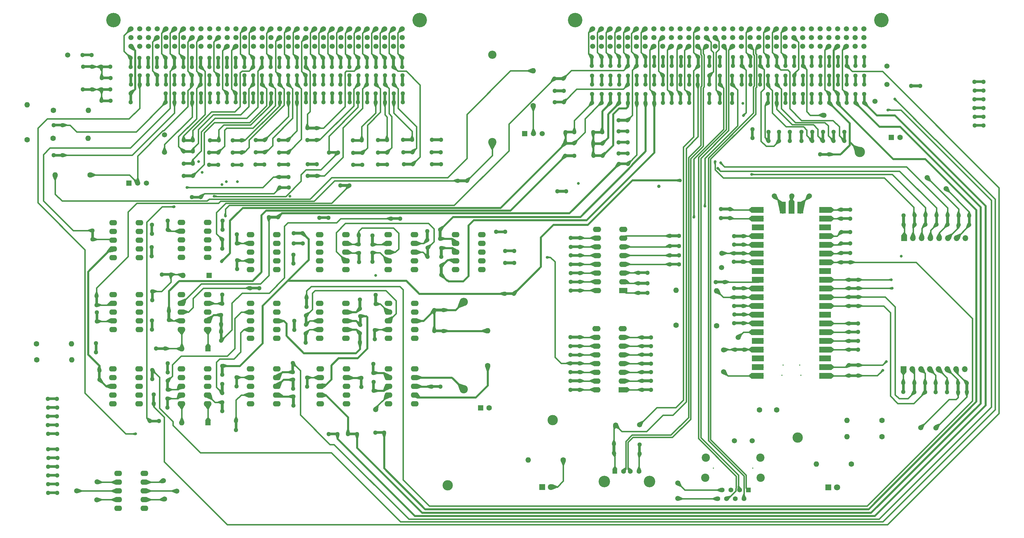
<source format=gtl>
%TF.GenerationSoftware,KiCad,Pcbnew,7.0.5*%
%TF.CreationDate,2025-02-05T20:03:36-05:00*%
%TF.ProjectId,selftest_bd,73656c66-7465-4737-945f-62642e6b6963,2.1*%
%TF.SameCoordinates,Original*%
%TF.FileFunction,Copper,L1,Top*%
%TF.FilePolarity,Positive*%
%FSLAX46Y46*%
G04 Gerber Fmt 4.6, Leading zero omitted, Abs format (unit mm)*
G04 Created by KiCad (PCBNEW 7.0.5) date 2025-02-05 20:03:36*
%MOMM*%
%LPD*%
G01*
G04 APERTURE LIST*
%TA.AperFunction,ComponentPad*%
%ADD10C,1.300000*%
%TD*%
%TA.AperFunction,ComponentPad*%
%ADD11C,1.500000*%
%TD*%
%TA.AperFunction,ComponentPad*%
%ADD12R,1.800000X1.800000*%
%TD*%
%TA.AperFunction,ComponentPad*%
%ADD13C,1.800000*%
%TD*%
%TA.AperFunction,ComponentPad*%
%ADD14O,2.300000X1.600000*%
%TD*%
%TA.AperFunction,ComponentPad*%
%ADD15R,1.600000X1.600000*%
%TD*%
%TA.AperFunction,ComponentPad*%
%ADD16O,1.600000X1.600000*%
%TD*%
%TA.AperFunction,ComponentPad*%
%ADD17R,1.408000X1.408000*%
%TD*%
%TA.AperFunction,ComponentPad*%
%ADD18C,1.408000*%
%TD*%
%TA.AperFunction,ComponentPad*%
%ADD19C,2.400000*%
%TD*%
%TA.AperFunction,ComponentPad*%
%ADD20C,4.200000*%
%TD*%
%TA.AperFunction,ComponentPad*%
%ADD21C,1.600000*%
%TD*%
%TA.AperFunction,ComponentPad*%
%ADD22R,1.500000X1.500000*%
%TD*%
%TA.AperFunction,ComponentPad*%
%ADD23R,2.400000X1.600000*%
%TD*%
%TA.AperFunction,ComponentPad*%
%ADD24O,2.400000X1.600000*%
%TD*%
%TA.AperFunction,ComponentPad*%
%ADD25O,2.400000X2.400000*%
%TD*%
%TA.AperFunction,ComponentPad*%
%ADD26C,3.000000*%
%TD*%
%TA.AperFunction,ComponentPad*%
%ADD27R,1.428000X1.428000*%
%TD*%
%TA.AperFunction,ComponentPad*%
%ADD28C,1.428000*%
%TD*%
%TA.AperFunction,ComponentPad*%
%ADD29C,3.346000*%
%TD*%
%TA.AperFunction,ComponentPad*%
%ADD30R,1.700000X1.700000*%
%TD*%
%TA.AperFunction,ComponentPad*%
%ADD31O,1.700000X1.700000*%
%TD*%
%TA.AperFunction,SMDPad,CuDef*%
%ADD32R,3.500000X1.700000*%
%TD*%
%TA.AperFunction,SMDPad,CuDef*%
%ADD33R,1.700000X3.500000*%
%TD*%
%TA.AperFunction,ViaPad*%
%ADD34C,0.800000*%
%TD*%
%TA.AperFunction,ViaPad*%
%ADD35C,1.000000*%
%TD*%
%TA.AperFunction,Conductor*%
%ADD36C,0.400000*%
%TD*%
%TA.AperFunction,Conductor*%
%ADD37C,0.600000*%
%TD*%
%ADD38C,0.350000*%
G04 APERTURE END LIST*
%TA.AperFunction,EtchedComponent*%
%TO.C,NT78*%
G36*
X206136200Y-26717200D02*
G01*
X205344200Y-26717200D01*
X205344200Y-24117200D01*
X206136200Y-24117200D01*
X206136200Y-26717200D01*
G37*
%TD.AperFunction*%
%TA.AperFunction,EtchedComponent*%
%TO.C,NT113*%
G36*
X92242600Y-16248665D02*
G01*
X91450600Y-16248665D01*
X91450600Y-13648665D01*
X92242600Y-13648665D01*
X92242600Y-16248665D01*
G37*
%TD.AperFunction*%
%TA.AperFunction,EtchedComponent*%
%TO.C,NT188*%
G36*
X64355600Y-26548665D02*
G01*
X63563600Y-26548665D01*
X63563600Y-23948665D01*
X64355600Y-23948665D01*
X64355600Y-26548665D01*
G37*
%TD.AperFunction*%
%TA.AperFunction,EtchedComponent*%
%TO.C,NT70*%
G36*
X244236200Y-26717200D02*
G01*
X243444200Y-26717200D01*
X243444200Y-24117200D01*
X244236200Y-24117200D01*
X244236200Y-26717200D01*
G37*
%TD.AperFunction*%
%TA.AperFunction,EtchedComponent*%
%TO.C,NT40*%
G36*
X239156200Y-21383200D02*
G01*
X238364200Y-21383200D01*
X238364200Y-18783200D01*
X239156200Y-18783200D01*
X239156200Y-21383200D01*
G37*
%TD.AperFunction*%
%TA.AperFunction,EtchedComponent*%
%TO.C,NT337*%
G36*
X125459600Y-44944665D02*
G01*
X122859600Y-44944665D01*
X122859600Y-44152665D01*
X125459600Y-44152665D01*
X125459600Y-44944665D01*
G37*
%TD.AperFunction*%
%TA.AperFunction,EtchedComponent*%
%TO.C,NT296*%
G36*
X254686000Y-98858200D02*
G01*
X252086000Y-98858200D01*
X252086000Y-98066200D01*
X254686000Y-98066200D01*
X254686000Y-98858200D01*
G37*
%TD.AperFunction*%
%TA.AperFunction,EtchedComponent*%
%TO.C,NT187*%
G36*
X66955600Y-26548665D02*
G01*
X66163600Y-26548665D01*
X66163600Y-23948665D01*
X66955600Y-23948665D01*
X66955600Y-26548665D01*
G37*
%TD.AperFunction*%
%TA.AperFunction,EtchedComponent*%
%TO.C,NT4*%
G36*
X249316200Y-15964065D02*
G01*
X248524200Y-15964065D01*
X248524200Y-13364065D01*
X249316200Y-13364065D01*
X249316200Y-15964065D01*
G37*
%TD.AperFunction*%
%TA.AperFunction,EtchedComponent*%
%TO.C,NT115*%
G36*
X87161187Y-16248665D02*
G01*
X86369187Y-16248665D01*
X86369187Y-13648665D01*
X87161187Y-13648665D01*
X87161187Y-16248665D01*
G37*
%TD.AperFunction*%
%TA.AperFunction,EtchedComponent*%
%TO.C,NT162*%
G36*
X48955600Y-21348665D02*
G01*
X48163600Y-21348665D01*
X48163600Y-18748665D01*
X48955600Y-18748665D01*
X48955600Y-21348665D01*
G37*
%TD.AperFunction*%
%TA.AperFunction,EtchedComponent*%
%TO.C,NT74*%
G36*
X234076200Y-26717200D02*
G01*
X233284200Y-26717200D01*
X233284200Y-24117200D01*
X234076200Y-24117200D01*
X234076200Y-26717200D01*
G37*
%TD.AperFunction*%
%TA.AperFunction,EtchedComponent*%
%TO.C,NT276*%
G36*
X202717600Y-74062800D02*
G01*
X200117600Y-74062800D01*
X200117600Y-73270800D01*
X202717600Y-73270800D01*
X202717600Y-74062800D01*
G37*
%TD.AperFunction*%
%TA.AperFunction,EtchedComponent*%
%TO.C,NT361*%
G36*
X74818200Y-67560400D02*
G01*
X74026200Y-67560400D01*
X74026200Y-64960400D01*
X74818200Y-64960400D01*
X74818200Y-67560400D01*
G37*
%TD.AperFunction*%
%TA.AperFunction,EtchedComponent*%
%TO.C,NT374*%
G36*
X187837800Y-38572065D02*
G01*
X185237800Y-38572065D01*
X185237800Y-37780065D01*
X187837800Y-37780065D01*
X187837800Y-38572065D01*
G37*
%TD.AperFunction*%
%TA.AperFunction,EtchedComponent*%
%TO.C,NT237*%
G36*
X110511200Y-96326200D02*
G01*
X109719200Y-96326200D01*
X109719200Y-93726200D01*
X110511200Y-93726200D01*
X110511200Y-96326200D01*
G37*
%TD.AperFunction*%
%TA.AperFunction,EtchedComponent*%
%TO.C,NT401*%
G36*
X70224200Y-90998400D02*
G01*
X69432200Y-90998400D01*
X69432200Y-88398400D01*
X70224200Y-88398400D01*
X70224200Y-90998400D01*
G37*
%TD.AperFunction*%
%TA.AperFunction,EtchedComponent*%
%TO.C,NT239*%
G36*
X121772400Y-60763600D02*
G01*
X119172400Y-60763600D01*
X119172400Y-59971600D01*
X121772400Y-59971600D01*
X121772400Y-60763600D01*
G37*
%TD.AperFunction*%
%TA.AperFunction,EtchedComponent*%
%TO.C,NT260*%
G36*
X248037200Y-37784065D02*
G01*
X247245200Y-37784065D01*
X247245200Y-35184065D01*
X248037200Y-35184065D01*
X248037200Y-37784065D01*
G37*
%TD.AperFunction*%
%TA.AperFunction,EtchedComponent*%
%TO.C,NT130*%
G36*
X49040022Y-16248665D02*
G01*
X48248022Y-16248665D01*
X48248022Y-13648665D01*
X49040022Y-13648665D01*
X49040022Y-16248665D01*
G37*
%TD.AperFunction*%
%TA.AperFunction,EtchedComponent*%
%TO.C,NT125*%
G36*
X61747077Y-16248665D02*
G01*
X60955077Y-16248665D01*
X60955077Y-13648665D01*
X61747077Y-13648665D01*
X61747077Y-16248665D01*
G37*
%TD.AperFunction*%
%TA.AperFunction,EtchedComponent*%
%TO.C,NT62*%
G36*
X183276200Y-21383200D02*
G01*
X182484200Y-21383200D01*
X182484200Y-18783200D01*
X183276200Y-18783200D01*
X183276200Y-21383200D01*
G37*
%TD.AperFunction*%
%TA.AperFunction,EtchedComponent*%
%TO.C,NT61*%
G36*
X185816200Y-21383200D02*
G01*
X185024200Y-21383200D01*
X185024200Y-18783200D01*
X185816200Y-18783200D01*
X185816200Y-21383200D01*
G37*
%TD.AperFunction*%
%TA.AperFunction,EtchedComponent*%
%TO.C,NT145*%
G36*
X92247005Y-21348665D02*
G01*
X91455005Y-21348665D01*
X91455005Y-18748665D01*
X92247005Y-18748665D01*
X92247005Y-21348665D01*
G37*
%TD.AperFunction*%
%TA.AperFunction,EtchedComponent*%
%TO.C,NT320*%
G36*
X215981000Y-79204000D02*
G01*
X213381000Y-79204000D01*
X213381000Y-78412000D01*
X215981000Y-78412000D01*
X215981000Y-79204000D01*
G37*
%TD.AperFunction*%
%TA.AperFunction,EtchedComponent*%
%TO.C,NT19*%
G36*
X211978200Y-15964065D02*
G01*
X211186200Y-15964065D01*
X211186200Y-13364065D01*
X211978200Y-13364065D01*
X211978200Y-15964065D01*
G37*
%TD.AperFunction*%
%TA.AperFunction,EtchedComponent*%
%TO.C,NT229*%
G36*
X32339600Y-16574665D02*
G01*
X29739600Y-16574665D01*
X29739600Y-15782665D01*
X32339600Y-15782665D01*
X32339600Y-16574665D01*
G37*
%TD.AperFunction*%
%TA.AperFunction,EtchedComponent*%
%TO.C,NT268*%
G36*
X193552800Y-76511600D02*
G01*
X190952800Y-76511600D01*
X190952800Y-75719600D01*
X193552800Y-75719600D01*
X193552800Y-76511600D01*
G37*
%TD.AperFunction*%
%TA.AperFunction,EtchedComponent*%
%TO.C,NT87*%
G36*
X183227200Y-26717200D02*
G01*
X182435200Y-26717200D01*
X182435200Y-24117200D01*
X183227200Y-24117200D01*
X183227200Y-26717200D01*
G37*
%TD.AperFunction*%
%TA.AperFunction,EtchedComponent*%
%TO.C,NT396*%
G36*
X271516600Y-62074000D02*
G01*
X270724600Y-62074000D01*
X270724600Y-59474000D01*
X271516600Y-59474000D01*
X271516600Y-62074000D01*
G37*
%TD.AperFunction*%
%TA.AperFunction,EtchedComponent*%
%TO.C,NT336*%
G36*
X187888600Y-44845865D02*
G01*
X185288600Y-44845865D01*
X185288600Y-44053865D01*
X187888600Y-44053865D01*
X187888600Y-44845865D01*
G37*
%TD.AperFunction*%
%TA.AperFunction,EtchedComponent*%
%TO.C,NT36*%
G36*
X249316200Y-21383200D02*
G01*
X248524200Y-21383200D01*
X248524200Y-18783200D01*
X249316200Y-18783200D01*
X249316200Y-21383200D01*
G37*
%TD.AperFunction*%
%TA.AperFunction,EtchedComponent*%
%TO.C,NT63*%
G36*
X180727200Y-21383200D02*
G01*
X179935200Y-21383200D01*
X179935200Y-18783200D01*
X180727200Y-18783200D01*
X180727200Y-21383200D01*
G37*
%TD.AperFunction*%
%TA.AperFunction,EtchedComponent*%
%TO.C,NT331*%
G36*
X117959600Y-37944665D02*
G01*
X115359600Y-37944665D01*
X115359600Y-37152665D01*
X117959600Y-37152665D01*
X117959600Y-37944665D01*
G37*
%TD.AperFunction*%
%TA.AperFunction,EtchedComponent*%
%TO.C,NT126*%
G36*
X59245600Y-16248665D02*
G01*
X58453600Y-16248665D01*
X58453600Y-13648665D01*
X59245600Y-13648665D01*
X59245600Y-16248665D01*
G37*
%TD.AperFunction*%
%TA.AperFunction,EtchedComponent*%
%TO.C,NT215*%
G36*
X134138200Y-71521800D02*
G01*
X133346200Y-71521800D01*
X133346200Y-68921800D01*
X134138200Y-68921800D01*
X134138200Y-71521800D01*
G37*
%TD.AperFunction*%
%TA.AperFunction,EtchedComponent*%
%TO.C,NT315*%
G36*
X221357210Y-70859210D02*
G01*
X218757210Y-70859210D01*
X218757210Y-70067210D01*
X221357210Y-70067210D01*
X221357210Y-70859210D01*
G37*
%TD.AperFunction*%
%TA.AperFunction,EtchedComponent*%
%TO.C,NT335*%
G36*
X89439600Y-51754665D02*
G01*
X86839600Y-51754665D01*
X86839600Y-50962665D01*
X89439600Y-50962665D01*
X89439600Y-51754665D01*
G37*
%TD.AperFunction*%
%TA.AperFunction,EtchedComponent*%
%TO.C,NT5*%
G36*
X246776200Y-15964065D02*
G01*
X245984200Y-15964065D01*
X245984200Y-13364065D01*
X246776200Y-13364065D01*
X246776200Y-15964065D01*
G37*
%TD.AperFunction*%
%TA.AperFunction,EtchedComponent*%
%TO.C,NT55*%
G36*
X201056200Y-21383200D02*
G01*
X200264200Y-21383200D01*
X200264200Y-18783200D01*
X201056200Y-18783200D01*
X201056200Y-21383200D01*
G37*
%TD.AperFunction*%
%TA.AperFunction,EtchedComponent*%
%TO.C,NT417*%
G36*
X54733600Y-63610600D02*
G01*
X53941600Y-63610600D01*
X53941600Y-61010600D01*
X54733600Y-61010600D01*
X54733600Y-63610600D01*
G37*
%TD.AperFunction*%
%TA.AperFunction,EtchedComponent*%
%TO.C,NT386*%
G36*
X284163800Y-110845000D02*
G01*
X283371800Y-110845000D01*
X283371800Y-108245000D01*
X284163800Y-108245000D01*
X284163800Y-110845000D01*
G37*
%TD.AperFunction*%
%TA.AperFunction,EtchedComponent*%
%TO.C,NT122*%
G36*
X69371310Y-16248665D02*
G01*
X68579310Y-16248665D01*
X68579310Y-13648665D01*
X69371310Y-13648665D01*
X69371310Y-16248665D01*
G37*
%TD.AperFunction*%
%TA.AperFunction,EtchedComponent*%
%TO.C,NT291*%
G36*
X173958600Y-68977800D02*
G01*
X171358600Y-68977800D01*
X171358600Y-68185800D01*
X173958600Y-68185800D01*
X173958600Y-68977800D01*
G37*
%TD.AperFunction*%
%TA.AperFunction,EtchedComponent*%
%TO.C,NT269*%
G36*
X202717600Y-71492800D02*
G01*
X200117600Y-71492800D01*
X200117600Y-70700800D01*
X202717600Y-70700800D01*
X202717600Y-71492800D01*
G37*
%TD.AperFunction*%
%TA.AperFunction,EtchedComponent*%
%TO.C,NT403*%
G36*
X55057000Y-89887000D02*
G01*
X54265000Y-89887000D01*
X54265000Y-87287000D01*
X55057000Y-87287000D01*
X55057000Y-89887000D01*
G37*
%TD.AperFunction*%
%TA.AperFunction,EtchedComponent*%
%TO.C,NT137*%
G36*
X112562600Y-21348665D02*
G01*
X111770600Y-21348665D01*
X111770600Y-18748665D01*
X112562600Y-18748665D01*
X112562600Y-21348665D01*
G37*
%TD.AperFunction*%
%TA.AperFunction,EtchedComponent*%
%TO.C,NT117*%
G36*
X82078365Y-16248665D02*
G01*
X81286365Y-16248665D01*
X81286365Y-13648665D01*
X82078365Y-13648665D01*
X82078365Y-16248665D01*
G37*
%TD.AperFunction*%
%TA.AperFunction,EtchedComponent*%
%TO.C,NT302*%
G36*
X252457210Y-60759210D02*
G01*
X249857210Y-60759210D01*
X249857210Y-59967210D01*
X252457210Y-59967210D01*
X252457210Y-60759210D01*
G37*
%TD.AperFunction*%
%TA.AperFunction,EtchedComponent*%
%TO.C,NT333*%
G36*
X97559600Y-48344665D02*
G01*
X94959600Y-48344665D01*
X94959600Y-47552665D01*
X97559600Y-47552665D01*
X97559600Y-48344665D01*
G37*
%TD.AperFunction*%
%TA.AperFunction,EtchedComponent*%
%TO.C,NT283*%
G36*
X173958600Y-71477800D02*
G01*
X171358600Y-71477800D01*
X171358600Y-70685800D01*
X173958600Y-70685800D01*
X173958600Y-71477800D01*
G37*
%TD.AperFunction*%
%TA.AperFunction,EtchedComponent*%
%TO.C,NT102*%
G36*
X120255600Y-16248665D02*
G01*
X119463600Y-16248665D01*
X119463600Y-13648665D01*
X120255600Y-13648665D01*
X120255600Y-16248665D01*
G37*
%TD.AperFunction*%
%TA.AperFunction,EtchedComponent*%
%TO.C,NT319*%
G36*
X221357210Y-83659210D02*
G01*
X218757210Y-83659210D01*
X218757210Y-82867210D01*
X221357210Y-82867210D01*
X221357210Y-83659210D01*
G37*
%TD.AperFunction*%
%TA.AperFunction,EtchedComponent*%
%TO.C,NT116*%
G36*
X84619776Y-16248665D02*
G01*
X83827776Y-16248665D01*
X83827776Y-13648665D01*
X84619776Y-13648665D01*
X84619776Y-16248665D01*
G37*
%TD.AperFunction*%
%TA.AperFunction,EtchedComponent*%
%TO.C,NT1*%
G36*
X256936200Y-15964065D02*
G01*
X256144200Y-15964065D01*
X256144200Y-13364065D01*
X256936200Y-13364065D01*
X256936200Y-15964065D01*
G37*
%TD.AperFunction*%
%TA.AperFunction,EtchedComponent*%
%TO.C,NT329*%
G36*
X117959600Y-45044665D02*
G01*
X115359600Y-45044665D01*
X115359600Y-44252665D01*
X117959600Y-44252665D01*
X117959600Y-45044665D01*
G37*
%TD.AperFunction*%
%TA.AperFunction,EtchedComponent*%
%TO.C,NT238*%
G36*
X110511200Y-86526200D02*
G01*
X109719200Y-86526200D01*
X109719200Y-83926200D01*
X110511200Y-83926200D01*
X110511200Y-86526200D01*
G37*
%TD.AperFunction*%
%TA.AperFunction,EtchedComponent*%
%TO.C,NT325*%
G36*
X89369600Y-48674665D02*
G01*
X86769600Y-48674665D01*
X86769600Y-47882665D01*
X89369600Y-47882665D01*
X89369600Y-48674665D01*
G37*
%TD.AperFunction*%
%TA.AperFunction,EtchedComponent*%
%TO.C,NT128*%
G36*
X54122844Y-16248665D02*
G01*
X53330844Y-16248665D01*
X53330844Y-13648665D01*
X54122844Y-13648665D01*
X54122844Y-16248665D01*
G37*
%TD.AperFunction*%
%TA.AperFunction,EtchedComponent*%
%TO.C,NT21*%
G36*
X206136200Y-15964065D02*
G01*
X205344200Y-15964065D01*
X205344200Y-13364065D01*
X206136200Y-13364065D01*
X206136200Y-15964065D01*
G37*
%TD.AperFunction*%
%TA.AperFunction,EtchedComponent*%
%TO.C,NT342*%
G36*
X110659600Y-38044665D02*
G01*
X108059600Y-38044665D01*
X108059600Y-37252665D01*
X110659600Y-37252665D01*
X110659600Y-38044665D01*
G37*
%TD.AperFunction*%
%TA.AperFunction,EtchedComponent*%
%TO.C,NT221*%
G36*
X134295600Y-87371400D02*
G01*
X131695600Y-87371400D01*
X131695600Y-86579400D01*
X134295600Y-86579400D01*
X134295600Y-87371400D01*
G37*
%TD.AperFunction*%
%TA.AperFunction,EtchedComponent*%
%TO.C,NT140*%
G36*
X104855600Y-21348665D02*
G01*
X104063600Y-21348665D01*
X104063600Y-18748665D01*
X104855600Y-18748665D01*
X104855600Y-21348665D01*
G37*
%TD.AperFunction*%
%TA.AperFunction,EtchedComponent*%
%TO.C,NT73*%
G36*
X236616200Y-26717200D02*
G01*
X235824200Y-26717200D01*
X235824200Y-24117200D01*
X236616200Y-24117200D01*
X236616200Y-26717200D01*
G37*
%TD.AperFunction*%
%TA.AperFunction,EtchedComponent*%
%TO.C,NT81*%
G36*
X198516200Y-26717200D02*
G01*
X197724200Y-26717200D01*
X197724200Y-24117200D01*
X198516200Y-24117200D01*
X198516200Y-26717200D01*
G37*
%TD.AperFunction*%
%TA.AperFunction,EtchedComponent*%
%TO.C,NT124*%
G36*
X64288488Y-16248665D02*
G01*
X63496488Y-16248665D01*
X63496488Y-13648665D01*
X64288488Y-13648665D01*
X64288488Y-16248665D01*
G37*
%TD.AperFunction*%
%TA.AperFunction,EtchedComponent*%
%TO.C,NT198*%
G36*
X291109600Y-28581800D02*
G01*
X288509600Y-28581800D01*
X288509600Y-27789800D01*
X291109600Y-27789800D01*
X291109600Y-28581800D01*
G37*
%TD.AperFunction*%
%TA.AperFunction,EtchedComponent*%
%TO.C,NT196*%
G36*
X291169600Y-23501800D02*
G01*
X288569600Y-23501800D01*
X288569600Y-22709800D01*
X291169600Y-22709800D01*
X291169600Y-23501800D01*
G37*
%TD.AperFunction*%
%TA.AperFunction,EtchedComponent*%
%TO.C,NT158*%
G36*
X59255600Y-21348665D02*
G01*
X58463600Y-21348665D01*
X58463600Y-18748665D01*
X59255600Y-18748665D01*
X59255600Y-21348665D01*
G37*
%TD.AperFunction*%
%TA.AperFunction,EtchedComponent*%
%TO.C,NT383*%
G36*
X172343800Y-42483665D02*
G01*
X169743800Y-42483665D01*
X169743800Y-41691665D01*
X172343800Y-41691665D01*
X172343800Y-42483665D01*
G37*
%TD.AperFunction*%
%TA.AperFunction,EtchedComponent*%
%TO.C,NT99*%
G36*
X22234400Y-137979600D02*
G01*
X19634400Y-137979600D01*
X19634400Y-137187600D01*
X22234400Y-137187600D01*
X22234400Y-137979600D01*
G37*
%TD.AperFunction*%
%TA.AperFunction,EtchedComponent*%
%TO.C,NT66*%
G36*
X254396200Y-26717200D02*
G01*
X253604200Y-26717200D01*
X253604200Y-24117200D01*
X254396200Y-24117200D01*
X254396200Y-26717200D01*
G37*
%TD.AperFunction*%
%TA.AperFunction,EtchedComponent*%
%TO.C,NT20*%
G36*
X208727000Y-15996265D02*
G01*
X207935000Y-15996265D01*
X207935000Y-13396265D01*
X208727000Y-13396265D01*
X208727000Y-15996265D01*
G37*
%TD.AperFunction*%
%TA.AperFunction,EtchedComponent*%
%TO.C,NT264*%
G36*
X51765200Y-119672200D02*
G01*
X49165200Y-119672200D01*
X49165200Y-118880200D01*
X51765200Y-118880200D01*
X51765200Y-119672200D01*
G37*
%TD.AperFunction*%
%TA.AperFunction,EtchedComponent*%
%TO.C,NT141*%
G36*
X102402600Y-21348665D02*
G01*
X101610600Y-21348665D01*
X101610600Y-18748665D01*
X102402600Y-18748665D01*
X102402600Y-21348665D01*
G37*
%TD.AperFunction*%
%TA.AperFunction,EtchedComponent*%
%TO.C,NT75*%
G36*
X231536200Y-26717200D02*
G01*
X230744200Y-26717200D01*
X230744200Y-24117200D01*
X231536200Y-24117200D01*
X231536200Y-26717200D01*
G37*
%TD.AperFunction*%
%TA.AperFunction,EtchedComponent*%
%TO.C,NT249*%
G36*
X54676000Y-110130800D02*
G01*
X53884000Y-110130800D01*
X53884000Y-107530800D01*
X54676000Y-107530800D01*
X54676000Y-110130800D01*
G37*
%TD.AperFunction*%
%TA.AperFunction,EtchedComponent*%
%TO.C,NT67*%
G36*
X251856200Y-26717200D02*
G01*
X251064200Y-26717200D01*
X251064200Y-24117200D01*
X251856200Y-24117200D01*
X251856200Y-26717200D01*
G37*
%TD.AperFunction*%
%TA.AperFunction,EtchedComponent*%
%TO.C,NT150*%
G36*
X79552530Y-21348665D02*
G01*
X78760530Y-21348665D01*
X78760530Y-18748665D01*
X79552530Y-18748665D01*
X79552530Y-21348665D01*
G37*
%TD.AperFunction*%
%TA.AperFunction,EtchedComponent*%
%TO.C,NT163*%
G36*
X46546895Y-21348665D02*
G01*
X45754895Y-21348665D01*
X45754895Y-18748665D01*
X46546895Y-18748665D01*
X46546895Y-21348665D01*
G37*
%TD.AperFunction*%
%TA.AperFunction,EtchedComponent*%
%TO.C,NT54*%
G36*
X203596200Y-21383200D02*
G01*
X202804200Y-21383200D01*
X202804200Y-18783200D01*
X203596200Y-18783200D01*
X203596200Y-21383200D01*
G37*
%TD.AperFunction*%
%TA.AperFunction,EtchedComponent*%
%TO.C,NT371*%
G36*
X93451400Y-65030800D02*
G01*
X90851400Y-65030800D01*
X90851400Y-64238800D01*
X93451400Y-64238800D01*
X93451400Y-65030800D01*
G37*
%TD.AperFunction*%
%TA.AperFunction,EtchedComponent*%
%TO.C,NT82*%
G36*
X195976200Y-26717200D02*
G01*
X195184200Y-26717200D01*
X195184200Y-24117200D01*
X195976200Y-24117200D01*
X195976200Y-26717200D01*
G37*
%TD.AperFunction*%
%TA.AperFunction,EtchedComponent*%
%TO.C,NT109*%
G36*
X102402600Y-16248665D02*
G01*
X101610600Y-16248665D01*
X101610600Y-13648665D01*
X102402600Y-13648665D01*
X102402600Y-16248665D01*
G37*
%TD.AperFunction*%
%TA.AperFunction,EtchedComponent*%
%TO.C,NT152*%
G36*
X74462600Y-21348665D02*
G01*
X73670600Y-21348665D01*
X73670600Y-18748665D01*
X74462600Y-18748665D01*
X74462600Y-21348665D01*
G37*
%TD.AperFunction*%
%TA.AperFunction,EtchedComponent*%
%TO.C,NT197*%
G36*
X291109600Y-26041800D02*
G01*
X288509600Y-26041800D01*
X288509600Y-25249800D01*
X291109600Y-25249800D01*
X291109600Y-26041800D01*
G37*
%TD.AperFunction*%
%TA.AperFunction,EtchedComponent*%
%TO.C,NT132*%
G36*
X43995600Y-16248665D02*
G01*
X43203600Y-16248665D01*
X43203600Y-13648665D01*
X43995600Y-13648665D01*
X43995600Y-16248665D01*
G37*
%TD.AperFunction*%
%TA.AperFunction,EtchedComponent*%
%TO.C,NT310*%
G36*
X252457210Y-58159210D02*
G01*
X249857210Y-58159210D01*
X249857210Y-57367210D01*
X252457210Y-57367210D01*
X252457210Y-58159210D01*
G37*
%TD.AperFunction*%
%TA.AperFunction,EtchedComponent*%
%TO.C,NT324*%
G36*
X221437000Y-88669000D02*
G01*
X218837000Y-88669000D01*
X218837000Y-87877000D01*
X221437000Y-87877000D01*
X221437000Y-88669000D01*
G37*
%TD.AperFunction*%
%TA.AperFunction,EtchedComponent*%
%TO.C,NT85*%
G36*
X188356200Y-26717200D02*
G01*
X187564200Y-26717200D01*
X187564200Y-24117200D01*
X188356200Y-24117200D01*
X188356200Y-26717200D01*
G37*
%TD.AperFunction*%
%TA.AperFunction,EtchedComponent*%
%TO.C,NT96*%
G36*
X22294400Y-130359600D02*
G01*
X19694400Y-130359600D01*
X19694400Y-129567600D01*
X22294400Y-129567600D01*
X22294400Y-130359600D01*
G37*
%TD.AperFunction*%
%TA.AperFunction,EtchedComponent*%
%TO.C,NT364*%
G36*
X82459600Y-41444665D02*
G01*
X79859600Y-41444665D01*
X79859600Y-40652665D01*
X82459600Y-40652665D01*
X82459600Y-41444665D01*
G37*
%TD.AperFunction*%
%TA.AperFunction,EtchedComponent*%
%TO.C,NT411*%
G36*
X37649600Y-16614665D02*
G01*
X35049600Y-16614665D01*
X35049600Y-15822665D01*
X37649600Y-15822665D01*
X37649600Y-16614665D01*
G37*
%TD.AperFunction*%
%TA.AperFunction,EtchedComponent*%
%TO.C,NT155*%
G36*
X66858055Y-21348665D02*
G01*
X66066055Y-21348665D01*
X66066055Y-18748665D01*
X66858055Y-18748665D01*
X66858055Y-21348665D01*
G37*
%TD.AperFunction*%
%TA.AperFunction,EtchedComponent*%
%TO.C,NT194*%
G36*
X43982600Y-26548665D02*
G01*
X43190600Y-26548665D01*
X43190600Y-23948665D01*
X43982600Y-23948665D01*
X43982600Y-26548665D01*
G37*
%TD.AperFunction*%
%TA.AperFunction,EtchedComponent*%
%TO.C,NT266*%
G36*
X170007000Y-52838800D02*
G01*
X167407000Y-52838800D01*
X167407000Y-52046800D01*
X170007000Y-52046800D01*
X170007000Y-52838800D01*
G37*
%TD.AperFunction*%
%TA.AperFunction,EtchedComponent*%
%TO.C,NT397*%
G36*
X277916600Y-62074000D02*
G01*
X277124600Y-62074000D01*
X277124600Y-59474000D01*
X277916600Y-59474000D01*
X277916600Y-62074000D01*
G37*
%TD.AperFunction*%
%TA.AperFunction,EtchedComponent*%
%TO.C,NT382*%
G36*
X169161200Y-20060065D02*
G01*
X166561200Y-20060065D01*
X166561200Y-19268065D01*
X169161200Y-19268065D01*
X169161200Y-20060065D01*
G37*
%TD.AperFunction*%
%TA.AperFunction,EtchedComponent*%
%TO.C,NT53*%
G36*
X206136200Y-21383200D02*
G01*
X205344200Y-21383200D01*
X205344200Y-18783200D01*
X206136200Y-18783200D01*
X206136200Y-21383200D01*
G37*
%TD.AperFunction*%
%TA.AperFunction,EtchedComponent*%
%TO.C,NT23*%
G36*
X201056200Y-15964065D02*
G01*
X200264200Y-15964065D01*
X200264200Y-13364065D01*
X201056200Y-13364065D01*
X201056200Y-15964065D01*
G37*
%TD.AperFunction*%
%TA.AperFunction,EtchedComponent*%
%TO.C,NT385*%
G36*
X277663800Y-110845000D02*
G01*
X276871800Y-110845000D01*
X276871800Y-108245000D01*
X277663800Y-108245000D01*
X277663800Y-110845000D01*
G37*
%TD.AperFunction*%
%TA.AperFunction,EtchedComponent*%
%TO.C,NT91*%
G36*
X22209000Y-115703800D02*
G01*
X19609000Y-115703800D01*
X19609000Y-114911800D01*
X22209000Y-114911800D01*
X22209000Y-115703800D01*
G37*
%TD.AperFunction*%
%TA.AperFunction,EtchedComponent*%
%TO.C,NT272*%
G36*
X194636200Y-105447600D02*
G01*
X192036200Y-105447600D01*
X192036200Y-104655600D01*
X194636200Y-104655600D01*
X194636200Y-105447600D01*
G37*
%TD.AperFunction*%
%TA.AperFunction,EtchedComponent*%
%TO.C,NT64*%
G36*
X177927200Y-21383200D02*
G01*
X177135200Y-21383200D01*
X177135200Y-18783200D01*
X177927200Y-18783200D01*
X177927200Y-21383200D01*
G37*
%TD.AperFunction*%
%TA.AperFunction,EtchedComponent*%
%TO.C,NT344*%
G36*
X97459600Y-37944665D02*
G01*
X94859600Y-37944665D01*
X94859600Y-37152665D01*
X97459600Y-37152665D01*
X97459600Y-37944665D01*
G37*
%TD.AperFunction*%
%TA.AperFunction,EtchedComponent*%
%TO.C,NT8*%
G36*
X239156200Y-15964065D02*
G01*
X238364200Y-15964065D01*
X238364200Y-13364065D01*
X239156200Y-13364065D01*
X239156200Y-15964065D01*
G37*
%TD.AperFunction*%
%TA.AperFunction,EtchedComponent*%
%TO.C,NT357*%
G36*
X180431200Y-38970065D02*
G01*
X177831200Y-38970065D01*
X177831200Y-38178065D01*
X180431200Y-38178065D01*
X180431200Y-38970065D01*
G37*
%TD.AperFunction*%
%TA.AperFunction,EtchedComponent*%
%TO.C,NT25*%
G36*
X195976200Y-15964065D02*
G01*
X195184200Y-15964065D01*
X195184200Y-13364065D01*
X195976200Y-13364065D01*
X195976200Y-15964065D01*
G37*
%TD.AperFunction*%
%TA.AperFunction,EtchedComponent*%
%TO.C,NT119*%
G36*
X76995543Y-16248665D02*
G01*
X76203543Y-16248665D01*
X76203543Y-13648665D01*
X76995543Y-13648665D01*
X76995543Y-16248665D01*
G37*
%TD.AperFunction*%
%TA.AperFunction,EtchedComponent*%
%TO.C,NT339*%
G36*
X125259600Y-37844665D02*
G01*
X122659600Y-37844665D01*
X122659600Y-37052665D01*
X125259600Y-37052665D01*
X125259600Y-37844665D01*
G37*
%TD.AperFunction*%
%TA.AperFunction,EtchedComponent*%
%TO.C,NT147*%
G36*
X87169215Y-21348665D02*
G01*
X86377215Y-21348665D01*
X86377215Y-18748665D01*
X87169215Y-18748665D01*
X87169215Y-21348665D01*
G37*
%TD.AperFunction*%
%TA.AperFunction,EtchedComponent*%
%TO.C,NT400*%
G36*
X246283200Y-42094600D02*
G01*
X243683200Y-42094600D01*
X243683200Y-41302600D01*
X246283200Y-41302600D01*
X246283200Y-42094600D01*
G37*
%TD.AperFunction*%
%TA.AperFunction,EtchedComponent*%
%TO.C,NT405*%
G36*
X70551000Y-116392000D02*
G01*
X69759000Y-116392000D01*
X69759000Y-113792000D01*
X70551000Y-113792000D01*
X70551000Y-116392000D01*
G37*
%TD.AperFunction*%
%TA.AperFunction,EtchedComponent*%
%TO.C,NT217*%
G36*
X91175800Y-73457800D02*
G01*
X90383800Y-73457800D01*
X90383800Y-70857800D01*
X91175800Y-70857800D01*
X91175800Y-73457800D01*
G37*
%TD.AperFunction*%
%TA.AperFunction,EtchedComponent*%
%TO.C,NT136*%
G36*
X115155600Y-21348665D02*
G01*
X114363600Y-21348665D01*
X114363600Y-18748665D01*
X115155600Y-18748665D01*
X115155600Y-21348665D01*
G37*
%TD.AperFunction*%
%TA.AperFunction,EtchedComponent*%
%TO.C,NT79*%
G36*
X203596200Y-26717200D02*
G01*
X202804200Y-26717200D01*
X202804200Y-24117200D01*
X203596200Y-24117200D01*
X203596200Y-26717200D01*
G37*
%TD.AperFunction*%
%TA.AperFunction,EtchedComponent*%
%TO.C,NT242*%
G36*
X114137400Y-67916000D02*
G01*
X113345400Y-67916000D01*
X113345400Y-65316000D01*
X114137400Y-65316000D01*
X114137400Y-67916000D01*
G37*
%TD.AperFunction*%
%TA.AperFunction,EtchedComponent*%
%TO.C,NT372*%
G36*
X187787000Y-32171265D02*
G01*
X185187000Y-32171265D01*
X185187000Y-31379265D01*
X187787000Y-31379265D01*
X187787000Y-32171265D01*
G37*
%TD.AperFunction*%
%TA.AperFunction,EtchedComponent*%
%TO.C,NT375*%
G36*
X187812400Y-41797865D02*
G01*
X185212400Y-41797865D01*
X185212400Y-41005865D01*
X187812400Y-41005865D01*
X187812400Y-41797865D01*
G37*
%TD.AperFunction*%
%TA.AperFunction,EtchedComponent*%
%TO.C,NT135*%
G36*
X117755600Y-21348665D02*
G01*
X116963600Y-21348665D01*
X116963600Y-18748665D01*
X117755600Y-18748665D01*
X117755600Y-21348665D01*
G37*
%TD.AperFunction*%
%TA.AperFunction,EtchedComponent*%
%TO.C,NT408*%
G36*
X54676000Y-105101600D02*
G01*
X53884000Y-105101600D01*
X53884000Y-102501600D01*
X54676000Y-102501600D01*
X54676000Y-105101600D01*
G37*
%TD.AperFunction*%
%TA.AperFunction,EtchedComponent*%
%TO.C,NT298*%
G36*
X254686000Y-86158200D02*
G01*
X252086000Y-86158200D01*
X252086000Y-85366200D01*
X254686000Y-85366200D01*
X254686000Y-86158200D01*
G37*
%TD.AperFunction*%
%TA.AperFunction,EtchedComponent*%
%TO.C,NT107*%
G36*
X107435600Y-16248665D02*
G01*
X106643600Y-16248665D01*
X106643600Y-13648665D01*
X107435600Y-13648665D01*
X107435600Y-16248665D01*
G37*
%TD.AperFunction*%
%TA.AperFunction,EtchedComponent*%
%TO.C,NT317*%
G36*
X217505000Y-57995000D02*
G01*
X214905000Y-57995000D01*
X214905000Y-57203000D01*
X217505000Y-57203000D01*
X217505000Y-57995000D01*
G37*
%TD.AperFunction*%
%TA.AperFunction,EtchedComponent*%
%TO.C,NT56*%
G36*
X198516200Y-21383200D02*
G01*
X197724200Y-21383200D01*
X197724200Y-18783200D01*
X198516200Y-18783200D01*
X198516200Y-21383200D01*
G37*
%TD.AperFunction*%
%TA.AperFunction,EtchedComponent*%
%TO.C,NT409*%
G36*
X114811200Y-95426200D02*
G01*
X114019200Y-95426200D01*
X114019200Y-92826200D01*
X114811200Y-92826200D01*
X114811200Y-95426200D01*
G37*
%TD.AperFunction*%
%TA.AperFunction,EtchedComponent*%
%TO.C,NT286*%
G36*
X173836200Y-105447600D02*
G01*
X171236200Y-105447600D01*
X171236200Y-104655600D01*
X173836200Y-104655600D01*
X173836200Y-105447600D01*
G37*
%TD.AperFunction*%
%TA.AperFunction,EtchedComponent*%
%TO.C,NT363*%
G36*
X82359600Y-45044665D02*
G01*
X79759600Y-45044665D01*
X79759600Y-44252665D01*
X82359600Y-44252665D01*
X82359600Y-45044665D01*
G37*
%TD.AperFunction*%
%TA.AperFunction,EtchedComponent*%
%TO.C,NT304*%
G36*
X254686000Y-96358200D02*
G01*
X252086000Y-96358200D01*
X252086000Y-95566200D01*
X254686000Y-95566200D01*
X254686000Y-96358200D01*
G37*
%TD.AperFunction*%
%TA.AperFunction,EtchedComponent*%
%TO.C,NT48*%
G36*
X218582200Y-21383200D02*
G01*
X217790200Y-21383200D01*
X217790200Y-18783200D01*
X218582200Y-18783200D01*
X218582200Y-21383200D01*
G37*
%TD.AperFunction*%
%TA.AperFunction,EtchedComponent*%
%TO.C,NT332*%
G36*
X97559600Y-44944665D02*
G01*
X94959600Y-44944665D01*
X94959600Y-44152665D01*
X97559600Y-44152665D01*
X97559600Y-44944665D01*
G37*
%TD.AperFunction*%
%TA.AperFunction,EtchedComponent*%
%TO.C,NT203*%
G36*
X50611200Y-114126200D02*
G01*
X49819200Y-114126200D01*
X49819200Y-111526200D01*
X50611200Y-111526200D01*
X50611200Y-114126200D01*
G37*
%TD.AperFunction*%
%TA.AperFunction,EtchedComponent*%
%TO.C,NT236*%
G36*
X95011200Y-86026200D02*
G01*
X94219200Y-86026200D01*
X94219200Y-83426200D01*
X95011200Y-83426200D01*
X95011200Y-86026200D01*
G37*
%TD.AperFunction*%
%TA.AperFunction,EtchedComponent*%
%TO.C,NT134*%
G36*
X120355600Y-21348665D02*
G01*
X119563600Y-21348665D01*
X119563600Y-18748665D01*
X120355600Y-18748665D01*
X120355600Y-21348665D01*
G37*
%TD.AperFunction*%
%TA.AperFunction,EtchedComponent*%
%TO.C,NT348*%
G36*
X89259600Y-45044665D02*
G01*
X86659600Y-45044665D01*
X86659600Y-44252665D01*
X89259600Y-44252665D01*
X89259600Y-45044665D01*
G37*
%TD.AperFunction*%
%TA.AperFunction,EtchedComponent*%
%TO.C,NT362*%
G36*
X93476800Y-67951800D02*
G01*
X90876800Y-67951800D01*
X90876800Y-67159800D01*
X93476800Y-67159800D01*
X93476800Y-67951800D01*
G37*
%TD.AperFunction*%
%TA.AperFunction,EtchedComponent*%
%TO.C,NT299*%
G36*
X254686000Y-81058200D02*
G01*
X252086000Y-81058200D01*
X252086000Y-80266200D01*
X254686000Y-80266200D01*
X254686000Y-81058200D01*
G37*
%TD.AperFunction*%
%TA.AperFunction,EtchedComponent*%
%TO.C,NT169*%
G36*
X112655600Y-26548665D02*
G01*
X111863600Y-26548665D01*
X111863600Y-23948665D01*
X112655600Y-23948665D01*
X112655600Y-26548665D01*
G37*
%TD.AperFunction*%
%TA.AperFunction,EtchedComponent*%
%TO.C,NT149*%
G36*
X82091425Y-21348665D02*
G01*
X81299425Y-21348665D01*
X81299425Y-18748665D01*
X82091425Y-18748665D01*
X82091425Y-21348665D01*
G37*
%TD.AperFunction*%
%TA.AperFunction,EtchedComponent*%
%TO.C,NT2*%
G36*
X254396200Y-15964065D02*
G01*
X253604200Y-15964065D01*
X253604200Y-13364065D01*
X254396200Y-13364065D01*
X254396200Y-15964065D01*
G37*
%TD.AperFunction*%
%TA.AperFunction,EtchedComponent*%
%TO.C,NT142*%
G36*
X99863690Y-21348665D02*
G01*
X99071690Y-21348665D01*
X99071690Y-18748665D01*
X99863690Y-18748665D01*
X99863690Y-21348665D01*
G37*
%TD.AperFunction*%
%TA.AperFunction,EtchedComponent*%
%TO.C,NT284*%
G36*
X173958600Y-66377800D02*
G01*
X171358600Y-66377800D01*
X171358600Y-65585800D01*
X173958600Y-65585800D01*
X173958600Y-66377800D01*
G37*
%TD.AperFunction*%
%TA.AperFunction,EtchedComponent*%
%TO.C,NT89*%
G36*
X177927200Y-26717200D02*
G01*
X177135200Y-26717200D01*
X177135200Y-24117200D01*
X177927200Y-24117200D01*
X177927200Y-26717200D01*
G37*
%TD.AperFunction*%
%TA.AperFunction,EtchedComponent*%
%TO.C,NT247*%
G36*
X80903800Y-80982000D02*
G01*
X78303800Y-80982000D01*
X78303800Y-80190000D01*
X80903800Y-80190000D01*
X80903800Y-80982000D01*
G37*
%TD.AperFunction*%
%TA.AperFunction,EtchedComponent*%
%TO.C,NT232*%
G36*
X130190200Y-71497400D02*
G01*
X129398200Y-71497400D01*
X129398200Y-68897400D01*
X130190200Y-68897400D01*
X130190200Y-71497400D01*
G37*
%TD.AperFunction*%
%TA.AperFunction,EtchedComponent*%
%TO.C,NT211*%
G36*
X23779200Y-33585600D02*
G01*
X21179200Y-33585600D01*
X21179200Y-32793600D01*
X23779200Y-32793600D01*
X23779200Y-33585600D01*
G37*
%TD.AperFunction*%
%TA.AperFunction,EtchedComponent*%
%TO.C,NT305*%
G36*
X254686000Y-91258200D02*
G01*
X252086000Y-91258200D01*
X252086000Y-90466200D01*
X254686000Y-90466200D01*
X254686000Y-91258200D01*
G37*
%TD.AperFunction*%
%TA.AperFunction,EtchedComponent*%
%TO.C,NT358*%
G36*
X180431200Y-35670065D02*
G01*
X177831200Y-35670065D01*
X177831200Y-34878065D01*
X180431200Y-34878065D01*
X180431200Y-35670065D01*
G37*
%TD.AperFunction*%
%TA.AperFunction,EtchedComponent*%
%TO.C,NT186*%
G36*
X69382600Y-26548665D02*
G01*
X68590600Y-26548665D01*
X68590600Y-23948665D01*
X69382600Y-23948665D01*
X69382600Y-26548665D01*
G37*
%TD.AperFunction*%
%TA.AperFunction,EtchedComponent*%
%TO.C,NT105*%
G36*
X112555600Y-16248665D02*
G01*
X111763600Y-16248665D01*
X111763600Y-13648665D01*
X112555600Y-13648665D01*
X112555600Y-16248665D01*
G37*
%TD.AperFunction*%
%TA.AperFunction,EtchedComponent*%
%TO.C,NT69*%
G36*
X246776200Y-26717200D02*
G01*
X245984200Y-26717200D01*
X245984200Y-24117200D01*
X246776200Y-24117200D01*
X246776200Y-26717200D01*
G37*
%TD.AperFunction*%
%TA.AperFunction,EtchedComponent*%
%TO.C,NT285*%
G36*
X173836200Y-110547600D02*
G01*
X171236200Y-110547600D01*
X171236200Y-109755600D01*
X173836200Y-109755600D01*
X173836200Y-110547600D01*
G37*
%TD.AperFunction*%
%TA.AperFunction,EtchedComponent*%
%TO.C,NT244*%
G36*
X103611400Y-123400000D02*
G01*
X101011400Y-123400000D01*
X101011400Y-122608000D01*
X103611400Y-122608000D01*
X103611400Y-123400000D01*
G37*
%TD.AperFunction*%
%TA.AperFunction,EtchedComponent*%
%TO.C,NT387*%
G36*
X268263800Y-110745000D02*
G01*
X267471800Y-110745000D01*
X267471800Y-108145000D01*
X268263800Y-108145000D01*
X268263800Y-110745000D01*
G37*
%TD.AperFunction*%
%TA.AperFunction,EtchedComponent*%
%TO.C,NT77*%
G36*
X211978200Y-26717200D02*
G01*
X211186200Y-26717200D01*
X211186200Y-24117200D01*
X211978200Y-24117200D01*
X211978200Y-26717200D01*
G37*
%TD.AperFunction*%
%TA.AperFunction,EtchedComponent*%
%TO.C,NT231*%
G36*
X133515200Y-109622200D02*
G01*
X130915200Y-109622200D01*
X130915200Y-108830200D01*
X133515200Y-108830200D01*
X133515200Y-109622200D01*
G37*
%TD.AperFunction*%
%TA.AperFunction,EtchedComponent*%
%TO.C,NT373*%
G36*
X187787000Y-35346265D02*
G01*
X185187000Y-35346265D01*
X185187000Y-34554265D01*
X187787000Y-34554265D01*
X187787000Y-35346265D01*
G37*
%TD.AperFunction*%
%TA.AperFunction,EtchedComponent*%
%TO.C,NT24*%
G36*
X198516200Y-15964065D02*
G01*
X197724200Y-15964065D01*
X197724200Y-13364065D01*
X198516200Y-13364065D01*
X198516200Y-15964065D01*
G37*
%TD.AperFunction*%
%TA.AperFunction,EtchedComponent*%
%TO.C,NT273*%
G36*
X194636200Y-100347600D02*
G01*
X192036200Y-100347600D01*
X192036200Y-99555600D01*
X194636200Y-99555600D01*
X194636200Y-100347600D01*
G37*
%TD.AperFunction*%
%TA.AperFunction,EtchedComponent*%
%TO.C,NT274*%
G36*
X194636200Y-95347600D02*
G01*
X192036200Y-95347600D01*
X192036200Y-94555600D01*
X194636200Y-94555600D01*
X194636200Y-95347600D01*
G37*
%TD.AperFunction*%
%TA.AperFunction,EtchedComponent*%
%TO.C,NT377*%
G36*
X114366000Y-105254000D02*
G01*
X113574000Y-105254000D01*
X113574000Y-102654000D01*
X114366000Y-102654000D01*
X114366000Y-105254000D01*
G37*
%TD.AperFunction*%
%TA.AperFunction,EtchedComponent*%
%TO.C,NT114*%
G36*
X89702600Y-16248665D02*
G01*
X88910600Y-16248665D01*
X88910600Y-13648665D01*
X89702600Y-13648665D01*
X89702600Y-16248665D01*
G37*
%TD.AperFunction*%
%TA.AperFunction,EtchedComponent*%
%TO.C,NT366*%
G36*
X68959600Y-45144665D02*
G01*
X66359600Y-45144665D01*
X66359600Y-44352665D01*
X68959600Y-44352665D01*
X68959600Y-45144665D01*
G37*
%TD.AperFunction*%
%TA.AperFunction,EtchedComponent*%
%TO.C,NT346*%
G36*
X172291200Y-38880065D02*
G01*
X169691200Y-38880065D01*
X169691200Y-38088065D01*
X172291200Y-38088065D01*
X172291200Y-38880065D01*
G37*
%TD.AperFunction*%
%TA.AperFunction,EtchedComponent*%
%TO.C,NT293*%
G36*
X173836200Y-102847600D02*
G01*
X171236200Y-102847600D01*
X171236200Y-102055600D01*
X173836200Y-102055600D01*
X173836200Y-102847600D01*
G37*
%TD.AperFunction*%
%TA.AperFunction,EtchedComponent*%
%TO.C,NT393*%
G36*
X284316600Y-62174000D02*
G01*
X283524600Y-62174000D01*
X283524600Y-59574000D01*
X284316600Y-59574000D01*
X284316600Y-62174000D01*
G37*
%TD.AperFunction*%
%TA.AperFunction,EtchedComponent*%
%TO.C,NT29*%
G36*
X185816200Y-15964065D02*
G01*
X185024200Y-15964065D01*
X185024200Y-13364065D01*
X185816200Y-13364065D01*
X185816200Y-15964065D01*
G37*
%TD.AperFunction*%
%TA.AperFunction,EtchedComponent*%
%TO.C,NT47*%
G36*
X221376200Y-21383200D02*
G01*
X220584200Y-21383200D01*
X220584200Y-18783200D01*
X221376200Y-18783200D01*
X221376200Y-21383200D01*
G37*
%TD.AperFunction*%
%TA.AperFunction,EtchedComponent*%
%TO.C,NT44*%
G36*
X228996200Y-21383200D02*
G01*
X228204200Y-21383200D01*
X228204200Y-18783200D01*
X228996200Y-18783200D01*
X228996200Y-21383200D01*
G37*
%TD.AperFunction*%
%TA.AperFunction,EtchedComponent*%
%TO.C,NT369*%
G36*
X61559600Y-38044665D02*
G01*
X58959600Y-38044665D01*
X58959600Y-37252665D01*
X61559600Y-37252665D01*
X61559600Y-38044665D01*
G37*
%TD.AperFunction*%
%TA.AperFunction,EtchedComponent*%
%TO.C,NT228*%
G36*
X37729600Y-26534665D02*
G01*
X35129600Y-26534665D01*
X35129600Y-25742665D01*
X37729600Y-25742665D01*
X37729600Y-26534665D01*
G37*
%TD.AperFunction*%
%TA.AperFunction,EtchedComponent*%
%TO.C,NT415*%
G36*
X70601800Y-63598000D02*
G01*
X69809800Y-63598000D01*
X69809800Y-60998000D01*
X70601800Y-60998000D01*
X70601800Y-63598000D01*
G37*
%TD.AperFunction*%
%TA.AperFunction,EtchedComponent*%
%TO.C,NT255*%
G36*
X232177200Y-37784065D02*
G01*
X231385200Y-37784065D01*
X231385200Y-35184065D01*
X232177200Y-35184065D01*
X232177200Y-37784065D01*
G37*
%TD.AperFunction*%
%TA.AperFunction,EtchedComponent*%
%TO.C,NT31*%
G36*
X180736200Y-15964065D02*
G01*
X179944200Y-15964065D01*
X179944200Y-13364065D01*
X180736200Y-13364065D01*
X180736200Y-15964065D01*
G37*
%TD.AperFunction*%
%TA.AperFunction,EtchedComponent*%
%TO.C,NT207*%
G36*
X154892200Y-73667800D02*
G01*
X152292200Y-73667800D01*
X152292200Y-72875800D01*
X154892200Y-72875800D01*
X154892200Y-73667800D01*
G37*
%TD.AperFunction*%
%TA.AperFunction,EtchedComponent*%
%TO.C,NT420*%
G36*
X117175000Y-122993600D02*
G01*
X114575000Y-122993600D01*
X114575000Y-122201600D01*
X117175000Y-122201600D01*
X117175000Y-122993600D01*
G37*
%TD.AperFunction*%
%TA.AperFunction,EtchedComponent*%
%TO.C,NT190*%
G36*
X59255600Y-26548665D02*
G01*
X58463600Y-26548665D01*
X58463600Y-23948665D01*
X59255600Y-23948665D01*
X59255600Y-26548665D01*
G37*
%TD.AperFunction*%
%TA.AperFunction,EtchedComponent*%
%TO.C,NT174*%
G36*
X99955600Y-26548665D02*
G01*
X99163600Y-26548665D01*
X99163600Y-23948665D01*
X99955600Y-23948665D01*
X99955600Y-26548665D01*
G37*
%TD.AperFunction*%
%TA.AperFunction,EtchedComponent*%
%TO.C,NT398*%
G36*
X274716600Y-62074000D02*
G01*
X273924600Y-62074000D01*
X273924600Y-59474000D01*
X274716600Y-59474000D01*
X274716600Y-62074000D01*
G37*
%TD.AperFunction*%
%TA.AperFunction,EtchedComponent*%
%TO.C,NT101*%
G36*
X122755600Y-16248665D02*
G01*
X121963600Y-16248665D01*
X121963600Y-13648665D01*
X122755600Y-13648665D01*
X122755600Y-16248665D01*
G37*
%TD.AperFunction*%
%TA.AperFunction,EtchedComponent*%
%TO.C,NT308*%
G36*
X252457210Y-70759210D02*
G01*
X249857210Y-70759210D01*
X249857210Y-69967210D01*
X252457210Y-69967210D01*
X252457210Y-70759210D01*
G37*
%TD.AperFunction*%
%TA.AperFunction,EtchedComponent*%
%TO.C,NT179*%
G36*
X87289600Y-26548665D02*
G01*
X86497600Y-26548665D01*
X86497600Y-23948665D01*
X87289600Y-23948665D01*
X87289600Y-26548665D01*
G37*
%TD.AperFunction*%
%TA.AperFunction,EtchedComponent*%
%TO.C,NT166*%
G36*
X120355600Y-26548665D02*
G01*
X119563600Y-26548665D01*
X119563600Y-23948665D01*
X120355600Y-23948665D01*
X120355600Y-26548665D01*
G37*
%TD.AperFunction*%
%TA.AperFunction,EtchedComponent*%
%TO.C,NT380*%
G36*
X169261200Y-23630065D02*
G01*
X166661200Y-23630065D01*
X166661200Y-22838065D01*
X169261200Y-22838065D01*
X169261200Y-23630065D01*
G37*
%TD.AperFunction*%
%TA.AperFunction,EtchedComponent*%
%TO.C,NT297*%
G36*
X254686000Y-93758200D02*
G01*
X252086000Y-93758200D01*
X252086000Y-92966200D01*
X254686000Y-92966200D01*
X254686000Y-93758200D01*
G37*
%TD.AperFunction*%
%TA.AperFunction,EtchedComponent*%
%TO.C,NT226*%
G36*
X74711200Y-109176200D02*
G01*
X73919200Y-109176200D01*
X73919200Y-106576200D01*
X74711200Y-106576200D01*
X74711200Y-109176200D01*
G37*
%TD.AperFunction*%
%TA.AperFunction,EtchedComponent*%
%TO.C,NT334*%
G36*
X103759600Y-41544665D02*
G01*
X101159600Y-41544665D01*
X101159600Y-40752665D01*
X103759600Y-40752665D01*
X103759600Y-41544665D01*
G37*
%TD.AperFunction*%
%TA.AperFunction,EtchedComponent*%
%TO.C,NT71*%
G36*
X241696200Y-26717200D02*
G01*
X240904200Y-26717200D01*
X240904200Y-24117200D01*
X241696200Y-24117200D01*
X241696200Y-26717200D01*
G37*
%TD.AperFunction*%
%TA.AperFunction,EtchedComponent*%
%TO.C,NT49*%
G36*
X215026200Y-21383200D02*
G01*
X214234200Y-21383200D01*
X214234200Y-18783200D01*
X215026200Y-18783200D01*
X215026200Y-21383200D01*
G37*
%TD.AperFunction*%
%TA.AperFunction,EtchedComponent*%
%TO.C,NT151*%
G36*
X77013635Y-21348665D02*
G01*
X76221635Y-21348665D01*
X76221635Y-18748665D01*
X77013635Y-18748665D01*
X77013635Y-21348665D01*
G37*
%TD.AperFunction*%
%TA.AperFunction,EtchedComponent*%
%TO.C,NT95*%
G36*
X22234400Y-127819600D02*
G01*
X19634400Y-127819600D01*
X19634400Y-127027600D01*
X22234400Y-127027600D01*
X22234400Y-127819600D01*
G37*
%TD.AperFunction*%
%TA.AperFunction,EtchedComponent*%
%TO.C,NT280*%
G36*
X194636200Y-97847600D02*
G01*
X192036200Y-97847600D01*
X192036200Y-97055600D01*
X194636200Y-97055600D01*
X194636200Y-97847600D01*
G37*
%TD.AperFunction*%
%TA.AperFunction,EtchedComponent*%
%TO.C,NT103*%
G36*
X117755600Y-16248665D02*
G01*
X116963600Y-16248665D01*
X116963600Y-13648665D01*
X117755600Y-13648665D01*
X117755600Y-16248665D01*
G37*
%TD.AperFunction*%
%TA.AperFunction,EtchedComponent*%
%TO.C,NT76*%
G36*
X228996200Y-26717200D02*
G01*
X228204200Y-26717200D01*
X228204200Y-24117200D01*
X228996200Y-24117200D01*
X228996200Y-26717200D01*
G37*
%TD.AperFunction*%
%TA.AperFunction,EtchedComponent*%
%TO.C,NT193*%
G36*
X32229600Y-13184665D02*
G01*
X29629600Y-13184665D01*
X29629600Y-12392665D01*
X32229600Y-12392665D01*
X32229600Y-13184665D01*
G37*
%TD.AperFunction*%
%TA.AperFunction,EtchedComponent*%
%TO.C,NT311*%
G36*
X141178000Y-49765400D02*
G01*
X138578000Y-49765400D01*
X138578000Y-48973400D01*
X141178000Y-48973400D01*
X141178000Y-49765400D01*
G37*
%TD.AperFunction*%
%TA.AperFunction,EtchedComponent*%
%TO.C,NT230*%
G36*
X32289600Y-23234665D02*
G01*
X29689600Y-23234665D01*
X29689600Y-22442665D01*
X32289600Y-22442665D01*
X32289600Y-23234665D01*
G37*
%TD.AperFunction*%
%TA.AperFunction,EtchedComponent*%
%TO.C,NT224*%
G36*
X95211200Y-109226200D02*
G01*
X94419200Y-109226200D01*
X94419200Y-106626200D01*
X95211200Y-106626200D01*
X95211200Y-109226200D01*
G37*
%TD.AperFunction*%
%TA.AperFunction,EtchedComponent*%
%TO.C,NT178*%
G36*
X89755600Y-26548665D02*
G01*
X88963600Y-26548665D01*
X88963600Y-23948665D01*
X89755600Y-23948665D01*
X89755600Y-26548665D01*
G37*
%TD.AperFunction*%
%TA.AperFunction,EtchedComponent*%
%TO.C,NT234*%
G36*
X110611200Y-91326200D02*
G01*
X109819200Y-91326200D01*
X109819200Y-88726200D01*
X110611200Y-88726200D01*
X110611200Y-91326200D01*
G37*
%TD.AperFunction*%
%TA.AperFunction,EtchedComponent*%
%TO.C,NT161*%
G36*
X51655600Y-21348665D02*
G01*
X50863600Y-21348665D01*
X50863600Y-18748665D01*
X51655600Y-18748665D01*
X51655600Y-21348665D01*
G37*
%TD.AperFunction*%
%TA.AperFunction,EtchedComponent*%
%TO.C,NT104*%
G36*
X115155600Y-16248665D02*
G01*
X114363600Y-16248665D01*
X114363600Y-13648665D01*
X115155600Y-13648665D01*
X115155600Y-16248665D01*
G37*
%TD.AperFunction*%
%TA.AperFunction,EtchedComponent*%
%TO.C,NT180*%
G36*
X84749600Y-26548665D02*
G01*
X83957600Y-26548665D01*
X83957600Y-23948665D01*
X84749600Y-23948665D01*
X84749600Y-26548665D01*
G37*
%TD.AperFunction*%
%TA.AperFunction,EtchedComponent*%
%TO.C,NT195*%
G36*
X291109600Y-20961800D02*
G01*
X288509600Y-20961800D01*
X288509600Y-20169800D01*
X291109600Y-20169800D01*
X291109600Y-20961800D01*
G37*
%TD.AperFunction*%
%TA.AperFunction,EtchedComponent*%
%TO.C,NT57*%
G36*
X195976200Y-21383200D02*
G01*
X195184200Y-21383200D01*
X195184200Y-18783200D01*
X195976200Y-18783200D01*
X195976200Y-21383200D01*
G37*
%TD.AperFunction*%
%TA.AperFunction,EtchedComponent*%
%TO.C,NT301*%
G36*
X252437000Y-68019000D02*
G01*
X249837000Y-68019000D01*
X249837000Y-67227000D01*
X252437000Y-67227000D01*
X252437000Y-68019000D01*
G37*
%TD.AperFunction*%
%TA.AperFunction,EtchedComponent*%
%TO.C,NT94*%
G36*
X22209000Y-123323800D02*
G01*
X19609000Y-123323800D01*
X19609000Y-122531800D01*
X22209000Y-122531800D01*
X22209000Y-123323800D01*
G37*
%TD.AperFunction*%
%TA.AperFunction,EtchedComponent*%
%TO.C,NT392*%
G36*
X191674400Y-128715065D02*
G01*
X190882400Y-128715065D01*
X190882400Y-126115065D01*
X191674400Y-126115065D01*
X191674400Y-128715065D01*
G37*
%TD.AperFunction*%
%TA.AperFunction,EtchedComponent*%
%TO.C,NT108*%
G36*
X104955600Y-16248665D02*
G01*
X104163600Y-16248665D01*
X104163600Y-13648665D01*
X104955600Y-13648665D01*
X104955600Y-16248665D01*
G37*
%TD.AperFunction*%
%TA.AperFunction,EtchedComponent*%
%TO.C,NT7*%
G36*
X241696200Y-15964065D02*
G01*
X240904200Y-15964065D01*
X240904200Y-13364065D01*
X241696200Y-13364065D01*
X241696200Y-15964065D01*
G37*
%TD.AperFunction*%
%TA.AperFunction,EtchedComponent*%
%TO.C,NT14*%
G36*
X223916200Y-15964065D02*
G01*
X223124200Y-15964065D01*
X223124200Y-13364065D01*
X223916200Y-13364065D01*
X223916200Y-15964065D01*
G37*
%TD.AperFunction*%
%TA.AperFunction,EtchedComponent*%
%TO.C,NT227*%
G36*
X37749600Y-19874665D02*
G01*
X35149600Y-19874665D01*
X35149600Y-19082665D01*
X37749600Y-19082665D01*
X37749600Y-19874665D01*
G37*
%TD.AperFunction*%
%TA.AperFunction,EtchedComponent*%
%TO.C,NT235*%
G36*
X94761200Y-96426200D02*
G01*
X93969200Y-96426200D01*
X93969200Y-93826200D01*
X94761200Y-93826200D01*
X94761200Y-96426200D01*
G37*
%TD.AperFunction*%
%TA.AperFunction,EtchedComponent*%
%TO.C,NT327*%
G36*
X133559600Y-41444665D02*
G01*
X130959600Y-41444665D01*
X130959600Y-40652665D01*
X133559600Y-40652665D01*
X133559600Y-41444665D01*
G37*
%TD.AperFunction*%
%TA.AperFunction,EtchedComponent*%
%TO.C,NT192*%
G36*
X54142600Y-26548665D02*
G01*
X53350600Y-26548665D01*
X53350600Y-23948665D01*
X54142600Y-23948665D01*
X54142600Y-26548665D01*
G37*
%TD.AperFunction*%
%TA.AperFunction,EtchedComponent*%
%TO.C,NT390*%
G36*
X286705000Y-110791200D02*
G01*
X285913000Y-110791200D01*
X285913000Y-108191200D01*
X286705000Y-108191200D01*
X286705000Y-110791200D01*
G37*
%TD.AperFunction*%
%TA.AperFunction,EtchedComponent*%
%TO.C,NT248*%
G36*
X70551000Y-111092000D02*
G01*
X69759000Y-111092000D01*
X69759000Y-108492000D01*
X70551000Y-108492000D01*
X70551000Y-111092000D01*
G37*
%TD.AperFunction*%
%TA.AperFunction,EtchedComponent*%
%TO.C,NT262*%
G36*
X224449600Y-36978800D02*
G01*
X223657600Y-36978800D01*
X223657600Y-34378800D01*
X224449600Y-34378800D01*
X224449600Y-36978800D01*
G37*
%TD.AperFunction*%
%TA.AperFunction,EtchedComponent*%
%TO.C,NT265*%
G36*
X55225200Y-77022200D02*
G01*
X52625200Y-77022200D01*
X52625200Y-76230200D01*
X55225200Y-76230200D01*
X55225200Y-77022200D01*
G37*
%TD.AperFunction*%
%TA.AperFunction,EtchedComponent*%
%TO.C,NT45*%
G36*
X226710200Y-21334865D02*
G01*
X225918200Y-21334865D01*
X225918200Y-18734865D01*
X226710200Y-18734865D01*
X226710200Y-21334865D01*
G37*
%TD.AperFunction*%
%TA.AperFunction,EtchedComponent*%
%TO.C,NT32*%
G36*
X177827200Y-15964065D02*
G01*
X177035200Y-15964065D01*
X177035200Y-13364065D01*
X177827200Y-13364065D01*
X177827200Y-15964065D01*
G37*
%TD.AperFunction*%
%TA.AperFunction,EtchedComponent*%
%TO.C,NT278*%
G36*
X194636200Y-107947600D02*
G01*
X192036200Y-107947600D01*
X192036200Y-107155600D01*
X194636200Y-107155600D01*
X194636200Y-107947600D01*
G37*
%TD.AperFunction*%
%TA.AperFunction,EtchedComponent*%
%TO.C,NT189*%
G36*
X61785600Y-26548665D02*
G01*
X60993600Y-26548665D01*
X60993600Y-23948665D01*
X61785600Y-23948665D01*
X61785600Y-26548665D01*
G37*
%TD.AperFunction*%
%TA.AperFunction,EtchedComponent*%
%TO.C,NT30*%
G36*
X183276200Y-15964065D02*
G01*
X182484200Y-15964065D01*
X182484200Y-13364065D01*
X183276200Y-13364065D01*
X183276200Y-15964065D01*
G37*
%TD.AperFunction*%
%TA.AperFunction,EtchedComponent*%
%TO.C,NT404*%
G36*
X86284000Y-60357200D02*
G01*
X83684000Y-60357200D01*
X83684000Y-59565200D01*
X86284000Y-59565200D01*
X86284000Y-60357200D01*
G37*
%TD.AperFunction*%
%TA.AperFunction,EtchedComponent*%
%TO.C,NT112*%
G36*
X94782600Y-16248665D02*
G01*
X93990600Y-16248665D01*
X93990600Y-13648665D01*
X94782600Y-13648665D01*
X94782600Y-16248665D01*
G37*
%TD.AperFunction*%
%TA.AperFunction,EtchedComponent*%
%TO.C,NT410*%
G36*
X115077200Y-85213400D02*
G01*
X114285200Y-85213400D01*
X114285200Y-82613400D01*
X115077200Y-82613400D01*
X115077200Y-85213400D01*
G37*
%TD.AperFunction*%
%TA.AperFunction,EtchedComponent*%
%TO.C,NT303*%
G36*
X254686000Y-103387990D02*
G01*
X252086000Y-103387990D01*
X252086000Y-102595990D01*
X254686000Y-102595990D01*
X254686000Y-103387990D01*
G37*
%TD.AperFunction*%
%TA.AperFunction,EtchedComponent*%
%TO.C,NT254*%
G36*
X235337200Y-37784065D02*
G01*
X234545200Y-37784065D01*
X234545200Y-35184065D01*
X235337200Y-35184065D01*
X235337200Y-37784065D01*
G37*
%TD.AperFunction*%
%TA.AperFunction,EtchedComponent*%
%TO.C,NT148*%
G36*
X84630320Y-21348665D02*
G01*
X83838320Y-21348665D01*
X83838320Y-18748665D01*
X84630320Y-18748665D01*
X84630320Y-21348665D01*
G37*
%TD.AperFunction*%
%TA.AperFunction,EtchedComponent*%
%TO.C,NT159*%
G36*
X56702475Y-21348665D02*
G01*
X55910475Y-21348665D01*
X55910475Y-18748665D01*
X56702475Y-18748665D01*
X56702475Y-21348665D01*
G37*
%TD.AperFunction*%
%TA.AperFunction,EtchedComponent*%
%TO.C,NT318*%
G36*
X221237000Y-73359210D02*
G01*
X218637000Y-73359210D01*
X218637000Y-72567210D01*
X221237000Y-72567210D01*
X221237000Y-73359210D01*
G37*
%TD.AperFunction*%
%TA.AperFunction,EtchedComponent*%
%TO.C,NT58*%
G36*
X193436200Y-21383200D02*
G01*
X192644200Y-21383200D01*
X192644200Y-18783200D01*
X193436200Y-18783200D01*
X193436200Y-21383200D01*
G37*
%TD.AperFunction*%
%TA.AperFunction,EtchedComponent*%
%TO.C,NT391*%
G36*
X184244400Y-128555065D02*
G01*
X183452400Y-128555065D01*
X183452400Y-125955065D01*
X184244400Y-125955065D01*
X184244400Y-128555065D01*
G37*
%TD.AperFunction*%
%TA.AperFunction,EtchedComponent*%
%TO.C,NT52*%
G36*
X208574600Y-21383200D02*
G01*
X207782600Y-21383200D01*
X207782600Y-18783200D01*
X208574600Y-18783200D01*
X208574600Y-21383200D01*
G37*
%TD.AperFunction*%
%TA.AperFunction,EtchedComponent*%
%TO.C,NT418*%
G36*
X154792400Y-82607600D02*
G01*
X152192400Y-82607600D01*
X152192400Y-81815600D01*
X154792400Y-81815600D01*
X154792400Y-82607600D01*
G37*
%TD.AperFunction*%
%TA.AperFunction,EtchedComponent*%
%TO.C,NT3*%
G36*
X251856200Y-15964065D02*
G01*
X251064200Y-15964065D01*
X251064200Y-13364065D01*
X251856200Y-13364065D01*
X251856200Y-15964065D01*
G37*
%TD.AperFunction*%
%TA.AperFunction,EtchedComponent*%
%TO.C,NT38*%
G36*
X244236200Y-21383200D02*
G01*
X243444200Y-21383200D01*
X243444200Y-18783200D01*
X244236200Y-18783200D01*
X244236200Y-21383200D01*
G37*
%TD.AperFunction*%
%TA.AperFunction,EtchedComponent*%
%TO.C,NT292*%
G36*
X173836200Y-107947600D02*
G01*
X171236200Y-107947600D01*
X171236200Y-107155600D01*
X173836200Y-107155600D01*
X173836200Y-107947600D01*
G37*
%TD.AperFunction*%
%TA.AperFunction,EtchedComponent*%
%TO.C,NT170*%
G36*
X109955600Y-26548665D02*
G01*
X109163600Y-26548665D01*
X109163600Y-23948665D01*
X109955600Y-23948665D01*
X109955600Y-26548665D01*
G37*
%TD.AperFunction*%
%TA.AperFunction,EtchedComponent*%
%TO.C,NT270*%
G36*
X202717600Y-65792800D02*
G01*
X200117600Y-65792800D01*
X200117600Y-65000800D01*
X202717600Y-65000800D01*
X202717600Y-65792800D01*
G37*
%TD.AperFunction*%
%TA.AperFunction,EtchedComponent*%
%TO.C,NT138*%
G36*
X110055600Y-21348665D02*
G01*
X109263600Y-21348665D01*
X109263600Y-18748665D01*
X110055600Y-18748665D01*
X110055600Y-21348665D01*
G37*
%TD.AperFunction*%
%TA.AperFunction,EtchedComponent*%
%TO.C,NT127*%
G36*
X56664255Y-16248665D02*
G01*
X55872255Y-16248665D01*
X55872255Y-13648665D01*
X56664255Y-13648665D01*
X56664255Y-16248665D01*
G37*
%TD.AperFunction*%
%TA.AperFunction,EtchedComponent*%
%TO.C,NT223*%
G36*
X109275600Y-123400000D02*
G01*
X106675600Y-123400000D01*
X106675600Y-122608000D01*
X109275600Y-122608000D01*
X109275600Y-123400000D01*
G37*
%TD.AperFunction*%
%TA.AperFunction,EtchedComponent*%
%TO.C,NT201*%
G36*
X50111200Y-64776200D02*
G01*
X49319200Y-64776200D01*
X49319200Y-62176200D01*
X50111200Y-62176200D01*
X50111200Y-64776200D01*
G37*
%TD.AperFunction*%
%TA.AperFunction,EtchedComponent*%
%TO.C,NT287*%
G36*
X173836200Y-100447600D02*
G01*
X171236200Y-100447600D01*
X171236200Y-99655600D01*
X173836200Y-99655600D01*
X173836200Y-100447600D01*
G37*
%TD.AperFunction*%
%TA.AperFunction,EtchedComponent*%
%TO.C,NT143*%
G36*
X97324795Y-21348665D02*
G01*
X96532795Y-21348665D01*
X96532795Y-18748665D01*
X97324795Y-18748665D01*
X97324795Y-21348665D01*
G37*
%TD.AperFunction*%
%TA.AperFunction,EtchedComponent*%
%TO.C,NT416*%
G36*
X63906600Y-54540600D02*
G01*
X61306600Y-54540600D01*
X61306600Y-53748600D01*
X63906600Y-53748600D01*
X63906600Y-54540600D01*
G37*
%TD.AperFunction*%
%TA.AperFunction,EtchedComponent*%
%TO.C,NT275*%
G36*
X193552800Y-79571600D02*
G01*
X190952800Y-79571600D01*
X190952800Y-78779600D01*
X193552800Y-78779600D01*
X193552800Y-79571600D01*
G37*
%TD.AperFunction*%
%TA.AperFunction,EtchedComponent*%
%TO.C,NT154*%
G36*
X69396950Y-21348665D02*
G01*
X68604950Y-21348665D01*
X68604950Y-18748665D01*
X69396950Y-18748665D01*
X69396950Y-21348665D01*
G37*
%TD.AperFunction*%
%TA.AperFunction,EtchedComponent*%
%TO.C,NT412*%
G36*
X37679600Y-23234665D02*
G01*
X35079600Y-23234665D01*
X35079600Y-22442665D01*
X37679600Y-22442665D01*
X37679600Y-23234665D01*
G37*
%TD.AperFunction*%
%TA.AperFunction,EtchedComponent*%
%TO.C,NT365*%
G36*
X82459600Y-37944665D02*
G01*
X79859600Y-37944665D01*
X79859600Y-37152665D01*
X82459600Y-37152665D01*
X82459600Y-37944665D01*
G37*
%TD.AperFunction*%
%TA.AperFunction,EtchedComponent*%
%TO.C,NT399*%
G36*
X281116600Y-62074000D02*
G01*
X280324600Y-62074000D01*
X280324600Y-59474000D01*
X281116600Y-59474000D01*
X281116600Y-62074000D01*
G37*
%TD.AperFunction*%
%TA.AperFunction,EtchedComponent*%
%TO.C,NT15*%
G36*
X221376200Y-15964065D02*
G01*
X220584200Y-15964065D01*
X220584200Y-13364065D01*
X221376200Y-13364065D01*
X221376200Y-15964065D01*
G37*
%TD.AperFunction*%
%TA.AperFunction,EtchedComponent*%
%TO.C,NT59*%
G36*
X190896200Y-21383200D02*
G01*
X190104200Y-21383200D01*
X190104200Y-18783200D01*
X190896200Y-18783200D01*
X190896200Y-21383200D01*
G37*
%TD.AperFunction*%
%TA.AperFunction,EtchedComponent*%
%TO.C,NT326*%
G36*
X133659600Y-44944665D02*
G01*
X131059600Y-44944665D01*
X131059600Y-44152665D01*
X133659600Y-44152665D01*
X133659600Y-44944665D01*
G37*
%TD.AperFunction*%
%TA.AperFunction,EtchedComponent*%
%TO.C,NT261*%
G36*
X251157200Y-37784065D02*
G01*
X250365200Y-37784065D01*
X250365200Y-35184065D01*
X251157200Y-35184065D01*
X251157200Y-37784065D01*
G37*
%TD.AperFunction*%
%TA.AperFunction,EtchedComponent*%
%TO.C,NT27*%
G36*
X190896200Y-15964065D02*
G01*
X190104200Y-15964065D01*
X190104200Y-13364065D01*
X190896200Y-13364065D01*
X190896200Y-15964065D01*
G37*
%TD.AperFunction*%
%TA.AperFunction,EtchedComponent*%
%TO.C,NT177*%
G36*
X92242600Y-26548665D02*
G01*
X91450600Y-26548665D01*
X91450600Y-23948665D01*
X92242600Y-23948665D01*
X92242600Y-26548665D01*
G37*
%TD.AperFunction*%
%TA.AperFunction,EtchedComponent*%
%TO.C,NT368*%
G36*
X69159600Y-38044665D02*
G01*
X66559600Y-38044665D01*
X66559600Y-37252665D01*
X69159600Y-37252665D01*
X69159600Y-38044665D01*
G37*
%TD.AperFunction*%
%TA.AperFunction,EtchedComponent*%
%TO.C,NT395*%
G36*
X287416600Y-62174000D02*
G01*
X286624600Y-62174000D01*
X286624600Y-59574000D01*
X287416600Y-59574000D01*
X287416600Y-62174000D01*
G37*
%TD.AperFunction*%
%TA.AperFunction,EtchedComponent*%
%TO.C,NT246*%
G36*
X91471200Y-92696200D02*
G01*
X90679200Y-92696200D01*
X90679200Y-90096200D01*
X91471200Y-90096200D01*
X91471200Y-92696200D01*
G37*
%TD.AperFunction*%
%TA.AperFunction,EtchedComponent*%
%TO.C,NT419*%
G36*
X272750000Y-22181000D02*
G01*
X270150000Y-22181000D01*
X270150000Y-21389000D01*
X272750000Y-21389000D01*
X272750000Y-22181000D01*
G37*
%TD.AperFunction*%
%TA.AperFunction,EtchedComponent*%
%TO.C,NT100*%
G36*
X22234400Y-140519600D02*
G01*
X19634400Y-140519600D01*
X19634400Y-139727600D01*
X22234400Y-139727600D01*
X22234400Y-140519600D01*
G37*
%TD.AperFunction*%
%TA.AperFunction,EtchedComponent*%
%TO.C,NT279*%
G36*
X194636200Y-102947600D02*
G01*
X192036200Y-102947600D01*
X192036200Y-102155600D01*
X194636200Y-102155600D01*
X194636200Y-102947600D01*
G37*
%TD.AperFunction*%
%TA.AperFunction,EtchedComponent*%
%TO.C,NT282*%
G36*
X173958600Y-76577800D02*
G01*
X171358600Y-76577800D01*
X171358600Y-75785800D01*
X173958600Y-75785800D01*
X173958600Y-76577800D01*
G37*
%TD.AperFunction*%
%TA.AperFunction,EtchedComponent*%
%TO.C,NT323*%
G36*
X221357210Y-91159210D02*
G01*
X218757210Y-91159210D01*
X218757210Y-90367210D01*
X221357210Y-90367210D01*
X221357210Y-91159210D01*
G37*
%TD.AperFunction*%
%TA.AperFunction,EtchedComponent*%
%TO.C,NT351*%
G36*
X75759600Y-45144665D02*
G01*
X73159600Y-45144665D01*
X73159600Y-44352665D01*
X75759600Y-44352665D01*
X75759600Y-45144665D01*
G37*
%TD.AperFunction*%
%TA.AperFunction,EtchedComponent*%
%TO.C,NT306*%
G36*
X254686000Y-83558200D02*
G01*
X252086000Y-83558200D01*
X252086000Y-82766200D01*
X254686000Y-82766200D01*
X254686000Y-83558200D01*
G37*
%TD.AperFunction*%
%TA.AperFunction,EtchedComponent*%
%TO.C,NT256*%
G36*
X229167200Y-37784065D02*
G01*
X228375200Y-37784065D01*
X228375200Y-35184065D01*
X229167200Y-35184065D01*
X229167200Y-37784065D01*
G37*
%TD.AperFunction*%
%TA.AperFunction,EtchedComponent*%
%TO.C,NT165*%
G36*
X122955600Y-26548665D02*
G01*
X122163600Y-26548665D01*
X122163600Y-23948665D01*
X122955600Y-23948665D01*
X122955600Y-26548665D01*
G37*
%TD.AperFunction*%
%TA.AperFunction,EtchedComponent*%
%TO.C,NT110*%
G36*
X99862600Y-16248665D02*
G01*
X99070600Y-16248665D01*
X99070600Y-13648665D01*
X99862600Y-13648665D01*
X99862600Y-16248665D01*
G37*
%TD.AperFunction*%
%TA.AperFunction,EtchedComponent*%
%TO.C,NT360*%
G36*
X100969800Y-60509600D02*
G01*
X98369800Y-60509600D01*
X98369800Y-59717600D01*
X100969800Y-59717600D01*
X100969800Y-60509600D01*
G37*
%TD.AperFunction*%
%TA.AperFunction,EtchedComponent*%
%TO.C,NT341*%
G36*
X110759600Y-41644665D02*
G01*
X108159600Y-41644665D01*
X108159600Y-40852665D01*
X110759600Y-40852665D01*
X110759600Y-41644665D01*
G37*
%TD.AperFunction*%
%TA.AperFunction,EtchedComponent*%
%TO.C,NT34*%
G36*
X254396200Y-21383200D02*
G01*
X253604200Y-21383200D01*
X253604200Y-18783200D01*
X254396200Y-18783200D01*
X254396200Y-21383200D01*
G37*
%TD.AperFunction*%
%TA.AperFunction,EtchedComponent*%
%TO.C,NT263*%
G36*
X53565200Y-98572200D02*
G01*
X50965200Y-98572200D01*
X50965200Y-97780200D01*
X53565200Y-97780200D01*
X53565200Y-98572200D01*
G37*
%TD.AperFunction*%
%TA.AperFunction,EtchedComponent*%
%TO.C,NT295*%
G36*
X254686000Y-106458200D02*
G01*
X252086000Y-106458200D01*
X252086000Y-105666200D01*
X254686000Y-105666200D01*
X254686000Y-106458200D01*
G37*
%TD.AperFunction*%
%TA.AperFunction,EtchedComponent*%
%TO.C,NT184*%
G36*
X74462600Y-26548665D02*
G01*
X73670600Y-26548665D01*
X73670600Y-23948665D01*
X74462600Y-23948665D01*
X74462600Y-26548665D01*
G37*
%TD.AperFunction*%
%TA.AperFunction,EtchedComponent*%
%TO.C,NT173*%
G36*
X102455600Y-26548665D02*
G01*
X101663600Y-26548665D01*
X101663600Y-23948665D01*
X102455600Y-23948665D01*
X102455600Y-26548665D01*
G37*
%TD.AperFunction*%
%TA.AperFunction,EtchedComponent*%
%TO.C,NT10*%
G36*
X234076200Y-15964065D02*
G01*
X233284200Y-15964065D01*
X233284200Y-13364065D01*
X234076200Y-13364065D01*
X234076200Y-15964065D01*
G37*
%TD.AperFunction*%
%TA.AperFunction,EtchedComponent*%
%TO.C,NT271*%
G36*
X194636200Y-110547600D02*
G01*
X192036200Y-110547600D01*
X192036200Y-109755600D01*
X194636200Y-109755600D01*
X194636200Y-110547600D01*
G37*
%TD.AperFunction*%
%TA.AperFunction,EtchedComponent*%
%TO.C,NT185*%
G36*
X71922600Y-26548665D02*
G01*
X71130600Y-26548665D01*
X71130600Y-23948665D01*
X71922600Y-23948665D01*
X71922600Y-26548665D01*
G37*
%TD.AperFunction*%
%TA.AperFunction,EtchedComponent*%
%TO.C,NT290*%
G36*
X173958600Y-74077800D02*
G01*
X171358600Y-74077800D01*
X171358600Y-73285800D01*
X173958600Y-73285800D01*
X173958600Y-74077800D01*
G37*
%TD.AperFunction*%
%TA.AperFunction,EtchedComponent*%
%TO.C,NT321*%
G36*
X221357210Y-68359210D02*
G01*
X218757210Y-68359210D01*
X218757210Y-67567210D01*
X221357210Y-67567210D01*
X221357210Y-68359210D01*
G37*
%TD.AperFunction*%
%TA.AperFunction,EtchedComponent*%
%TO.C,NT83*%
G36*
X193436200Y-26717200D02*
G01*
X192644200Y-26717200D01*
X192644200Y-24117200D01*
X193436200Y-24117200D01*
X193436200Y-26717200D01*
G37*
%TD.AperFunction*%
%TA.AperFunction,EtchedComponent*%
%TO.C,NT384*%
G36*
X271463800Y-110845000D02*
G01*
X270671800Y-110845000D01*
X270671800Y-108245000D01*
X271463800Y-108245000D01*
X271463800Y-110845000D01*
G37*
%TD.AperFunction*%
%TA.AperFunction,EtchedComponent*%
%TO.C,NT182*%
G36*
X79542600Y-26548665D02*
G01*
X78750600Y-26548665D01*
X78750600Y-23948665D01*
X79542600Y-23948665D01*
X79542600Y-26548665D01*
G37*
%TD.AperFunction*%
%TA.AperFunction,EtchedComponent*%
%TO.C,NT388*%
G36*
X274563800Y-110845000D02*
G01*
X273771800Y-110845000D01*
X273771800Y-108245000D01*
X274563800Y-108245000D01*
X274563800Y-110845000D01*
G37*
%TD.AperFunction*%
%TA.AperFunction,EtchedComponent*%
%TO.C,NT355*%
G36*
X61559600Y-48344665D02*
G01*
X58959600Y-48344665D01*
X58959600Y-47552665D01*
X61559600Y-47552665D01*
X61559600Y-48344665D01*
G37*
%TD.AperFunction*%
%TA.AperFunction,EtchedComponent*%
%TO.C,NT22*%
G36*
X203727200Y-15964065D02*
G01*
X202935200Y-15964065D01*
X202935200Y-13364065D01*
X203727200Y-13364065D01*
X203727200Y-15964065D01*
G37*
%TD.AperFunction*%
%TA.AperFunction,EtchedComponent*%
%TO.C,NT93*%
G36*
X22149000Y-120783800D02*
G01*
X19549000Y-120783800D01*
X19549000Y-119991800D01*
X22149000Y-119991800D01*
X22149000Y-120783800D01*
G37*
%TD.AperFunction*%
%TA.AperFunction,EtchedComponent*%
%TO.C,NT345*%
G36*
X107059600Y-51144665D02*
G01*
X104459600Y-51144665D01*
X104459600Y-50352665D01*
X107059600Y-50352665D01*
X107059600Y-51144665D01*
G37*
%TD.AperFunction*%
%TA.AperFunction,EtchedComponent*%
%TO.C,NT86*%
G36*
X185816200Y-26717200D02*
G01*
X185024200Y-26717200D01*
X185024200Y-24117200D01*
X185816200Y-24117200D01*
X185816200Y-26717200D01*
G37*
%TD.AperFunction*%
%TA.AperFunction,EtchedComponent*%
%TO.C,NT350*%
G36*
X89159600Y-37944665D02*
G01*
X86559600Y-37944665D01*
X86559600Y-37152665D01*
X89159600Y-37152665D01*
X89159600Y-37944665D01*
G37*
%TD.AperFunction*%
%TA.AperFunction,EtchedComponent*%
%TO.C,NT267*%
G36*
X193552800Y-82391600D02*
G01*
X190952800Y-82391600D01*
X190952800Y-81599600D01*
X193552800Y-81599600D01*
X193552800Y-82391600D01*
G37*
%TD.AperFunction*%
%TA.AperFunction,EtchedComponent*%
%TO.C,NT41*%
G36*
X236616200Y-21383200D02*
G01*
X235824200Y-21383200D01*
X235824200Y-18783200D01*
X236616200Y-18783200D01*
X236616200Y-21383200D01*
G37*
%TD.AperFunction*%
%TA.AperFunction,EtchedComponent*%
%TO.C,NT376*%
G36*
X114467600Y-110461000D02*
G01*
X113675600Y-110461000D01*
X113675600Y-107861000D01*
X114467600Y-107861000D01*
X114467600Y-110461000D01*
G37*
%TD.AperFunction*%
%TA.AperFunction,EtchedComponent*%
%TO.C,NT46*%
G36*
X223916200Y-21383200D02*
G01*
X223124200Y-21383200D01*
X223124200Y-18783200D01*
X223916200Y-18783200D01*
X223916200Y-21383200D01*
G37*
%TD.AperFunction*%
%TA.AperFunction,EtchedComponent*%
%TO.C,NT288*%
G36*
X173836200Y-95247600D02*
G01*
X171236200Y-95247600D01*
X171236200Y-94455600D01*
X173836200Y-94455600D01*
X173836200Y-95247600D01*
G37*
%TD.AperFunction*%
%TA.AperFunction,EtchedComponent*%
%TO.C,NT340*%
G36*
X110759600Y-45144665D02*
G01*
X108159600Y-45144665D01*
X108159600Y-44352665D01*
X110759600Y-44352665D01*
X110759600Y-45144665D01*
G37*
%TD.AperFunction*%
%TA.AperFunction,EtchedComponent*%
%TO.C,NT98*%
G36*
X22234400Y-135439600D02*
G01*
X19634400Y-135439600D01*
X19634400Y-134647600D01*
X22234400Y-134647600D01*
X22234400Y-135439600D01*
G37*
%TD.AperFunction*%
%TA.AperFunction,EtchedComponent*%
%TO.C,NT181*%
G36*
X82082600Y-26548665D02*
G01*
X81290600Y-26548665D01*
X81290600Y-23948665D01*
X82082600Y-23948665D01*
X82082600Y-26548665D01*
G37*
%TD.AperFunction*%
%TA.AperFunction,EtchedComponent*%
%TO.C,NT13*%
G36*
X226710200Y-15964065D02*
G01*
X225918200Y-15964065D01*
X225918200Y-13364065D01*
X226710200Y-13364065D01*
X226710200Y-15964065D01*
G37*
%TD.AperFunction*%
%TA.AperFunction,EtchedComponent*%
%TO.C,NT343*%
G36*
X97459600Y-34444665D02*
G01*
X94859600Y-34444665D01*
X94859600Y-33652665D01*
X97459600Y-33652665D01*
X97459600Y-34444665D01*
G37*
%TD.AperFunction*%
%TA.AperFunction,EtchedComponent*%
%TO.C,NT258*%
G36*
X238673864Y-37784065D02*
G01*
X237881864Y-37784065D01*
X237881864Y-35184065D01*
X238673864Y-35184065D01*
X238673864Y-37784065D01*
G37*
%TD.AperFunction*%
%TA.AperFunction,EtchedComponent*%
%TO.C,NT172*%
G36*
X104855600Y-26548665D02*
G01*
X104063600Y-26548665D01*
X104063600Y-23948665D01*
X104855600Y-23948665D01*
X104855600Y-26548665D01*
G37*
%TD.AperFunction*%
%TA.AperFunction,EtchedComponent*%
%TO.C,NT389*%
G36*
X280963800Y-110845000D02*
G01*
X280171800Y-110845000D01*
X280171800Y-108245000D01*
X280963800Y-108245000D01*
X280963800Y-110845000D01*
G37*
%TD.AperFunction*%
%TA.AperFunction,EtchedComponent*%
%TO.C,NT199*%
G36*
X291169600Y-31121800D02*
G01*
X288569600Y-31121800D01*
X288569600Y-30329800D01*
X291169600Y-30329800D01*
X291169600Y-31121800D01*
G37*
%TD.AperFunction*%
%TA.AperFunction,EtchedComponent*%
%TO.C,NT245*%
G36*
X110911200Y-109326200D02*
G01*
X110119200Y-109326200D01*
X110119200Y-106726200D01*
X110911200Y-106726200D01*
X110911200Y-109326200D01*
G37*
%TD.AperFunction*%
%TA.AperFunction,EtchedComponent*%
%TO.C,NT240*%
G36*
X130063200Y-66595200D02*
G01*
X129271200Y-66595200D01*
X129271200Y-63995200D01*
X130063200Y-63995200D01*
X130063200Y-66595200D01*
G37*
%TD.AperFunction*%
%TA.AperFunction,EtchedComponent*%
%TO.C,NT222*%
G36*
X110267000Y-72981600D02*
G01*
X109475000Y-72981600D01*
X109475000Y-70381600D01*
X110267000Y-70381600D01*
X110267000Y-72981600D01*
G37*
%TD.AperFunction*%
%TA.AperFunction,EtchedComponent*%
%TO.C,NT294*%
G36*
X173836200Y-97847600D02*
G01*
X171236200Y-97847600D01*
X171236200Y-97055600D01*
X173836200Y-97055600D01*
X173836200Y-97847600D01*
G37*
%TD.AperFunction*%
%TA.AperFunction,EtchedComponent*%
%TO.C,NT313*%
G36*
X221357210Y-86159000D02*
G01*
X218757210Y-86159000D01*
X218757210Y-85367000D01*
X221357210Y-85367000D01*
X221357210Y-86159000D01*
G37*
%TD.AperFunction*%
%TA.AperFunction,EtchedComponent*%
%TO.C,NT88*%
G36*
X180727200Y-26717200D02*
G01*
X179935200Y-26717200D01*
X179935200Y-24117200D01*
X180727200Y-24117200D01*
X180727200Y-26717200D01*
G37*
%TD.AperFunction*%
%TA.AperFunction,EtchedComponent*%
%TO.C,NT413*%
G36*
X70224200Y-95898400D02*
G01*
X69432200Y-95898400D01*
X69432200Y-93298400D01*
X70224200Y-93298400D01*
X70224200Y-95898400D01*
G37*
%TD.AperFunction*%
%TA.AperFunction,EtchedComponent*%
%TO.C,NT356*%
G36*
X180531200Y-42470065D02*
G01*
X177931200Y-42470065D01*
X177931200Y-41678065D01*
X180531200Y-41678065D01*
X180531200Y-42470065D01*
G37*
%TD.AperFunction*%
%TA.AperFunction,EtchedComponent*%
%TO.C,NT213*%
G36*
X34861200Y-107176200D02*
G01*
X34069200Y-107176200D01*
X34069200Y-104576200D01*
X34861200Y-104576200D01*
X34861200Y-107176200D01*
G37*
%TD.AperFunction*%
%TA.AperFunction,EtchedComponent*%
%TO.C,NT43*%
G36*
X231536200Y-21383200D02*
G01*
X230744200Y-21383200D01*
X230744200Y-18783200D01*
X231536200Y-18783200D01*
X231536200Y-21383200D01*
G37*
%TD.AperFunction*%
%TA.AperFunction,EtchedComponent*%
%TO.C,NT214*%
G36*
X154892200Y-70167800D02*
G01*
X152292200Y-70167800D01*
X152292200Y-69375800D01*
X154892200Y-69375800D01*
X154892200Y-70167800D01*
G37*
%TD.AperFunction*%
%TA.AperFunction,EtchedComponent*%
%TO.C,NT123*%
G36*
X66829899Y-16248665D02*
G01*
X66037899Y-16248665D01*
X66037899Y-13648665D01*
X66829899Y-13648665D01*
X66829899Y-16248665D01*
G37*
%TD.AperFunction*%
%TA.AperFunction,EtchedComponent*%
%TO.C,NT72*%
G36*
X239156200Y-26717200D02*
G01*
X238364200Y-26717200D01*
X238364200Y-24117200D01*
X239156200Y-24117200D01*
X239156200Y-26717200D01*
G37*
%TD.AperFunction*%
%TA.AperFunction,EtchedComponent*%
%TO.C,NT220*%
G36*
X134295600Y-93431400D02*
G01*
X131695600Y-93431400D01*
X131695600Y-92639400D01*
X134295600Y-92639400D01*
X134295600Y-93431400D01*
G37*
%TD.AperFunction*%
%TA.AperFunction,EtchedComponent*%
%TO.C,NT175*%
G36*
X97455600Y-26548665D02*
G01*
X96663600Y-26548665D01*
X96663600Y-23948665D01*
X97455600Y-23948665D01*
X97455600Y-26548665D01*
G37*
%TD.AperFunction*%
%TA.AperFunction,EtchedComponent*%
%TO.C,NT316*%
G36*
X221357210Y-65859210D02*
G01*
X218757210Y-65859210D01*
X218757210Y-65067210D01*
X221357210Y-65067210D01*
X221357210Y-65859210D01*
G37*
%TD.AperFunction*%
%TA.AperFunction,EtchedComponent*%
%TO.C,NT28*%
G36*
X188356200Y-15964065D02*
G01*
X187564200Y-15964065D01*
X187564200Y-13364065D01*
X188356200Y-13364065D01*
X188356200Y-15964065D01*
G37*
%TD.AperFunction*%
%TA.AperFunction,EtchedComponent*%
%TO.C,NT65*%
G36*
X256936200Y-26717200D02*
G01*
X256144200Y-26717200D01*
X256144200Y-24117200D01*
X256936200Y-24117200D01*
X256936200Y-26717200D01*
G37*
%TD.AperFunction*%
%TA.AperFunction,EtchedComponent*%
%TO.C,NT9*%
G36*
X236616200Y-15964065D02*
G01*
X235824200Y-15964065D01*
X235824200Y-13364065D01*
X236616200Y-13364065D01*
X236616200Y-15964065D01*
G37*
%TD.AperFunction*%
%TA.AperFunction,EtchedComponent*%
%TO.C,NT191*%
G36*
X56682600Y-26548665D02*
G01*
X55890600Y-26548665D01*
X55890600Y-23948665D01*
X56682600Y-23948665D01*
X56682600Y-26548665D01*
G37*
%TD.AperFunction*%
%TA.AperFunction,EtchedComponent*%
%TO.C,NT212*%
G36*
X23779200Y-42348600D02*
G01*
X21179200Y-42348600D01*
X21179200Y-41556600D01*
X23779200Y-41556600D01*
X23779200Y-42348600D01*
G37*
%TD.AperFunction*%
%TA.AperFunction,EtchedComponent*%
%TO.C,NT12*%
G36*
X228996200Y-15964065D02*
G01*
X228204200Y-15964065D01*
X228204200Y-13364065D01*
X228996200Y-13364065D01*
X228996200Y-15964065D01*
G37*
%TD.AperFunction*%
%TA.AperFunction,EtchedComponent*%
%TO.C,NT157*%
G36*
X61780265Y-21348665D02*
G01*
X60988265Y-21348665D01*
X60988265Y-18748665D01*
X61780265Y-18748665D01*
X61780265Y-21348665D01*
G37*
%TD.AperFunction*%
%TA.AperFunction,EtchedComponent*%
%TO.C,NT257*%
G36*
X241817200Y-37784065D02*
G01*
X241025200Y-37784065D01*
X241025200Y-35184065D01*
X241817200Y-35184065D01*
X241817200Y-37784065D01*
G37*
%TD.AperFunction*%
%TA.AperFunction,EtchedComponent*%
%TO.C,NT218*%
G36*
X50061200Y-71326200D02*
G01*
X49269200Y-71326200D01*
X49269200Y-68726200D01*
X50061200Y-68726200D01*
X50061200Y-71326200D01*
G37*
%TD.AperFunction*%
%TA.AperFunction,EtchedComponent*%
%TO.C,NT281*%
G36*
X173958600Y-81677800D02*
G01*
X171358600Y-81677800D01*
X171358600Y-80885800D01*
X173958600Y-80885800D01*
X173958600Y-81677800D01*
G37*
%TD.AperFunction*%
%TA.AperFunction,EtchedComponent*%
%TO.C,NT16*%
G36*
X218582200Y-26717200D02*
G01*
X217790200Y-26717200D01*
X217790200Y-24117200D01*
X218582200Y-24117200D01*
X218582200Y-26717200D01*
G37*
%TD.AperFunction*%
%TA.AperFunction,EtchedComponent*%
%TO.C,NT359*%
G36*
X74843600Y-75058000D02*
G01*
X74051600Y-75058000D01*
X74051600Y-72458000D01*
X74843600Y-72458000D01*
X74843600Y-75058000D01*
G37*
%TD.AperFunction*%
%TA.AperFunction,EtchedComponent*%
%TO.C,NT183*%
G36*
X77055600Y-26548665D02*
G01*
X76263600Y-26548665D01*
X76263600Y-23948665D01*
X77055600Y-23948665D01*
X77055600Y-26548665D01*
G37*
%TD.AperFunction*%
%TA.AperFunction,EtchedComponent*%
%TO.C,NT60*%
G36*
X188356200Y-21383200D02*
G01*
X187564200Y-21383200D01*
X187564200Y-18783200D01*
X188356200Y-18783200D01*
X188356200Y-21383200D01*
G37*
%TD.AperFunction*%
%TA.AperFunction,EtchedComponent*%
%TO.C,NT37*%
G36*
X246776200Y-21383200D02*
G01*
X245984200Y-21383200D01*
X245984200Y-18783200D01*
X246776200Y-18783200D01*
X246776200Y-21383200D01*
G37*
%TD.AperFunction*%
%TA.AperFunction,EtchedComponent*%
%TO.C,NT80*%
G36*
X201056200Y-26717200D02*
G01*
X200264200Y-26717200D01*
X200264200Y-24117200D01*
X201056200Y-24117200D01*
X201056200Y-26717200D01*
G37*
%TD.AperFunction*%
%TA.AperFunction,EtchedComponent*%
%TO.C,NT352*%
G36*
X75759600Y-41544665D02*
G01*
X73159600Y-41544665D01*
X73159600Y-40752665D01*
X75759600Y-40752665D01*
X75759600Y-41544665D01*
G37*
%TD.AperFunction*%
%TA.AperFunction,EtchedComponent*%
%TO.C,NT210*%
G36*
X133777700Y-66196800D02*
G01*
X132985700Y-66196800D01*
X132985700Y-63596800D01*
X133777700Y-63596800D01*
X133777700Y-66196800D01*
G37*
%TD.AperFunction*%
%TA.AperFunction,EtchedComponent*%
%TO.C,NT241*%
G36*
X114137400Y-72899000D02*
G01*
X113345400Y-72899000D01*
X113345400Y-70299000D01*
X114137400Y-70299000D01*
X114137400Y-72899000D01*
G37*
%TD.AperFunction*%
%TA.AperFunction,EtchedComponent*%
%TO.C,NT167*%
G36*
X117755600Y-26548665D02*
G01*
X116963600Y-26548665D01*
X116963600Y-23948665D01*
X117755600Y-23948665D01*
X117755600Y-26548665D01*
G37*
%TD.AperFunction*%
%TA.AperFunction,EtchedComponent*%
%TO.C,NT200*%
G36*
X291169600Y-33661800D02*
G01*
X288569600Y-33661800D01*
X288569600Y-32869800D01*
X291169600Y-32869800D01*
X291169600Y-33661800D01*
G37*
%TD.AperFunction*%
%TA.AperFunction,EtchedComponent*%
%TO.C,NT253*%
G36*
X34081200Y-85516200D02*
G01*
X33289200Y-85516200D01*
X33289200Y-82916200D01*
X34081200Y-82916200D01*
X34081200Y-85516200D01*
G37*
%TD.AperFunction*%
%TA.AperFunction,EtchedComponent*%
%TO.C,NT407*%
G36*
X54650600Y-115317000D02*
G01*
X53858600Y-115317000D01*
X53858600Y-112717000D01*
X54650600Y-112717000D01*
X54650600Y-115317000D01*
G37*
%TD.AperFunction*%
%TA.AperFunction,EtchedComponent*%
%TO.C,NT300*%
G36*
X252457210Y-73459210D02*
G01*
X249857210Y-73459210D01*
X249857210Y-72667210D01*
X252457210Y-72667210D01*
X252457210Y-73459210D01*
G37*
%TD.AperFunction*%
%TA.AperFunction,EtchedComponent*%
%TO.C,NT153*%
G36*
X71935845Y-21348665D02*
G01*
X71143845Y-21348665D01*
X71143845Y-18748665D01*
X71935845Y-18748665D01*
X71935845Y-21348665D01*
G37*
%TD.AperFunction*%
%TA.AperFunction,EtchedComponent*%
%TO.C,NT33*%
G36*
X256936200Y-21383200D02*
G01*
X256144200Y-21383200D01*
X256144200Y-18783200D01*
X256936200Y-18783200D01*
X256936200Y-21383200D01*
G37*
%TD.AperFunction*%
%TA.AperFunction,EtchedComponent*%
%TO.C,NT6*%
G36*
X244236200Y-15964065D02*
G01*
X243444200Y-15964065D01*
X243444200Y-13364065D01*
X244236200Y-13364065D01*
X244236200Y-15964065D01*
G37*
%TD.AperFunction*%
%TA.AperFunction,EtchedComponent*%
%TO.C,NT206*%
G36*
X91011200Y-105026200D02*
G01*
X90219200Y-105026200D01*
X90219200Y-102426200D01*
X91011200Y-102426200D01*
X91011200Y-105026200D01*
G37*
%TD.AperFunction*%
%TA.AperFunction,EtchedComponent*%
%TO.C,NT50*%
G36*
X215026200Y-26717200D02*
G01*
X214234200Y-26717200D01*
X214234200Y-24117200D01*
X215026200Y-24117200D01*
X215026200Y-26717200D01*
G37*
%TD.AperFunction*%
%TA.AperFunction,EtchedComponent*%
%TO.C,NT133*%
G36*
X122855600Y-21348665D02*
G01*
X122063600Y-21348665D01*
X122063600Y-18748665D01*
X122855600Y-18748665D01*
X122855600Y-21348665D01*
G37*
%TD.AperFunction*%
%TA.AperFunction,EtchedComponent*%
%TO.C,NT144*%
G36*
X94785900Y-21348665D02*
G01*
X93993900Y-21348665D01*
X93993900Y-18748665D01*
X94785900Y-18748665D01*
X94785900Y-21348665D01*
G37*
%TD.AperFunction*%
%TA.AperFunction,EtchedComponent*%
%TO.C,NT225*%
G36*
X74564200Y-121865600D02*
G01*
X73772200Y-121865600D01*
X73772200Y-119265600D01*
X74564200Y-119265600D01*
X74564200Y-121865600D01*
G37*
%TD.AperFunction*%
%TA.AperFunction,EtchedComponent*%
%TO.C,NT252*%
G36*
X34178200Y-90268000D02*
G01*
X33386200Y-90268000D01*
X33386200Y-87668000D01*
X34178200Y-87668000D01*
X34178200Y-90268000D01*
G37*
%TD.AperFunction*%
%TA.AperFunction,EtchedComponent*%
%TO.C,NT307*%
G36*
X254686000Y-78558200D02*
G01*
X252086000Y-78558200D01*
X252086000Y-77766200D01*
X254686000Y-77766200D01*
X254686000Y-78558200D01*
G37*
%TD.AperFunction*%
%TA.AperFunction,EtchedComponent*%
%TO.C,NT90*%
G36*
X22149000Y-113163800D02*
G01*
X19549000Y-113163800D01*
X19549000Y-112371800D01*
X22149000Y-112371800D01*
X22149000Y-113163800D01*
G37*
%TD.AperFunction*%
%TA.AperFunction,EtchedComponent*%
%TO.C,NT171*%
G36*
X107555600Y-26548665D02*
G01*
X106763600Y-26548665D01*
X106763600Y-23948665D01*
X107555600Y-23948665D01*
X107555600Y-26548665D01*
G37*
%TD.AperFunction*%
%TA.AperFunction,EtchedComponent*%
%TO.C,NT250*%
G36*
X50181200Y-92626200D02*
G01*
X49389200Y-92626200D01*
X49389200Y-90026200D01*
X50181200Y-90026200D01*
X50181200Y-92626200D01*
G37*
%TD.AperFunction*%
%TA.AperFunction,EtchedComponent*%
%TO.C,NT18*%
G36*
X215026200Y-15964065D02*
G01*
X214234200Y-15964065D01*
X214234200Y-13364065D01*
X215026200Y-13364065D01*
X215026200Y-15964065D01*
G37*
%TD.AperFunction*%
%TA.AperFunction,EtchedComponent*%
%TO.C,NT309*%
G36*
X252457210Y-64669000D02*
G01*
X249857210Y-64669000D01*
X249857210Y-63877000D01*
X252457210Y-63877000D01*
X252457210Y-64669000D01*
G37*
%TD.AperFunction*%
%TA.AperFunction,EtchedComponent*%
%TO.C,NT312*%
G36*
X221657210Y-98859210D02*
G01*
X219057210Y-98859210D01*
X219057210Y-98067210D01*
X221657210Y-98067210D01*
X221657210Y-98859210D01*
G37*
%TD.AperFunction*%
%TA.AperFunction,EtchedComponent*%
%TO.C,NT42*%
G36*
X234076200Y-21383200D02*
G01*
X233284200Y-21383200D01*
X233284200Y-18783200D01*
X234076200Y-18783200D01*
X234076200Y-21383200D01*
G37*
%TD.AperFunction*%
%TA.AperFunction,EtchedComponent*%
%TO.C,NT402*%
G36*
X70524200Y-85098400D02*
G01*
X69732200Y-85098400D01*
X69732200Y-82498400D01*
X70524200Y-82498400D01*
X70524200Y-85098400D01*
G37*
%TD.AperFunction*%
%TA.AperFunction,EtchedComponent*%
%TO.C,NT51*%
G36*
X211978200Y-21383200D02*
G01*
X211186200Y-21383200D01*
X211186200Y-18783200D01*
X211978200Y-18783200D01*
X211978200Y-21383200D01*
G37*
%TD.AperFunction*%
%TA.AperFunction,EtchedComponent*%
%TO.C,NT349*%
G36*
X89259600Y-41544665D02*
G01*
X86659600Y-41544665D01*
X86659600Y-40752665D01*
X89259600Y-40752665D01*
X89259600Y-41544665D01*
G37*
%TD.AperFunction*%
%TA.AperFunction,EtchedComponent*%
%TO.C,NT131*%
G36*
X46525600Y-16248665D02*
G01*
X45733600Y-16248665D01*
X45733600Y-13648665D01*
X46525600Y-13648665D01*
X46525600Y-16248665D01*
G37*
%TD.AperFunction*%
%TA.AperFunction,EtchedComponent*%
%TO.C,NT322*%
G36*
X217505000Y-60595000D02*
G01*
X214905000Y-60595000D01*
X214905000Y-59803000D01*
X217505000Y-59803000D01*
X217505000Y-60595000D01*
G37*
%TD.AperFunction*%
%TA.AperFunction,EtchedComponent*%
%TO.C,NT202*%
G36*
X32911200Y-66426200D02*
G01*
X32119200Y-66426200D01*
X32119200Y-63826200D01*
X32911200Y-63826200D01*
X32911200Y-66426200D01*
G37*
%TD.AperFunction*%
%TA.AperFunction,EtchedComponent*%
%TO.C,NT92*%
G36*
X22149000Y-118243800D02*
G01*
X19549000Y-118243800D01*
X19549000Y-117451800D01*
X22149000Y-117451800D01*
X22149000Y-118243800D01*
G37*
%TD.AperFunction*%
%TA.AperFunction,EtchedComponent*%
%TO.C,NT330*%
G36*
X117959600Y-41544665D02*
G01*
X115359600Y-41544665D01*
X115359600Y-40752665D01*
X117959600Y-40752665D01*
X117959600Y-41544665D01*
G37*
%TD.AperFunction*%
%TA.AperFunction,EtchedComponent*%
%TO.C,NT106*%
G36*
X110043766Y-16248665D02*
G01*
X109251766Y-16248665D01*
X109251766Y-13648665D01*
X110043766Y-13648665D01*
X110043766Y-16248665D01*
G37*
%TD.AperFunction*%
%TA.AperFunction,EtchedComponent*%
%TO.C,NT129*%
G36*
X51581433Y-16248665D02*
G01*
X50789433Y-16248665D01*
X50789433Y-13648665D01*
X51581433Y-13648665D01*
X51581433Y-16248665D01*
G37*
%TD.AperFunction*%
%TA.AperFunction,EtchedComponent*%
%TO.C,NT205*%
G36*
X91211200Y-114726200D02*
G01*
X90419200Y-114726200D01*
X90419200Y-112126200D01*
X91211200Y-112126200D01*
X91211200Y-114726200D01*
G37*
%TD.AperFunction*%
%TA.AperFunction,EtchedComponent*%
%TO.C,NT251*%
G36*
X50261200Y-84126200D02*
G01*
X49469200Y-84126200D01*
X49469200Y-81526200D01*
X50261200Y-81526200D01*
X50261200Y-84126200D01*
G37*
%TD.AperFunction*%
%TA.AperFunction,EtchedComponent*%
%TO.C,NT367*%
G36*
X68959600Y-41544665D02*
G01*
X66359600Y-41544665D01*
X66359600Y-40752665D01*
X68959600Y-40752665D01*
X68959600Y-41544665D01*
G37*
%TD.AperFunction*%
%TA.AperFunction,EtchedComponent*%
%TO.C,NT84*%
G36*
X190896200Y-26717200D02*
G01*
X190104200Y-26717200D01*
X190104200Y-24117200D01*
X190896200Y-24117200D01*
X190896200Y-26717200D01*
G37*
%TD.AperFunction*%
%TA.AperFunction,EtchedComponent*%
%TO.C,NT219*%
G36*
X33911200Y-99226200D02*
G01*
X33119200Y-99226200D01*
X33119200Y-96626200D01*
X33911200Y-96626200D01*
X33911200Y-99226200D01*
G37*
%TD.AperFunction*%
%TA.AperFunction,EtchedComponent*%
%TO.C,NT347*%
G36*
X172361200Y-35600065D02*
G01*
X169761200Y-35600065D01*
X169761200Y-34808065D01*
X172361200Y-34808065D01*
X172361200Y-35600065D01*
G37*
%TD.AperFunction*%
%TA.AperFunction,EtchedComponent*%
%TO.C,NT381*%
G36*
X169261200Y-26880065D02*
G01*
X166661200Y-26880065D01*
X166661200Y-26088065D01*
X169261200Y-26088065D01*
X169261200Y-26880065D01*
G37*
%TD.AperFunction*%
%TA.AperFunction,EtchedComponent*%
%TO.C,NT259*%
G36*
X244927200Y-37784065D02*
G01*
X244135200Y-37784065D01*
X244135200Y-35184065D01*
X244927200Y-35184065D01*
X244927200Y-37784065D01*
G37*
%TD.AperFunction*%
%TA.AperFunction,EtchedComponent*%
%TO.C,NT146*%
G36*
X89708110Y-21348665D02*
G01*
X88916110Y-21348665D01*
X88916110Y-18748665D01*
X89708110Y-18748665D01*
X89708110Y-21348665D01*
G37*
%TD.AperFunction*%
%TA.AperFunction,EtchedComponent*%
%TO.C,NT370*%
G36*
X61559600Y-41244665D02*
G01*
X58959600Y-41244665D01*
X58959600Y-40452665D01*
X61559600Y-40452665D01*
X61559600Y-41244665D01*
G37*
%TD.AperFunction*%
%TA.AperFunction,EtchedComponent*%
%TO.C,NT120*%
G36*
X74454132Y-16248665D02*
G01*
X73662132Y-16248665D01*
X73662132Y-13648665D01*
X74454132Y-13648665D01*
X74454132Y-16248665D01*
G37*
%TD.AperFunction*%
%TA.AperFunction,EtchedComponent*%
%TO.C,NT277*%
G36*
X202717600Y-68712800D02*
G01*
X200117600Y-68712800D01*
X200117600Y-67920800D01*
X202717600Y-67920800D01*
X202717600Y-68712800D01*
G37*
%TD.AperFunction*%
%TA.AperFunction,EtchedComponent*%
%TO.C,NT289*%
G36*
X173958600Y-79177800D02*
G01*
X171358600Y-79177800D01*
X171358600Y-78385800D01*
X173958600Y-78385800D01*
X173958600Y-79177800D01*
G37*
%TD.AperFunction*%
%TA.AperFunction,EtchedComponent*%
%TO.C,NT338*%
G36*
X125359600Y-41444665D02*
G01*
X122759600Y-41444665D01*
X122759600Y-40652665D01*
X125359600Y-40652665D01*
X125359600Y-41444665D01*
G37*
%TD.AperFunction*%
%TA.AperFunction,EtchedComponent*%
%TO.C,NT11*%
G36*
X231536200Y-15964065D02*
G01*
X230744200Y-15964065D01*
X230744200Y-13364065D01*
X231536200Y-13364065D01*
X231536200Y-15964065D01*
G37*
%TD.AperFunction*%
%TA.AperFunction,EtchedComponent*%
%TO.C,NT204*%
G36*
X50211200Y-107026200D02*
G01*
X49419200Y-107026200D01*
X49419200Y-104426200D01*
X50211200Y-104426200D01*
X50211200Y-107026200D01*
G37*
%TD.AperFunction*%
%TA.AperFunction,EtchedComponent*%
%TO.C,NT354*%
G36*
X61559600Y-44744665D02*
G01*
X58959600Y-44744665D01*
X58959600Y-43952665D01*
X61559600Y-43952665D01*
X61559600Y-44744665D01*
G37*
%TD.AperFunction*%
%TA.AperFunction,EtchedComponent*%
%TO.C,NT208*%
G36*
X152242200Y-64617800D02*
G01*
X149642200Y-64617800D01*
X149642200Y-63825800D01*
X152242200Y-63825800D01*
X152242200Y-64617800D01*
G37*
%TD.AperFunction*%
%TA.AperFunction,EtchedComponent*%
%TO.C,NT35*%
G36*
X251856200Y-21383200D02*
G01*
X251064200Y-21383200D01*
X251064200Y-18783200D01*
X251856200Y-18783200D01*
X251856200Y-21383200D01*
G37*
%TD.AperFunction*%
%TA.AperFunction,EtchedComponent*%
%TO.C,NT414*%
G36*
X70576400Y-69109800D02*
G01*
X69784400Y-69109800D01*
X69784400Y-66509800D01*
X70576400Y-66509800D01*
X70576400Y-69109800D01*
G37*
%TD.AperFunction*%
%TA.AperFunction,EtchedComponent*%
%TO.C,NT26*%
G36*
X193436200Y-15964065D02*
G01*
X192644200Y-15964065D01*
X192644200Y-13364065D01*
X193436200Y-13364065D01*
X193436200Y-15964065D01*
G37*
%TD.AperFunction*%
%TA.AperFunction,EtchedComponent*%
%TO.C,NT353*%
G36*
X75759600Y-38044665D02*
G01*
X73159600Y-38044665D01*
X73159600Y-37252665D01*
X75759600Y-37252665D01*
X75759600Y-38044665D01*
G37*
%TD.AperFunction*%
%TA.AperFunction,EtchedComponent*%
%TO.C,NT406*%
G36*
X70551000Y-105792000D02*
G01*
X69759000Y-105792000D01*
X69759000Y-103192000D01*
X70551000Y-103192000D01*
X70551000Y-105792000D01*
G37*
%TD.AperFunction*%
%TA.AperFunction,EtchedComponent*%
%TO.C,NT111*%
G36*
X97322600Y-16248665D02*
G01*
X96530600Y-16248665D01*
X96530600Y-13648665D01*
X97322600Y-13648665D01*
X97322600Y-16248665D01*
G37*
%TD.AperFunction*%
%TA.AperFunction,EtchedComponent*%
%TO.C,NT118*%
G36*
X79536954Y-16248665D02*
G01*
X78744954Y-16248665D01*
X78744954Y-13648665D01*
X79536954Y-13648665D01*
X79536954Y-16248665D01*
G37*
%TD.AperFunction*%
%TA.AperFunction,EtchedComponent*%
%TO.C,NT209*%
G36*
X134138200Y-76721800D02*
G01*
X133346200Y-76721800D01*
X133346200Y-74121800D01*
X134138200Y-74121800D01*
X134138200Y-76721800D01*
G37*
%TD.AperFunction*%
%TA.AperFunction,EtchedComponent*%
%TO.C,NT216*%
G36*
X91111200Y-109826200D02*
G01*
X90319200Y-109826200D01*
X90319200Y-107226200D01*
X91111200Y-107226200D01*
X91111200Y-109826200D01*
G37*
%TD.AperFunction*%
%TA.AperFunction,EtchedComponent*%
%TO.C,NT121*%
G36*
X71912721Y-16248665D02*
G01*
X71120721Y-16248665D01*
X71120721Y-13648665D01*
X71912721Y-13648665D01*
X71912721Y-16248665D01*
G37*
%TD.AperFunction*%
%TA.AperFunction,EtchedComponent*%
%TO.C,NT233*%
G36*
X110207000Y-67861600D02*
G01*
X109415000Y-67861600D01*
X109415000Y-65261600D01*
X110207000Y-65261600D01*
X110207000Y-67861600D01*
G37*
%TD.AperFunction*%
%TA.AperFunction,EtchedComponent*%
%TO.C,NT17*%
G36*
X218836200Y-15964065D02*
G01*
X218044200Y-15964065D01*
X218044200Y-13364065D01*
X218836200Y-13364065D01*
X218836200Y-15964065D01*
G37*
%TD.AperFunction*%
%TA.AperFunction,EtchedComponent*%
%TO.C,NT328*%
G36*
X133659600Y-37844665D02*
G01*
X131059600Y-37844665D01*
X131059600Y-37052665D01*
X133659600Y-37052665D01*
X133659600Y-37844665D01*
G37*
%TD.AperFunction*%
%TA.AperFunction,EtchedComponent*%
%TO.C,NT156*%
G36*
X64319160Y-21348665D02*
G01*
X63527160Y-21348665D01*
X63527160Y-18748665D01*
X64319160Y-18748665D01*
X64319160Y-21348665D01*
G37*
%TD.AperFunction*%
%TA.AperFunction,EtchedComponent*%
%TO.C,NT160*%
G36*
X54163580Y-21348665D02*
G01*
X53371580Y-21348665D01*
X53371580Y-18748665D01*
X54163580Y-18748665D01*
X54163580Y-21348665D01*
G37*
%TD.AperFunction*%
%TA.AperFunction,EtchedComponent*%
%TO.C,NT164*%
G36*
X44008000Y-21348665D02*
G01*
X43216000Y-21348665D01*
X43216000Y-18748665D01*
X44008000Y-18748665D01*
X44008000Y-21348665D01*
G37*
%TD.AperFunction*%
%TA.AperFunction,EtchedComponent*%
%TO.C,NT394*%
G36*
X268316600Y-62074000D02*
G01*
X267524600Y-62074000D01*
X267524600Y-59474000D01*
X268316600Y-59474000D01*
X268316600Y-62074000D01*
G37*
%TD.AperFunction*%
%TA.AperFunction,EtchedComponent*%
%TO.C,NT97*%
G36*
X22234400Y-132899600D02*
G01*
X19634400Y-132899600D01*
X19634400Y-132107600D01*
X22234400Y-132107600D01*
X22234400Y-132899600D01*
G37*
%TD.AperFunction*%
%TA.AperFunction,EtchedComponent*%
%TO.C,NT168*%
G36*
X115055600Y-26548665D02*
G01*
X114263600Y-26548665D01*
X114263600Y-23948665D01*
X115055600Y-23948665D01*
X115055600Y-26548665D01*
G37*
%TD.AperFunction*%
%TA.AperFunction,EtchedComponent*%
%TO.C,NT139*%
G36*
X107455600Y-21348665D02*
G01*
X106663600Y-21348665D01*
X106663600Y-18748665D01*
X107455600Y-18748665D01*
X107455600Y-21348665D01*
G37*
%TD.AperFunction*%
%TA.AperFunction,EtchedComponent*%
%TO.C,NT243*%
G36*
X94861200Y-91226200D02*
G01*
X94069200Y-91226200D01*
X94069200Y-88626200D01*
X94861200Y-88626200D01*
X94861200Y-91226200D01*
G37*
%TD.AperFunction*%
%TA.AperFunction,EtchedComponent*%
%TO.C,NT176*%
G36*
X94855600Y-26548665D02*
G01*
X94063600Y-26548665D01*
X94063600Y-23948665D01*
X94855600Y-23948665D01*
X94855600Y-26548665D01*
G37*
%TD.AperFunction*%
%TA.AperFunction,EtchedComponent*%
%TO.C,NT68*%
G36*
X249316200Y-26717200D02*
G01*
X248524200Y-26717200D01*
X248524200Y-24117200D01*
X249316200Y-24117200D01*
X249316200Y-26717200D01*
G37*
%TD.AperFunction*%
%TA.AperFunction,EtchedComponent*%
%TO.C,NT314*%
G36*
X221357210Y-81059210D02*
G01*
X218757210Y-81059210D01*
X218757210Y-80267210D01*
X221357210Y-80267210D01*
X221357210Y-81059210D01*
G37*
%TD.AperFunction*%
%TA.AperFunction,EtchedComponent*%
%TO.C,NT39*%
G36*
X241696200Y-21383200D02*
G01*
X240904200Y-21383200D01*
X240904200Y-18783200D01*
X241696200Y-18783200D01*
X241696200Y-21383200D01*
G37*
%TD.AperFunction*%
%TD*%
D10*
%TO.P,NT78,1,1*%
%TO.N,CMOD_3*%
X205740200Y-26717200D03*
%TO.P,NT78,2,2*%
%TO.N,Net-(J1-PadC21)*%
X205740200Y-24117200D03*
%TD*%
%TO.P,NT113,1,1*%
%TO.N,Net-(J2-PadA13)*%
X91846600Y-13648665D03*
%TO.P,NT113,2,2*%
%TO.N,B30_H*%
X91846600Y-16248665D03*
%TD*%
%TO.P,NT188,1,1*%
%TO.N,B4_COM_H*%
X63959600Y-26548665D03*
%TO.P,NT188,2,2*%
%TO.N,Net-(J2-PadC24)*%
X63959600Y-23948665D03*
%TD*%
%TO.P,NT70,1,1*%
%TO.N,PR1_3*%
X243840200Y-26717200D03*
%TO.P,NT70,2,2*%
%TO.N,Net-(J1-PadC6)*%
X243840200Y-24117200D03*
%TD*%
%TO.P,NT40,1,1*%
%TO.N,PM1_IO0*%
X238760200Y-21383200D03*
%TO.P,NT40,2,2*%
%TO.N,Net-(J1-PadB8)*%
X238760200Y-18783200D03*
%TD*%
%TO.P,NT337,1,1*%
%TO.N,B20_L*%
X122859600Y-44548665D03*
%TO.P,NT337,2,2*%
%TO.N,B10_L*%
X125459600Y-44548665D03*
%TD*%
D11*
%TO.P,TP15,1,1*%
%TO.N,Net-(NT312-Pad2)*%
X215701800Y-98590000D03*
%TD*%
%TO.P,TP32,1,1*%
%TO.N,Net-(K17-Pad8)*%
X27923500Y-139564335D03*
%TD*%
D10*
%TO.P,NT296,1,1*%
%TO.N,USPI0_CLK*%
X254686000Y-98462200D03*
%TO.P,NT296,2,2*%
%TO.N,Net-(U1-GPIO2)*%
X252086000Y-98462200D03*
%TD*%
%TO.P,NT187,1,1*%
%TO.N,B4_COM_L*%
X66559600Y-26548665D03*
%TO.P,NT187,2,2*%
%TO.N,Net-(J2-PadC23)*%
X66559600Y-23948665D03*
%TD*%
%TO.P,NT4,1,1*%
%TO.N,PR_ADC1*%
X248920200Y-15964065D03*
%TO.P,NT4,2,2*%
%TO.N,Net-(J1-PadA4)*%
X248920200Y-13364065D03*
%TD*%
%TO.P,NT115,1,1*%
%TO.N,Net-(J2-PadA15)*%
X86765187Y-13648665D03*
%TO.P,NT115,2,2*%
%TO.N,B33_H*%
X86765187Y-16248665D03*
%TD*%
%TO.P,NT162,1,1*%
%TO.N,INST-*%
X48559600Y-21348665D03*
%TO.P,NT162,2,2*%
%TO.N,/Interface Connector/IT-*%
X48559600Y-18748665D03*
%TD*%
%TO.P,NT74,1,1*%
%TO.N,PCTRL*%
X233680200Y-26717200D03*
%TO.P,NT74,2,2*%
%TO.N,Net-(J1-PadC10)*%
X233680200Y-24117200D03*
%TD*%
D11*
%TO.P,TP5,1,1*%
%TO.N,Net-(NT67-Pad1)*%
X259639000Y-26230000D03*
%TD*%
D10*
%TO.P,NT276,1,1*%
%TO.N,PR1_3*%
X202717600Y-73666800D03*
%TO.P,NT276,2,2*%
%TO.N,Net-(U2-I4)*%
X200117600Y-73666800D03*
%TD*%
D12*
%TO.P,D4,1,K*%
%TO.N,GND*%
X163063200Y-138421800D03*
D13*
%TO.P,D4,2,A*%
%TO.N,Net-(D4-A)*%
X165603200Y-138421800D03*
%TD*%
D10*
%TO.P,NT361,1,1*%
%TO.N,Net-(K14-Pad7)*%
X74422200Y-67560400D03*
%TO.P,NT361,2,2*%
%TO.N,B2_COM_H*%
X74422200Y-64960400D03*
%TD*%
%TO.P,NT374,1,1*%
%TO.N,K2_LP_NO1*%
X185237800Y-38176065D03*
%TO.P,NT374,2,2*%
%TO.N,K1_LP_NC1*%
X187837800Y-38176065D03*
%TD*%
%TO.P,NT237,1,1*%
%TO.N,Net-(K7-Pad2)*%
X110115200Y-93726200D03*
%TO.P,NT237,2,2*%
%TO.N,Net-(K8-Pad3)*%
X110115200Y-96326200D03*
%TD*%
%TO.P,NT401,1,1*%
%TO.N,Net-(K10-Pad2)*%
X69828200Y-88398400D03*
%TO.P,NT401,2,2*%
%TO.N,PS1*%
X69828200Y-90998400D03*
%TD*%
%TO.P,NT239,1,1*%
%TO.N,Net-(K16-Pad2)*%
X121772400Y-60367600D03*
%TO.P,NT239,2,2*%
%TO.N,VM1*%
X119172400Y-60367600D03*
%TD*%
%TO.P,NT260,1,1*%
%TO.N,PR0_6*%
X247641200Y-37784065D03*
%TO.P,NT260,2,2*%
%TO.N,PR1_6*%
X247641200Y-35184065D03*
%TD*%
%TO.P,NT130,1,1*%
%TO.N,/Interface Connector/SH1-*%
X48644022Y-13648665D03*
%TO.P,NT130,2,2*%
%TO.N,SCOPE_CH1-*%
X48644022Y-16248665D03*
%TD*%
%TO.P,NT125,1,1*%
%TO.N,Net-(J2-PadA25)*%
X61351077Y-13648665D03*
%TO.P,NT125,2,2*%
%TO.N,Earth*%
X61351077Y-16248665D03*
%TD*%
D11*
%TO.P,TP23,1,1*%
%TO.N,Net-(J3-Pad8)*%
X202387400Y-141774600D03*
%TD*%
%TO.P,TP40,1,1*%
%TO.N,USB_GND*%
X191313000Y-120337000D03*
%TD*%
D10*
%TO.P,NT62,1,1*%
%TO.N,K2_LP_NC1*%
X182880200Y-21383200D03*
%TO.P,NT62,2,2*%
%TO.N,Net-(J1-PadB30)*%
X182880200Y-18783200D03*
%TD*%
%TO.P,NT61,1,1*%
%TO.N,K2_LP_NO2*%
X185420200Y-21383200D03*
%TO.P,NT61,2,2*%
%TO.N,Net-(J1-PadB29)*%
X185420200Y-18783200D03*
%TD*%
%TO.P,NT145,1,1*%
%TO.N,Net-(J2-PadB13)*%
X91851005Y-18748665D03*
%TO.P,NT145,2,2*%
%TO.N,B31_H*%
X91851005Y-21348665D03*
%TD*%
%TO.P,NT320,1,1*%
%TO.N,Net-(U1-GPIO22)*%
X215981000Y-78808000D03*
%TO.P,NT320,2,2*%
%TO.N,PK17*%
X213381000Y-78808000D03*
%TD*%
%TO.P,NT19,1,1*%
%TO.N,SERIAL_RX*%
X211582200Y-15964065D03*
%TO.P,NT19,2,2*%
%TO.N,Net-(J1-PadA19)*%
X211582200Y-13364065D03*
%TD*%
%TO.P,NT229,1,1*%
%TO.N,GND*%
X29739600Y-16178665D03*
%TO.P,NT229,2,2*%
%TO.N,Net-(NT227-Pad2)*%
X32339600Y-16178665D03*
%TD*%
%TO.P,NT268,1,1*%
%TO.N,PR1_2*%
X193552800Y-76115600D03*
%TO.P,NT268,2,2*%
%TO.N,Net-(U2-I3)*%
X190952800Y-76115600D03*
%TD*%
%TO.P,NT87,1,1*%
%TO.N,K3_HP_C2*%
X182831200Y-26717200D03*
%TO.P,NT87,2,2*%
%TO.N,Net-(J1-PadC30)*%
X182831200Y-24117200D03*
%TD*%
%TO.P,NT396,1,1*%
%TO.N,Net-(J6-Pin_2)*%
X271120600Y-62074000D03*
%TO.P,NT396,2,2*%
%TO.N,CMOD_1*%
X271120600Y-59474000D03*
%TD*%
D14*
%TO.P,K16,1*%
%TO.N,VCC*%
X125948400Y-75221600D03*
%TO.P,K16,2*%
%TO.N,Net-(K16-Pad2)*%
X125948400Y-72681600D03*
%TO.P,K16,3*%
%TO.N,Net-(K16-Pad3)*%
X125948400Y-70141600D03*
%TO.P,K16,4*%
%TO.N,Net-(K16-Pad4)*%
X125948400Y-67601600D03*
%TO.P,K16,5*%
%TO.N,N/C*%
X125948400Y-65061600D03*
%TO.P,K16,6*%
X118328400Y-65061600D03*
%TO.P,K16,7*%
%TO.N,Net-(K16-Pad7)*%
X118328400Y-67601600D03*
%TO.P,K16,8*%
%TO.N,Net-(K16-Pad8)*%
X118328400Y-70141600D03*
%TO.P,K16,9*%
%TO.N,Net-(K16-Pad9)*%
X118328400Y-72681600D03*
%TO.P,K16,10*%
%TO.N,Net-(K16-Pad10)*%
X118328400Y-75221600D03*
%TD*%
D10*
%TO.P,NT336,1,1*%
%TO.N,SSR1_POS*%
X187888600Y-44449865D03*
%TO.P,NT336,2,2*%
%TO.N,PS4*%
X185288600Y-44449865D03*
%TD*%
%TO.P,NT36,1,1*%
%TO.N,DAC_VOUT*%
X248920200Y-21383200D03*
%TO.P,NT36,2,2*%
%TO.N,Net-(J1-PadB4)*%
X248920200Y-18783200D03*
%TD*%
%TO.P,NT63,1,1*%
%TO.N,K2_LP_C1*%
X180331200Y-21383200D03*
%TO.P,NT63,2,2*%
%TO.N,Net-(J1-PadB31)*%
X180331200Y-18783200D03*
%TD*%
%TO.P,NT331,1,1*%
%TO.N,B15_H*%
X117959600Y-37548665D03*
%TO.P,NT331,2,2*%
%TO.N,B25_H*%
X115359600Y-37548665D03*
%TD*%
D11*
%TO.P,TP35,1,1*%
%TO.N,Net-(K17-Pad9)*%
X33723500Y-142164335D03*
%TD*%
D10*
%TO.P,NT126,1,1*%
%TO.N,OC1_OUT*%
X58849600Y-16248665D03*
%TO.P,NT126,2,2*%
%TO.N,Net-(J2-PadA26)*%
X58849600Y-13648665D03*
%TD*%
%TO.P,NT215,1,1*%
%TO.N,Net-(K1-Pad8)*%
X133742200Y-68921800D03*
%TO.P,NT215,2,2*%
%TO.N,GND*%
X133742200Y-71521800D03*
%TD*%
D14*
%TO.P,K4,1*%
%TO.N,VCC*%
X126015200Y-114226200D03*
%TO.P,K4,2*%
%TO.N,Net-(K4-Pad2)*%
X126015200Y-111686200D03*
%TO.P,K4,3*%
%TO.N,Net-(K4-Pad3)*%
X126015200Y-109146200D03*
%TO.P,K4,4*%
%TO.N,Net-(K4-Pad4)*%
X126015200Y-106606200D03*
%TO.P,K4,5*%
%TO.N,N/C*%
X126015200Y-104066200D03*
%TO.P,K4,6*%
X118395200Y-104066200D03*
%TO.P,K4,7*%
%TO.N,Net-(K4-Pad7)*%
X118395200Y-106606200D03*
%TO.P,K4,8*%
%TO.N,Net-(K4-Pad8)*%
X118395200Y-109146200D03*
%TO.P,K4,9*%
%TO.N,Net-(K4-Pad9)*%
X118395200Y-111686200D03*
%TO.P,K4,10*%
%TO.N,Net-(K4-Pad10)*%
X118395200Y-114226200D03*
%TD*%
D10*
%TO.P,NT315,1,1*%
%TO.N,Net-(NT315-Pad1)*%
X218757210Y-70463210D03*
%TO.P,NT315,2,2*%
%TO.N,Net-(U1-GPIO20)*%
X221357210Y-70463210D03*
%TD*%
%TO.P,NT335,1,1*%
%TO.N,B3_COM_L*%
X89439600Y-51358665D03*
%TO.P,NT335,2,2*%
%TO.N,PS9*%
X86839600Y-51358665D03*
%TD*%
%TO.P,NT5,1,1*%
%TO.N,PR1_7*%
X246380200Y-15964065D03*
%TO.P,NT5,2,2*%
%TO.N,Net-(J1-PadA5)*%
X246380200Y-13364065D03*
%TD*%
%TO.P,NT55,1,1*%
%TO.N,JTAG_TCK*%
X200660200Y-21383200D03*
%TO.P,NT55,2,2*%
%TO.N,Net-(J1-PadB23)*%
X200660200Y-18783200D03*
%TD*%
%TO.P,NT417,1,1*%
%TO.N,Net-(K12-Pad7)*%
X54337600Y-63610600D03*
%TO.P,NT417,2,2*%
%TO.N,PS10*%
X54337600Y-61010600D03*
%TD*%
%TO.P,NT386,1,1*%
%TO.N,Net-(J5-Pin_6)*%
X283767800Y-108245000D03*
%TO.P,NT386,2,2*%
%TO.N,Net-(NT386-Pad2)*%
X283767800Y-110845000D03*
%TD*%
%TO.P,NT122,1,1*%
%TO.N,Net-(J2-PadA22)*%
X68975310Y-13648665D03*
%TO.P,NT122,2,2*%
%TO.N,B43_L*%
X68975310Y-16248665D03*
%TD*%
%TO.P,NT291,1,1*%
%TO.N,Net-(U2-O6)*%
X173958600Y-68581800D03*
%TO.P,NT291,2,2*%
%TO.N,Net-(K16-Pad10)*%
X171358600Y-68581800D03*
%TD*%
%TO.P,NT269,1,1*%
%TO.N,PR1_4*%
X202717600Y-71096800D03*
%TO.P,NT269,2,2*%
%TO.N,Net-(U2-I5)*%
X200117600Y-71096800D03*
%TD*%
%TO.P,NT403,1,1*%
%TO.N,Net-(K10-Pad9)*%
X54661000Y-89887000D03*
%TO.P,NT403,2,2*%
%TO.N,PS3*%
X54661000Y-87287000D03*
%TD*%
%TO.P,NT137,1,1*%
%TO.N,Net-(J2-PadB5)*%
X112166600Y-18748665D03*
%TO.P,NT137,2,2*%
%TO.N,B17_H*%
X112166600Y-21348665D03*
%TD*%
%TO.P,NT117,1,1*%
%TO.N,Net-(J2-PadA17)*%
X81682365Y-13648665D03*
%TO.P,NT117,2,2*%
%TO.N,B36_H*%
X81682365Y-16248665D03*
%TD*%
%TO.P,NT302,1,1*%
%TO.N,SERIAL_RTS*%
X252457210Y-60363210D03*
%TO.P,NT302,2,2*%
%TO.N,Net-(U1-GPIO14)*%
X249857210Y-60363210D03*
%TD*%
%TO.P,NT333,1,1*%
%TO.N,B17_H*%
X97559600Y-47948665D03*
%TO.P,NT333,2,2*%
%TO.N,B27_H*%
X94959600Y-47948665D03*
%TD*%
%TO.P,NT283,1,1*%
%TO.N,Net-(U2-O5)*%
X173958600Y-71081800D03*
%TO.P,NT283,2,2*%
%TO.N,Net-(K15-Pad10)*%
X171358600Y-71081800D03*
%TD*%
%TO.P,NT102,1,1*%
%TO.N,Net-(J2-PadA2)*%
X119859600Y-13648665D03*
%TO.P,NT102,2,2*%
%TO.N,B10_L*%
X119859600Y-16248665D03*
%TD*%
%TO.P,NT319,1,1*%
%TO.N,/pico/I2C_ID0*%
X218757210Y-83263210D03*
%TO.P,NT319,2,2*%
%TO.N,Net-(U1-GPIO26_ADC0)*%
X221357210Y-83263210D03*
%TD*%
D15*
%TO.P,D1,1,K*%
%TO.N,VCC*%
X66025200Y-98276200D03*
D16*
%TO.P,D1,2,A*%
%TO.N,VM2*%
X58405200Y-98276200D03*
%TD*%
D17*
%TO.P,J3,1,1*%
%TO.N,ETH_TX+*%
X222859800Y-139310800D03*
D18*
%TO.P,J3,2,2*%
%TO.N,ETH_TX-*%
X221589800Y-141850800D03*
%TO.P,J3,3,3*%
%TO.N,ETH_RX+*%
X220319800Y-139310800D03*
%TO.P,J3,4,4*%
%TO.N,Net-(J3-Pad4)*%
X219049800Y-141850800D03*
%TO.P,J3,5,5*%
%TO.N,Net-(J3-Pad5)*%
X217779800Y-139310800D03*
%TO.P,J3,6,6*%
%TO.N,ETH_RX-*%
X216509800Y-141850800D03*
%TO.P,J3,7,7*%
%TO.N,Net-(J3-Pad7)*%
X215239800Y-139310800D03*
%TO.P,J3,8,8*%
%TO.N,Net-(J3-Pad8)*%
X213969800Y-141850800D03*
D19*
%TO.P,J3,S1,SHIELD*%
%TO.N,Earth*%
X226439800Y-135710800D03*
X226329800Y-129910800D03*
%TO.P,J3,S2,SHIELD*%
X210499800Y-129910800D03*
X210389800Y-135710800D03*
%TD*%
D10*
%TO.P,NT116,1,1*%
%TO.N,Net-(J2-PadA16)*%
X84223776Y-13648665D03*
%TO.P,NT116,2,2*%
%TO.N,B33_L*%
X84223776Y-16248665D03*
%TD*%
%TO.P,NT1,1,1*%
%TO.N,PWR_RES_H*%
X256540200Y-15964065D03*
%TO.P,NT1,2,2*%
%TO.N,Net-(J1-PadA1)*%
X256540200Y-13364065D03*
%TD*%
%TO.P,NT329,1,1*%
%TO.N,B13_H*%
X117959600Y-44648665D03*
%TO.P,NT329,2,2*%
%TO.N,B23_H*%
X115359600Y-44648665D03*
%TD*%
D11*
%TO.P,J2,A1,A1*%
%TO.N,Net-(J2-PadA1)*%
X122352000Y-5165335D03*
%TO.P,J2,A2,A2*%
%TO.N,Net-(J2-PadA2)*%
X119812000Y-5165335D03*
%TO.P,J2,A3,A3*%
%TO.N,Net-(J2-PadA3)*%
X117272000Y-5165335D03*
%TO.P,J2,A4,A4*%
%TO.N,Net-(J2-PadA4)*%
X114732000Y-5165335D03*
%TO.P,J2,A5,A5*%
%TO.N,Net-(J2-PadA5)*%
X112192000Y-5165335D03*
%TO.P,J2,A6,A6*%
%TO.N,Net-(J2-PadA6)*%
X109652000Y-5165335D03*
%TO.P,J2,A7,A7*%
%TO.N,Net-(J2-PadA7)*%
X107112000Y-5165335D03*
%TO.P,J2,A8,A8*%
%TO.N,Net-(J2-PadA8)*%
X104572000Y-5165335D03*
%TO.P,J2,A9,A9*%
%TO.N,Net-(J2-PadA9)*%
X102032000Y-5165335D03*
%TO.P,J2,A10,A10*%
%TO.N,Net-(J2-PadA10)*%
X99492000Y-5165335D03*
%TO.P,J2,A11,A11*%
%TO.N,Net-(J2-PadA11)*%
X96952000Y-5165335D03*
%TO.P,J2,A12,A12*%
%TO.N,Net-(J2-PadA12)*%
X94412000Y-5165335D03*
%TO.P,J2,A13,A13*%
%TO.N,Net-(J2-PadA13)*%
X91872000Y-5165335D03*
%TO.P,J2,A14,A14*%
%TO.N,Net-(J2-PadA14)*%
X89332000Y-5165335D03*
%TO.P,J2,A15,A15*%
%TO.N,Net-(J2-PadA15)*%
X86792000Y-5165335D03*
%TO.P,J2,A16,A16*%
%TO.N,Net-(J2-PadA16)*%
X84252000Y-5165335D03*
%TO.P,J2,A17,A17*%
%TO.N,Net-(J2-PadA17)*%
X81712000Y-5165335D03*
%TO.P,J2,A18,A18*%
%TO.N,Net-(J2-PadA18)*%
X79172000Y-5165335D03*
%TO.P,J2,A19,A19*%
%TO.N,Net-(J2-PadA19)*%
X76632000Y-5165335D03*
%TO.P,J2,A20,A20*%
%TO.N,Net-(J2-PadA20)*%
X74092000Y-5165335D03*
%TO.P,J2,A21,A21*%
%TO.N,Net-(J2-PadA21)*%
X71552000Y-5165335D03*
%TO.P,J2,A22,A22*%
%TO.N,Net-(J2-PadA22)*%
X69012000Y-5165335D03*
%TO.P,J2,A23,A23*%
%TO.N,Net-(J2-PadA23)*%
X66472000Y-5165335D03*
%TO.P,J2,A24,A24*%
%TO.N,Net-(J2-PadA24)*%
X63932000Y-5165335D03*
%TO.P,J2,A25,A25*%
%TO.N,Net-(J2-PadA25)*%
X61392000Y-5165335D03*
%TO.P,J2,A26,A26*%
%TO.N,Net-(J2-PadA26)*%
X58852000Y-5165335D03*
%TO.P,J2,A27,A27*%
%TO.N,Net-(J2-PadA27)*%
X56312000Y-5165335D03*
%TO.P,J2,A28,A28*%
%TO.N,Net-(J2-PadA28)*%
X53772000Y-5165335D03*
%TO.P,J2,A29,A29*%
%TO.N,/Interface Connector/SH1+*%
X51232000Y-5165335D03*
%TO.P,J2,A30,A30*%
%TO.N,/Interface Connector/SH1-*%
X48692000Y-5165335D03*
%TO.P,J2,A31,A31*%
%TO.N,/Interface Connector/SH2+*%
X46152000Y-5165335D03*
%TO.P,J2,A32,A32*%
%TO.N,/Interface Connector/SH2-*%
X43612000Y-5165335D03*
%TO.P,J2,B1,B1*%
%TO.N,Net-(J2-PadB1)*%
X122352000Y-7705335D03*
%TO.P,J2,B2,B2*%
%TO.N,Net-(J2-PadB2)*%
X119812000Y-7705335D03*
%TO.P,J2,B3,B3*%
%TO.N,Net-(J2-PadB3)*%
X117272000Y-7705335D03*
%TO.P,J2,B4,B4*%
%TO.N,Net-(J2-PadB4)*%
X114732000Y-7705335D03*
%TO.P,J2,B5,B5*%
%TO.N,Net-(J2-PadB5)*%
X112192000Y-7705335D03*
%TO.P,J2,B6,B6*%
%TO.N,Net-(J2-PadB6)*%
X109652000Y-7705335D03*
%TO.P,J2,B7,B7*%
%TO.N,Net-(J2-PadB7)*%
X107112000Y-7705335D03*
%TO.P,J2,B8,B8*%
%TO.N,Net-(J2-PadB8)*%
X104572000Y-7705335D03*
%TO.P,J2,B9,B9*%
%TO.N,Net-(J2-PadB9)*%
X102032000Y-7705335D03*
%TO.P,J2,B10,B10*%
%TO.N,Net-(J2-PadB10)*%
X99492000Y-7705335D03*
%TO.P,J2,B11,B11*%
%TO.N,Net-(J2-PadB11)*%
X96952000Y-7705335D03*
%TO.P,J2,B12,B12*%
%TO.N,Net-(J2-PadB12)*%
X94412000Y-7705335D03*
%TO.P,J2,B13,B13*%
%TO.N,Net-(J2-PadB13)*%
X91872000Y-7705335D03*
%TO.P,J2,B14,B14*%
%TO.N,Net-(J2-PadB14)*%
X89332000Y-7705335D03*
%TO.P,J2,B15,B15*%
%TO.N,Net-(J2-PadB15)*%
X86792000Y-7705335D03*
%TO.P,J2,B16,B16*%
%TO.N,Net-(J2-PadB16)*%
X84252000Y-7705335D03*
%TO.P,J2,B17,B17*%
%TO.N,Net-(J2-PadB17)*%
X81712000Y-7705335D03*
%TO.P,J2,B18,B18*%
%TO.N,Net-(J2-PadB18)*%
X79172000Y-7705335D03*
%TO.P,J2,B19,B19*%
%TO.N,Net-(J2-PadB19)*%
X76632000Y-7705335D03*
%TO.P,J2,B20,B20*%
%TO.N,Net-(J2-PadB20)*%
X74092000Y-7705335D03*
%TO.P,J2,B21,B21*%
%TO.N,Net-(J2-PadB21)*%
X71552000Y-7705335D03*
%TO.P,J2,B22,B22*%
%TO.N,Net-(J2-PadB22)*%
X69012000Y-7705335D03*
%TO.P,J2,B23,B23*%
%TO.N,Net-(J2-PadB23)*%
X66472000Y-7705335D03*
%TO.P,J2,B24,B24*%
%TO.N,Net-(J2-PadB24)*%
X63932000Y-7705335D03*
%TO.P,J2,B25,B25*%
%TO.N,Net-(J2-PadB25)*%
X61392000Y-7705335D03*
%TO.P,J2,B26,B26*%
%TO.N,Net-(J2-PadB26)*%
X58852000Y-7705335D03*
%TO.P,J2,B27,B27*%
%TO.N,Net-(J2-PadB27)*%
X56312000Y-7705335D03*
%TO.P,J2,B28,B28*%
%TO.N,Net-(J2-PadB28)*%
X53772000Y-7705335D03*
%TO.P,J2,B29,B29*%
%TO.N,/Interface Connector/IT+*%
X51232000Y-7705335D03*
%TO.P,J2,B30,B30*%
%TO.N,/Interface Connector/IT-*%
X48692000Y-7705335D03*
%TO.P,J2,B31,B31*%
%TO.N,/Interface Connector/W+*%
X46152000Y-7705335D03*
%TO.P,J2,B32,B32*%
%TO.N,/Interface Connector/W-*%
X43612000Y-7705335D03*
%TO.P,J2,C1,C1*%
%TO.N,Net-(J2-PadC1)*%
X122352000Y-10245335D03*
%TO.P,J2,C2,C2*%
%TO.N,Net-(J2-PadC2)*%
X119812000Y-10245335D03*
%TO.P,J2,C3,C3*%
%TO.N,Net-(J2-PadC3)*%
X117272000Y-10245335D03*
%TO.P,J2,C4,C4*%
%TO.N,Net-(J2-PadC4)*%
X114732000Y-10245335D03*
%TO.P,J2,C5,C5*%
%TO.N,Net-(J2-PadC5)*%
X112192000Y-10245335D03*
%TO.P,J2,C6,C6*%
%TO.N,Net-(J2-PadC6)*%
X109652000Y-10245335D03*
%TO.P,J2,C7,C7*%
%TO.N,Net-(J2-PadC7)*%
X107112000Y-10245335D03*
%TO.P,J2,C8,C8*%
%TO.N,Net-(J2-PadC8)*%
X104572000Y-10245335D03*
%TO.P,J2,C9,C9*%
%TO.N,Net-(J2-PadC9)*%
X102032000Y-10245335D03*
%TO.P,J2,C10,C10*%
%TO.N,Net-(J2-PadC10)*%
X99492000Y-10245335D03*
%TO.P,J2,C11,C11*%
%TO.N,Net-(J2-PadC11)*%
X96952000Y-10245335D03*
%TO.P,J2,C12,C12*%
%TO.N,Net-(J2-PadC12)*%
X94412000Y-10245335D03*
%TO.P,J2,C13,C13*%
%TO.N,Net-(J2-PadC13)*%
X91872000Y-10245335D03*
%TO.P,J2,C14,C14*%
%TO.N,Net-(J2-PadC14)*%
X89332000Y-10245335D03*
%TO.P,J2,C15,C15*%
%TO.N,Net-(J2-PadC15)*%
X86792000Y-10245335D03*
%TO.P,J2,C16,C16*%
%TO.N,Net-(J2-PadC16)*%
X84252000Y-10245335D03*
%TO.P,J2,C17,C17*%
%TO.N,Net-(J2-PadC17)*%
X81712000Y-10245335D03*
%TO.P,J2,C18,C18*%
%TO.N,Net-(J2-PadC18)*%
X79172000Y-10245335D03*
%TO.P,J2,C19,C19*%
%TO.N,Net-(J2-PadC19)*%
X76632000Y-10245335D03*
%TO.P,J2,C20,C20*%
%TO.N,Net-(J2-PadC20)*%
X74092000Y-10245335D03*
%TO.P,J2,C21,C21*%
%TO.N,Net-(J2-PadC21)*%
X71552000Y-10245335D03*
%TO.P,J2,C22,C22*%
%TO.N,Net-(J2-PadC22)*%
X69012000Y-10245335D03*
%TO.P,J2,C23,C23*%
%TO.N,Net-(J2-PadC23)*%
X66472000Y-10245335D03*
%TO.P,J2,C24,C24*%
%TO.N,Net-(J2-PadC24)*%
X63932000Y-10245335D03*
%TO.P,J2,C25,C25*%
%TO.N,Net-(J2-PadC25)*%
X61392000Y-10245335D03*
%TO.P,J2,C26,C26*%
%TO.N,Net-(J2-PadC26)*%
X58852000Y-10245335D03*
%TO.P,J2,C27,C27*%
%TO.N,Net-(J2-PadC27)*%
X56312000Y-10245335D03*
%TO.P,J2,C28,C28*%
%TO.N,Net-(J2-PadC28)*%
X53772000Y-10245335D03*
%TO.P,J2,C29,C29*%
%TO.N,GND*%
X51232000Y-10245335D03*
%TO.P,J2,C30,C30*%
%TO.N,Net-(J2-PadC30)*%
X48692000Y-10245335D03*
%TO.P,J2,C31,C31*%
%TO.N,GND*%
X46152000Y-10245335D03*
%TO.P,J2,C32,C32*%
%TO.N,Net-(J2-PadC32)*%
X43612000Y-10245335D03*
D20*
%TO.P,J2,MH1,MH1*%
%TO.N,Earth*%
X127432000Y-2625335D03*
%TO.P,J2,MH2,MH2*%
X38532000Y-2625335D03*
%TD*%
D10*
%TO.P,NT238,1,1*%
%TO.N,Net-(K7-Pad4)*%
X110115200Y-86526200D03*
%TO.P,NT238,2,2*%
%TO.N,Net-(K8-Pad8)*%
X110115200Y-83926200D03*
%TD*%
%TO.P,NT325,1,1*%
%TO.N,B3_COM_H*%
X89369600Y-48278665D03*
%TO.P,NT325,2,2*%
%TO.N,PS10*%
X86769600Y-48278665D03*
%TD*%
%TO.P,NT128,1,1*%
%TO.N,Net-(J2-PadA28)*%
X53726844Y-13648665D03*
%TO.P,NT128,2,2*%
%TO.N,DVM_H*%
X53726844Y-16248665D03*
%TD*%
%TO.P,NT21,1,1*%
%TO.N,CMOD_1*%
X205740200Y-15964065D03*
%TO.P,NT21,2,2*%
%TO.N,Net-(J1-PadA21)*%
X205740200Y-13364065D03*
%TD*%
%TO.P,NT342,1,1*%
%TO.N,B25_L*%
X108059600Y-37648665D03*
%TO.P,NT342,2,2*%
%TO.N,B15_L*%
X110659600Y-37648665D03*
%TD*%
%TO.P,NT221,1,1*%
%TO.N,Net-(K3-Pad3)*%
X131695600Y-86975400D03*
%TO.P,NT221,2,2*%
%TO.N,Net-(NT221-Pad2)*%
X134295600Y-86975400D03*
%TD*%
%TO.P,NT140,1,1*%
%TO.N,Net-(J2-PadB8)*%
X104459600Y-18748665D03*
%TO.P,NT140,2,2*%
%TO.N,B21_L*%
X104459600Y-21348665D03*
%TD*%
%TO.P,NT73,1,1*%
%TO.N,PS1_IO9*%
X236220200Y-26717200D03*
%TO.P,NT73,2,2*%
%TO.N,Net-(J1-PadC9)*%
X236220200Y-24117200D03*
%TD*%
%TO.P,NT81,1,1*%
%TO.N,PS1_OUT_HI2*%
X198120200Y-26717200D03*
%TO.P,NT81,2,2*%
%TO.N,Net-(J1-PadC24)*%
X198120200Y-24117200D03*
%TD*%
D11*
%TO.P,TP2,1,1*%
%TO.N,Net-(NT8-Pad1)*%
X244811200Y-30294000D03*
%TD*%
D10*
%TO.P,NT124,1,1*%
%TO.N,Net-(J2-PadA24)*%
X63892488Y-13648665D03*
%TO.P,NT124,2,2*%
%TO.N,B46_L*%
X63892488Y-16248665D03*
%TD*%
%TO.P,NT198,1,1*%
%TO.N,unconnected-(NT198-Pad1)*%
X288509600Y-28185800D03*
%TO.P,NT198,2,2*%
%TO.N,unconnected-(NT198-Pad2)*%
X291109600Y-28185800D03*
%TD*%
%TO.P,NT196,1,1*%
%TO.N,unconnected-(NT196-Pad1)*%
X288569600Y-23105800D03*
%TO.P,NT196,2,2*%
%TO.N,unconnected-(NT196-Pad2)*%
X291169600Y-23105800D03*
%TD*%
%TO.P,NT158,1,1*%
%TO.N,OC2_OUT*%
X58859600Y-21348665D03*
%TO.P,NT158,2,2*%
%TO.N,Net-(J2-PadB26)*%
X58859600Y-18748665D03*
%TD*%
%TO.P,NT383,1,1*%
%TO.N,PS3*%
X169743800Y-42087665D03*
%TO.P,NT383,2,2*%
%TO.N,K1_LP_C2*%
X172343800Y-42087665D03*
%TD*%
D11*
%TO.P,TP11,1,1*%
%TO.N,Net-(U1-SWDIO)*%
X230391400Y-53826600D03*
%TD*%
%TO.P,TP9,1,1*%
%TO.N,Net-(NT193-Pad2)*%
X25269600Y-12818665D03*
%TD*%
D10*
%TO.P,NT99,1,1*%
%TO.N,unconnected-(NT99-Pad1)*%
X19634400Y-137583600D03*
%TO.P,NT99,2,2*%
%TO.N,unconnected-(NT99-Pad2)*%
X22234400Y-137583600D03*
%TD*%
%TO.P,NT66,1,1*%
%TO.N,CUR_SENS_L*%
X254000200Y-26717200D03*
%TO.P,NT66,2,2*%
%TO.N,Net-(J1-PadC2)*%
X254000200Y-24117200D03*
%TD*%
%TO.P,NT20,1,1*%
%TO.N,USB_GND*%
X208331000Y-15996265D03*
%TO.P,NT20,2,2*%
%TO.N,Net-(J1-PadA20)*%
X208331000Y-13396265D03*
%TD*%
%TO.P,NT264,1,1*%
%TO.N,VM3*%
X51765200Y-119276200D03*
%TO.P,NT264,2,2*%
%TO.N,OC2_OUT*%
X49165200Y-119276200D03*
%TD*%
%TO.P,NT141,1,1*%
%TO.N,Net-(J2-PadB9)*%
X102006600Y-18748665D03*
%TO.P,NT141,2,2*%
%TO.N,B24_H*%
X102006600Y-21348665D03*
%TD*%
%TO.P,NT75,1,1*%
%TO.N,PR0_5*%
X231140200Y-26717200D03*
%TO.P,NT75,2,2*%
%TO.N,Net-(J1-PadC11)*%
X231140200Y-24117200D03*
%TD*%
%TO.P,NT249,1,1*%
%TO.N,Net-(K8-Pad7)*%
X54280000Y-107530800D03*
%TO.P,NT249,2,2*%
%TO.N,Net-(K11-Pad8)*%
X54280000Y-110130800D03*
%TD*%
%TO.P,NT67,1,1*%
%TO.N,Net-(NT67-Pad1)*%
X251460200Y-26717200D03*
%TO.P,NT67,2,2*%
%TO.N,Net-(J1-PadC3)*%
X251460200Y-24117200D03*
%TD*%
%TO.P,NT150,1,1*%
%TO.N,Net-(J2-PadB18)*%
X79156530Y-18748665D03*
%TO.P,NT150,2,2*%
%TO.N,B37_L*%
X79156530Y-21348665D03*
%TD*%
%TO.P,NT163,1,1*%
%TO.N,/Interface Connector/W+*%
X46150895Y-18748665D03*
%TO.P,NT163,2,2*%
%TO.N,AWG+*%
X46150895Y-21348665D03*
%TD*%
%TO.P,NT54,1,1*%
%TO.N,GND*%
X203200200Y-21383200D03*
%TO.P,NT54,2,2*%
%TO.N,Net-(J1-PadB22)*%
X203200200Y-18783200D03*
%TD*%
%TO.P,NT371,1,1*%
%TO.N,PS6*%
X93451400Y-64634800D03*
%TO.P,NT371,2,2*%
%TO.N,VM5*%
X90851400Y-64634800D03*
%TD*%
%TO.P,NT82,1,1*%
%TO.N,PS1_OUT_LO1*%
X195580200Y-26717200D03*
%TO.P,NT82,2,2*%
%TO.N,Net-(J1-PadC25)*%
X195580200Y-24117200D03*
%TD*%
%TO.P,NT109,1,1*%
%TO.N,Net-(J2-PadA9)*%
X102006600Y-13648665D03*
%TO.P,NT109,2,2*%
%TO.N,B23_H*%
X102006600Y-16248665D03*
%TD*%
%TO.P,NT152,1,1*%
%TO.N,Net-(J2-PadB20)*%
X74066600Y-18748665D03*
%TO.P,NT152,2,2*%
%TO.N,B41_L*%
X74066600Y-21348665D03*
%TD*%
D21*
%TO.P,R9,1*%
%TO.N,I2C_SDA*%
X261671000Y-123766000D03*
D16*
%TO.P,R9,2*%
%TO.N,ST_3V3*%
X251511000Y-123766000D03*
%TD*%
D10*
%TO.P,NT197,1,1*%
%TO.N,unconnected-(NT197-Pad1)*%
X288509600Y-25645800D03*
%TO.P,NT197,2,2*%
%TO.N,unconnected-(NT197-Pad2)*%
X291109600Y-25645800D03*
%TD*%
%TO.P,NT132,1,1*%
%TO.N,SCOPE_CH2-*%
X43599600Y-16248665D03*
%TO.P,NT132,2,2*%
%TO.N,/Interface Connector/SH2-*%
X43599600Y-13648665D03*
%TD*%
%TO.P,NT310,1,1*%
%TO.N,SERIAL_CTS*%
X252457210Y-57763210D03*
%TO.P,NT310,2,2*%
%TO.N,Net-(U1-GPIO15)*%
X249857210Y-57763210D03*
%TD*%
%TO.P,NT324,1,1*%
%TO.N,Net-(U1-AGND)*%
X221437000Y-88273000D03*
%TO.P,NT324,2,2*%
%TO.N,GND*%
X218837000Y-88273000D03*
%TD*%
D21*
%TO.P,R1,1*%
%TO.N,Net-(K4-Pad2)*%
X147215200Y-103186200D03*
D16*
%TO.P,R1,2*%
%TO.N,Net-(NT220-Pad2)*%
X147215200Y-93026200D03*
%TD*%
D10*
%TO.P,NT85,1,1*%
%TO.N,SSR1_NEG*%
X187960200Y-26717200D03*
%TO.P,NT85,2,2*%
%TO.N,Net-(J1-PadC28)*%
X187960200Y-24117200D03*
%TD*%
%TO.P,NT96,1,1*%
%TO.N,unconnected-(NT96-Pad1)*%
X19694400Y-129963600D03*
%TO.P,NT96,2,2*%
%TO.N,unconnected-(NT96-Pad2)*%
X22294400Y-129963600D03*
%TD*%
%TO.P,NT364,1,1*%
%TO.N,B41_L*%
X79859600Y-41048665D03*
%TO.P,NT364,2,2*%
%TO.N,B31_L*%
X82459600Y-41048665D03*
%TD*%
%TO.P,NT411,1,1*%
%TO.N,Net-(NT227-Pad2)*%
X35049600Y-16218665D03*
%TO.P,NT411,2,2*%
%TO.N,SCOPE_CH1-*%
X37649600Y-16218665D03*
%TD*%
%TO.P,NT155,1,1*%
%TO.N,Net-(J2-PadB23)*%
X66462055Y-18748665D03*
%TO.P,NT155,2,2*%
%TO.N,B47_H*%
X66462055Y-21348665D03*
%TD*%
%TO.P,NT194,1,1*%
%TO.N,Net-(J2-PadC32)*%
X43586600Y-23948665D03*
%TO.P,NT194,2,2*%
%TO.N,DVM_I*%
X43586600Y-26548665D03*
%TD*%
%TO.P,NT266,1,1*%
%TO.N,PFLAG*%
X170007000Y-52442800D03*
%TO.P,NT266,2,2*%
%TO.N,DVM_TRIG*%
X167407000Y-52442800D03*
%TD*%
%TO.P,NT397,1,1*%
%TO.N,Net-(J6-Pin_4)*%
X277520600Y-62074000D03*
%TO.P,NT397,2,2*%
%TO.N,CMOD_3*%
X277520600Y-59474000D03*
%TD*%
%TO.P,NT382,1,1*%
%TO.N,PS2*%
X166561200Y-19664065D03*
%TO.P,NT382,2,2*%
%TO.N,K1_LP_C1*%
X169161200Y-19664065D03*
%TD*%
%TO.P,NT53,1,1*%
%TO.N,CMOD_2*%
X205740200Y-21383200D03*
%TO.P,NT53,2,2*%
%TO.N,Net-(J1-PadB21)*%
X205740200Y-18783200D03*
%TD*%
%TO.P,NT23,1,1*%
%TO.N,GND*%
X200660200Y-15964065D03*
%TO.P,NT23,2,2*%
%TO.N,Net-(J1-PadA23)*%
X200660200Y-13364065D03*
%TD*%
%TO.P,NT385,1,1*%
%TO.N,CMOD_5*%
X277267800Y-110845000D03*
%TO.P,NT385,2,2*%
%TO.N,Net-(J5-Pin_4)*%
X277267800Y-108245000D03*
%TD*%
%TO.P,NT91,1,1*%
%TO.N,unconnected-(NT91-Pad1)*%
X19609000Y-115307800D03*
%TO.P,NT91,2,2*%
%TO.N,unconnected-(NT91-Pad2)*%
X22209000Y-115307800D03*
%TD*%
%TO.P,NT272,1,1*%
%TO.N,PM1_IO0*%
X194636200Y-105051600D03*
%TO.P,NT272,2,2*%
%TO.N,Net-(U3-I3)*%
X192036200Y-105051600D03*
%TD*%
%TO.P,NT64,1,1*%
%TO.N,K2_LP_NO1*%
X177531200Y-21383200D03*
%TO.P,NT64,2,2*%
%TO.N,Net-(J1-PadB32)*%
X177531200Y-18783200D03*
%TD*%
%TO.P,NT344,1,1*%
%TO.N,B27_L*%
X94859600Y-37548665D03*
%TO.P,NT344,2,2*%
%TO.N,B17_L*%
X97459600Y-37548665D03*
%TD*%
%TO.P,NT8,1,1*%
%TO.N,Net-(NT8-Pad1)*%
X238760200Y-15964065D03*
%TO.P,NT8,2,2*%
%TO.N,Net-(J1-PadA8)*%
X238760200Y-13364065D03*
%TD*%
D21*
%TO.P,R7,1*%
%TO.N,Net-(NT212-Pad2)*%
X21056800Y-37050400D03*
D16*
%TO.P,R7,2*%
%TO.N,Net-(K6-Pad7)*%
X31216800Y-37050400D03*
%TD*%
D14*
%TO.P,K17,1*%
%TO.N,VCC*%
X47513500Y-144654335D03*
%TO.P,K17,2*%
%TO.N,Net-(K17-Pad2)*%
X47513500Y-142114335D03*
%TO.P,K17,3*%
%TO.N,Net-(K17-Pad3)*%
X47513500Y-139574335D03*
%TO.P,K17,4*%
%TO.N,Net-(K17-Pad4)*%
X47513500Y-137034335D03*
%TO.P,K17,5*%
%TO.N,N/C*%
X47513500Y-134494335D03*
%TO.P,K17,6*%
X39893500Y-134494335D03*
%TO.P,K17,7*%
%TO.N,Net-(K17-Pad7)*%
X39893500Y-137034335D03*
%TO.P,K17,8*%
%TO.N,Net-(K17-Pad8)*%
X39893500Y-139574335D03*
%TO.P,K17,9*%
%TO.N,Net-(K17-Pad9)*%
X39893500Y-142114335D03*
%TO.P,K17,10*%
%TO.N,Net-(K17-Pad10)*%
X39893500Y-144654335D03*
%TD*%
D10*
%TO.P,NT357,1,1*%
%TO.N,/Relay_test/PRES*%
X177831200Y-38574065D03*
%TO.P,NT357,2,2*%
%TO.N,K3_HP_C1*%
X180431200Y-38574065D03*
%TD*%
%TO.P,NT25,1,1*%
%TO.N,GND*%
X195580200Y-15964065D03*
%TO.P,NT25,2,2*%
%TO.N,Net-(J1-PadA25)*%
X195580200Y-13364065D03*
%TD*%
D11*
%TO.P,TP4,1,1*%
%TO.N,Net-(NT159-Pad2)*%
X53391000Y-36009000D03*
%TD*%
%TO.P,J1,A1,A1*%
%TO.N,Net-(J1-PadA1)*%
X256387800Y-5165335D03*
%TO.P,J1,A2,A2*%
%TO.N,Net-(J1-PadA2)*%
X253847800Y-5165335D03*
%TO.P,J1,A3,A3*%
%TO.N,Net-(J1-PadA3)*%
X251307800Y-5165335D03*
%TO.P,J1,A4,A4*%
%TO.N,Net-(J1-PadA4)*%
X248767800Y-5165335D03*
%TO.P,J1,A5,A5*%
%TO.N,Net-(J1-PadA5)*%
X246227800Y-5165335D03*
%TO.P,J1,A6,A6*%
%TO.N,Net-(J1-PadA6)*%
X243687800Y-5165335D03*
%TO.P,J1,A7,A7*%
%TO.N,Net-(J1-PadA7)*%
X241147800Y-5165335D03*
%TO.P,J1,A8,A8*%
%TO.N,Net-(J1-PadA8)*%
X238607800Y-5165335D03*
%TO.P,J1,A9,A9*%
%TO.N,Net-(J1-PadA9)*%
X236067800Y-5165335D03*
%TO.P,J1,A10,A10*%
%TO.N,Net-(J1-PadA10)*%
X233527800Y-5165335D03*
%TO.P,J1,A11,A11*%
%TO.N,Net-(J1-PadA11)*%
X230987800Y-5165335D03*
%TO.P,J1,A12,A12*%
%TO.N,Net-(J1-PadA12)*%
X228447800Y-5165335D03*
%TO.P,J1,A13,A13*%
%TO.N,Net-(J1-PadA13)*%
X225907800Y-5165335D03*
%TO.P,J1,A14,A14*%
%TO.N,Net-(J1-PadA14)*%
X223367800Y-5165335D03*
%TO.P,J1,A15,A15*%
%TO.N,Net-(J1-PadA15)*%
X220827800Y-5165335D03*
%TO.P,J1,A16,A16*%
%TO.N,Net-(J1-PadA16)*%
X218287800Y-5165335D03*
%TO.P,J1,A17,A17*%
%TO.N,Net-(J1-PadA17)*%
X215747800Y-5165335D03*
%TO.P,J1,A18,A18*%
%TO.N,Net-(J1-PadA18)*%
X213207800Y-5165335D03*
%TO.P,J1,A19,A19*%
%TO.N,Net-(J1-PadA19)*%
X210667800Y-5165335D03*
%TO.P,J1,A20,A20*%
%TO.N,Net-(J1-PadA20)*%
X208127800Y-5165335D03*
%TO.P,J1,A21,A21*%
%TO.N,Net-(J1-PadA21)*%
X205587800Y-5165335D03*
%TO.P,J1,A22,A22*%
%TO.N,Net-(J1-PadA22)*%
X203047800Y-5165335D03*
%TO.P,J1,A23,A23*%
%TO.N,Net-(J1-PadA23)*%
X200507800Y-5165335D03*
%TO.P,J1,A24,A24*%
%TO.N,Net-(J1-PadA24)*%
X197967800Y-5165335D03*
%TO.P,J1,A25,A25*%
%TO.N,Net-(J1-PadA25)*%
X195427800Y-5165335D03*
%TO.P,J1,A26,A26*%
%TO.N,Net-(J1-PadA26)*%
X192887800Y-5165335D03*
%TO.P,J1,A27,A27*%
%TO.N,Net-(J1-PadA27)*%
X190347800Y-5165335D03*
%TO.P,J1,A28,A28*%
%TO.N,Net-(J1-PadA28)*%
X187807800Y-5165335D03*
%TO.P,J1,A29,A29*%
%TO.N,Net-(J1-PadA29)*%
X185267800Y-5165335D03*
%TO.P,J1,A30,A30*%
%TO.N,Net-(J1-PadA30)*%
X182727800Y-5165335D03*
%TO.P,J1,A31,A31*%
%TO.N,Net-(J1-PadA31)*%
X180187800Y-5165335D03*
%TO.P,J1,A32,A32*%
%TO.N,Net-(J1-PadA32)*%
X177647800Y-5165335D03*
%TO.P,J1,B1,B1*%
%TO.N,Net-(J1-PadB1)*%
X256387800Y-7705335D03*
%TO.P,J1,B2,B2*%
%TO.N,Net-(J1-PadB2)*%
X253847800Y-7705335D03*
%TO.P,J1,B3,B3*%
%TO.N,Net-(J1-PadB3)*%
X251307800Y-7705335D03*
%TO.P,J1,B4,B4*%
%TO.N,Net-(J1-PadB4)*%
X248767800Y-7705335D03*
%TO.P,J1,B5,B5*%
%TO.N,Net-(J1-PadB5)*%
X246227800Y-7705335D03*
%TO.P,J1,B6,B6*%
%TO.N,Net-(J1-PadB6)*%
X243687800Y-7705335D03*
%TO.P,J1,B7,B7*%
%TO.N,Net-(J1-PadB7)*%
X241147800Y-7705335D03*
%TO.P,J1,B8,B8*%
%TO.N,Net-(J1-PadB8)*%
X238607800Y-7705335D03*
%TO.P,J1,B9,B9*%
%TO.N,Net-(J1-PadB9)*%
X236067800Y-7705335D03*
%TO.P,J1,B10,B10*%
%TO.N,Net-(J1-PadB10)*%
X233527800Y-7705335D03*
%TO.P,J1,B11,B11*%
%TO.N,Net-(J1-PadB11)*%
X230987800Y-7705335D03*
%TO.P,J1,B12,B12*%
%TO.N,Net-(J1-PadB12)*%
X228447800Y-7705335D03*
%TO.P,J1,B13,B13*%
%TO.N,Net-(J1-PadB13)*%
X225907800Y-7705335D03*
%TO.P,J1,B14,B14*%
%TO.N,Net-(J1-PadB14)*%
X223367800Y-7705335D03*
%TO.P,J1,B15,B15*%
%TO.N,Net-(J1-PadB15)*%
X220827800Y-7705335D03*
%TO.P,J1,B16,B16*%
%TO.N,Net-(J1-PadB16)*%
X218287800Y-7705335D03*
%TO.P,J1,B17,B17*%
%TO.N,Net-(J1-PadB17)*%
X215747800Y-7705335D03*
%TO.P,J1,B18,B18*%
%TO.N,Net-(J1-PadB18)*%
X213207800Y-7705335D03*
%TO.P,J1,B19,B19*%
%TO.N,Net-(J1-PadB19)*%
X210667800Y-7705335D03*
%TO.P,J1,B20,B20*%
%TO.N,Net-(J1-PadB20)*%
X208127800Y-7705335D03*
%TO.P,J1,B21,B21*%
%TO.N,Net-(J1-PadB21)*%
X205587800Y-7705335D03*
%TO.P,J1,B22,B22*%
%TO.N,Net-(J1-PadB22)*%
X203047800Y-7705335D03*
%TO.P,J1,B23,B23*%
%TO.N,Net-(J1-PadB23)*%
X200507800Y-7705335D03*
%TO.P,J1,B24,B24*%
%TO.N,Net-(J1-PadB24)*%
X197967800Y-7705335D03*
%TO.P,J1,B25,B25*%
%TO.N,Net-(J1-PadB25)*%
X195427800Y-7705335D03*
%TO.P,J1,B26,B26*%
%TO.N,Net-(J1-PadB26)*%
X192887800Y-7705335D03*
%TO.P,J1,B27,B27*%
%TO.N,Net-(J1-PadB27)*%
X190347800Y-7705335D03*
%TO.P,J1,B28,B28*%
%TO.N,Net-(J1-PadB28)*%
X187807800Y-7705335D03*
%TO.P,J1,B29,B29*%
%TO.N,Net-(J1-PadB29)*%
X185267800Y-7705335D03*
%TO.P,J1,B30,B30*%
%TO.N,Net-(J1-PadB30)*%
X182727800Y-7705335D03*
%TO.P,J1,B31,B31*%
%TO.N,Net-(J1-PadB31)*%
X180187800Y-7705335D03*
%TO.P,J1,B32,B32*%
%TO.N,Net-(J1-PadB32)*%
X177647800Y-7705335D03*
%TO.P,J1,C1,C1*%
%TO.N,Net-(J1-PadC1)*%
X256387800Y-10245335D03*
%TO.P,J1,C2,C2*%
%TO.N,Net-(J1-PadC2)*%
X253847800Y-10245335D03*
%TO.P,J1,C3,C3*%
%TO.N,Net-(J1-PadC3)*%
X251307800Y-10245335D03*
%TO.P,J1,C4,C4*%
%TO.N,Net-(J1-PadC4)*%
X248767800Y-10245335D03*
%TO.P,J1,C5,C5*%
%TO.N,Net-(J1-PadC5)*%
X246227800Y-10245335D03*
%TO.P,J1,C6,C6*%
%TO.N,Net-(J1-PadC6)*%
X243687800Y-10245335D03*
%TO.P,J1,C7,C7*%
%TO.N,Net-(J1-PadC7)*%
X241147800Y-10245335D03*
%TO.P,J1,C8,C8*%
%TO.N,Net-(J1-PadC8)*%
X238607800Y-10245335D03*
%TO.P,J1,C9,C9*%
%TO.N,Net-(J1-PadC9)*%
X236067800Y-10245335D03*
%TO.P,J1,C10,C10*%
%TO.N,Net-(J1-PadC10)*%
X233527800Y-10245335D03*
%TO.P,J1,C11,C11*%
%TO.N,Net-(J1-PadC11)*%
X230987800Y-10245335D03*
%TO.P,J1,C12,C12*%
%TO.N,Net-(J1-PadC12)*%
X228447800Y-10245335D03*
%TO.P,J1,C13,C13*%
%TO.N,ETH_TX+*%
X225907800Y-10245335D03*
%TO.P,J1,C14,C14*%
%TO.N,ETH_TX-*%
X223367800Y-10245335D03*
%TO.P,J1,C15,C15*%
%TO.N,GND*%
X220827800Y-10245335D03*
%TO.P,J1,C16,C16*%
%TO.N,ETH_RX+*%
X218287800Y-10245335D03*
%TO.P,J1,C17,C17*%
%TO.N,ETH_RX-*%
X215747800Y-10245335D03*
%TO.P,J1,C18,C18*%
%TO.N,Net-(J1-PadC18)*%
X213207800Y-10245335D03*
%TO.P,J1,C19,C19*%
%TO.N,USB_D+*%
X210667800Y-10245335D03*
%TO.P,J1,C20,C20*%
%TO.N,USB_D-*%
X208127800Y-10245335D03*
%TO.P,J1,C21,C21*%
%TO.N,Net-(J1-PadC21)*%
X205587800Y-10245335D03*
%TO.P,J1,C22,C22*%
%TO.N,Net-(J1-PadC22)*%
X203047800Y-10245335D03*
%TO.P,J1,C23,C23*%
%TO.N,Net-(J1-PadC23)*%
X200507800Y-10245335D03*
%TO.P,J1,C24,C24*%
%TO.N,Net-(J1-PadC24)*%
X197967800Y-10245335D03*
%TO.P,J1,C25,C25*%
%TO.N,Net-(J1-PadC25)*%
X195427800Y-10245335D03*
%TO.P,J1,C26,C26*%
%TO.N,Net-(J1-PadC26)*%
X192887800Y-10245335D03*
%TO.P,J1,C27,C27*%
%TO.N,Net-(J1-PadC27)*%
X190347800Y-10245335D03*
%TO.P,J1,C28,C28*%
%TO.N,Net-(J1-PadC28)*%
X187807800Y-10245335D03*
%TO.P,J1,C29,C29*%
%TO.N,Net-(J1-PadC29)*%
X185267800Y-10245335D03*
%TO.P,J1,C30,C30*%
%TO.N,Net-(J1-PadC30)*%
X182727800Y-10245335D03*
%TO.P,J1,C31,C31*%
%TO.N,Net-(J1-PadC31)*%
X180187800Y-10245335D03*
%TO.P,J1,C32,C32*%
%TO.N,Net-(J1-PadC32)*%
X177647800Y-10245335D03*
D20*
%TO.P,J1,MH1,MH1*%
%TO.N,Earth*%
X261467800Y-2625335D03*
%TO.P,J1,MH2,MH2*%
X172567800Y-2625335D03*
%TD*%
D11*
%TO.P,TP14,1,1*%
%TO.N,Net-(U1-VBUS)*%
X215701800Y-104889200D03*
%TD*%
D14*
%TO.P,K14,1*%
%TO.N,VCC*%
X86015200Y-75196200D03*
%TO.P,K14,2*%
%TO.N,Net-(K14-Pad2)*%
X86015200Y-72656200D03*
%TO.P,K14,3*%
%TO.N,Net-(K14-Pad3)*%
X86015200Y-70116200D03*
%TO.P,K14,4*%
%TO.N,Net-(K14-Pad4)*%
X86015200Y-67576200D03*
%TO.P,K14,5*%
%TO.N,N/C*%
X86015200Y-65036200D03*
%TO.P,K14,6*%
X78395200Y-65036200D03*
%TO.P,K14,7*%
%TO.N,Net-(K14-Pad7)*%
X78395200Y-67576200D03*
%TO.P,K14,8*%
%TO.N,GND*%
X78395200Y-70116200D03*
%TO.P,K14,9*%
%TO.N,Net-(K14-Pad9)*%
X78395200Y-72656200D03*
%TO.P,K14,10*%
%TO.N,Net-(K14-Pad10)*%
X78395200Y-75196200D03*
%TD*%
D10*
%TO.P,NT119,1,1*%
%TO.N,Net-(J2-PadA19)*%
X76599543Y-13648665D03*
%TO.P,NT119,2,2*%
%TO.N,B40_H*%
X76599543Y-16248665D03*
%TD*%
%TO.P,NT339,1,1*%
%TO.N,B22_L*%
X122659600Y-37448665D03*
%TO.P,NT339,2,2*%
%TO.N,B12_L*%
X125259600Y-37448665D03*
%TD*%
%TO.P,NT147,1,1*%
%TO.N,Net-(J2-PadB15)*%
X86773215Y-18748665D03*
%TO.P,NT147,2,2*%
%TO.N,B34_H*%
X86773215Y-21348665D03*
%TD*%
D22*
%TO.P,U4,1,GND*%
%TO.N,GND*%
X157988200Y-35708600D03*
D11*
%TO.P,U4,2,SIO*%
%TO.N,1W_J1*%
X160528200Y-35708600D03*
%TO.P,U4,3*%
%TO.N,N/C*%
X163068200Y-35708600D03*
%TD*%
D10*
%TO.P,NT400,1,1*%
%TO.N,DIG_PWR_IN*%
X246283200Y-41698600D03*
%TO.P,NT400,2,2*%
%TO.N,ST_3V3*%
X243683200Y-41698600D03*
%TD*%
%TO.P,NT405,1,1*%
%TO.N,Net-(K11-Pad2)*%
X70155000Y-113792000D03*
%TO.P,NT405,2,2*%
%TO.N,PS5*%
X70155000Y-116392000D03*
%TD*%
%TO.P,NT217,1,1*%
%TO.N,Net-(NT217-Pad1)*%
X90779800Y-70857800D03*
%TO.P,NT217,2,2*%
%TO.N,Net-(K14-Pad2)*%
X90779800Y-73457800D03*
%TD*%
%TO.P,NT136,1,1*%
%TO.N,Net-(J2-PadB4)*%
X114759600Y-18748665D03*
%TO.P,NT136,2,2*%
%TO.N,B14_L*%
X114759600Y-21348665D03*
%TD*%
%TO.P,NT79,1,1*%
%TO.N,CMOD_4*%
X203200200Y-26717200D03*
%TO.P,NT79,2,2*%
%TO.N,Net-(J1-PadC22)*%
X203200200Y-24117200D03*
%TD*%
%TO.P,NT242,1,1*%
%TO.N,Net-(K16-Pad7)*%
X113741400Y-67916000D03*
%TO.P,NT242,2,2*%
%TO.N,Net-(K9-Pad8)*%
X113741400Y-65316000D03*
%TD*%
%TO.P,NT372,1,1*%
%TO.N,K2_LP_NC1*%
X185187000Y-31775265D03*
%TO.P,NT372,2,2*%
%TO.N,K1_LP_NO1*%
X187787000Y-31775265D03*
%TD*%
%TO.P,NT375,1,1*%
%TO.N,K2_LP_NO2*%
X187812400Y-41401865D03*
%TO.P,NT375,2,2*%
%TO.N,K1_LP_NC2*%
X185212400Y-41401865D03*
%TD*%
%TO.P,NT135,1,1*%
%TO.N,Net-(J2-PadB3)*%
X117359600Y-18748665D03*
%TO.P,NT135,2,2*%
%TO.N,B14_H*%
X117359600Y-21348665D03*
%TD*%
D23*
%TO.P,U2,1,I1*%
%TO.N,Net-(U2-I1)*%
X186588600Y-81271800D03*
D24*
%TO.P,U2,2,I2*%
%TO.N,Net-(U2-I2)*%
X186588600Y-78731800D03*
%TO.P,U2,3,I3*%
%TO.N,Net-(U2-I3)*%
X186588600Y-76191800D03*
%TO.P,U2,4,I4*%
%TO.N,Net-(U2-I4)*%
X186588600Y-73651800D03*
%TO.P,U2,5,I5*%
%TO.N,Net-(U2-I5)*%
X186588600Y-71111800D03*
%TO.P,U2,6,I6*%
%TO.N,Net-(U2-I6)*%
X186588600Y-68571800D03*
%TO.P,U2,7,I7*%
%TO.N,Net-(U2-I7)*%
X186588600Y-66031800D03*
%TO.P,U2,8,GND*%
%TO.N,GND*%
X186588600Y-63491800D03*
%TO.P,U2,9,COM*%
%TO.N,VCC*%
X178968600Y-63491800D03*
%TO.P,U2,10,O7*%
%TO.N,Net-(U2-O7)*%
X178968600Y-66031800D03*
%TO.P,U2,11,O6*%
%TO.N,Net-(U2-O6)*%
X178968600Y-68571800D03*
%TO.P,U2,12,O5*%
%TO.N,Net-(U2-O5)*%
X178968600Y-71111800D03*
%TO.P,U2,13,O4*%
%TO.N,Net-(U2-O4)*%
X178968600Y-73651800D03*
%TO.P,U2,14,O3*%
%TO.N,Net-(U2-O3)*%
X178968600Y-76191800D03*
%TO.P,U2,15,O2*%
%TO.N,Net-(U2-O2)*%
X178968600Y-78731800D03*
%TO.P,U2,16,O1*%
%TO.N,Net-(U2-O1)*%
X178968600Y-81271800D03*
%TD*%
D10*
%TO.P,NT408,1,1*%
%TO.N,Net-(K11-Pad7)*%
X54280000Y-105101600D03*
%TO.P,NT408,2,2*%
%TO.N,Net-(K12-Pad8)*%
X54280000Y-102501600D03*
%TD*%
%TO.P,NT298,1,1*%
%TO.N,I2C_SDA*%
X254686000Y-85762200D03*
%TO.P,NT298,2,2*%
%TO.N,Net-(U1-GPIO6)*%
X252086000Y-85762200D03*
%TD*%
%TO.P,NT107,1,1*%
%TO.N,Net-(J2-PadA7)*%
X107039600Y-13648665D03*
%TO.P,NT107,2,2*%
%TO.N,B20_H*%
X107039600Y-16248665D03*
%TD*%
%TO.P,NT317,1,1*%
%TO.N,JTAG_TDI*%
X214905000Y-57599000D03*
%TO.P,NT317,2,2*%
%TO.N,Net-(U1-GPIO16)*%
X217505000Y-57599000D03*
%TD*%
D23*
%TO.P,U3,1,I1*%
%TO.N,Net-(U3-I1)*%
X186436200Y-110151600D03*
D24*
%TO.P,U3,2,I2*%
%TO.N,Net-(U3-I2)*%
X186436200Y-107611600D03*
%TO.P,U3,3,I3*%
%TO.N,Net-(U3-I3)*%
X186436200Y-105071600D03*
%TO.P,U3,4,I4*%
%TO.N,Net-(U3-I4)*%
X186436200Y-102531600D03*
%TO.P,U3,5,I5*%
%TO.N,Net-(U3-I5)*%
X186436200Y-99991600D03*
%TO.P,U3,6,I6*%
%TO.N,Net-(U3-I6)*%
X186436200Y-97451600D03*
%TO.P,U3,7,I7*%
%TO.N,Net-(U3-I7)*%
X186436200Y-94911600D03*
%TO.P,U3,8,GND*%
%TO.N,GND*%
X186436200Y-92371600D03*
%TO.P,U3,9,COM*%
%TO.N,VCC*%
X178816200Y-92371600D03*
%TO.P,U3,10,O7*%
%TO.N,Net-(U3-O7)*%
X178816200Y-94911600D03*
%TO.P,U3,11,O6*%
%TO.N,Net-(U3-O6)*%
X178816200Y-97451600D03*
%TO.P,U3,12,O5*%
%TO.N,Net-(U3-O5)*%
X178816200Y-99991600D03*
%TO.P,U3,13,O4*%
%TO.N,Net-(U3-O4)*%
X178816200Y-102531600D03*
%TO.P,U3,14,O3*%
%TO.N,Net-(U3-O3)*%
X178816200Y-105071600D03*
%TO.P,U3,15,O2*%
%TO.N,Net-(U3-O2)*%
X178816200Y-107611600D03*
%TO.P,U3,16,O1*%
%TO.N,Net-(U3-O1)*%
X178816200Y-110151600D03*
%TD*%
D21*
%TO.P,C1,1*%
%TO.N,ST_3V3*%
X231111000Y-116019000D03*
%TO.P,C1,2*%
%TO.N,GND*%
X226111000Y-116019000D03*
%TD*%
D10*
%TO.P,NT56,1,1*%
%TO.N,GND*%
X198120200Y-21383200D03*
%TO.P,NT56,2,2*%
%TO.N,Net-(J1-PadB24)*%
X198120200Y-18783200D03*
%TD*%
%TO.P,NT409,1,1*%
%TO.N,Net-(K3-Pad9)*%
X114415200Y-92826200D03*
%TO.P,NT409,2,2*%
%TO.N,SCOPE_CH1+*%
X114415200Y-95426200D03*
%TD*%
%TO.P,NT286,1,1*%
%TO.N,Net-(U3-O3)*%
X173836200Y-105051600D03*
%TO.P,NT286,2,2*%
%TO.N,Net-(K6-Pad10)*%
X171236200Y-105051600D03*
%TD*%
%TO.P,NT363,1,1*%
%TO.N,B40_L*%
X79759600Y-44648665D03*
%TO.P,NT363,2,2*%
%TO.N,B30_L*%
X82359600Y-44648665D03*
%TD*%
%TO.P,NT304,1,1*%
%TO.N,USPI0_RX*%
X254686000Y-95962200D03*
%TO.P,NT304,2,2*%
%TO.N,Net-(U1-GPIO3)*%
X252086000Y-95962200D03*
%TD*%
%TO.P,NT48,1,1*%
%TO.N,I2C_SDA*%
X218186200Y-21383200D03*
%TO.P,NT48,2,2*%
%TO.N,Net-(J1-PadB16)*%
X218186200Y-18783200D03*
%TD*%
D11*
%TO.P,TP17,1,1*%
%TO.N,Net-(U1-ADC_VREF)*%
X219888000Y-94937000D03*
%TD*%
D10*
%TO.P,NT332,1,1*%
%TO.N,B16_H*%
X97559600Y-44548665D03*
%TO.P,NT332,2,2*%
%TO.N,B26_H*%
X94959600Y-44548665D03*
%TD*%
%TO.P,NT203,1,1*%
%TO.N,PR_ADC0*%
X50215200Y-114126200D03*
%TO.P,NT203,2,2*%
%TO.N,Net-(K13-Pad2)*%
X50215200Y-111526200D03*
%TD*%
%TO.P,NT236,1,1*%
%TO.N,PICODRV*%
X94615200Y-83426200D03*
%TO.P,NT236,2,2*%
%TO.N,Net-(K7-Pad7)*%
X94615200Y-86026200D03*
%TD*%
%TO.P,NT134,1,1*%
%TO.N,Net-(J2-PadB2)*%
X119959600Y-18748665D03*
%TO.P,NT134,2,2*%
%TO.N,B11_L*%
X119959600Y-21348665D03*
%TD*%
%TO.P,NT348,1,1*%
%TO.N,B30_H*%
X89259600Y-44648665D03*
%TO.P,NT348,2,2*%
%TO.N,B40_H*%
X86659600Y-44648665D03*
%TD*%
%TO.P,NT362,1,1*%
%TO.N,Net-(K15-Pad7)*%
X93476800Y-67555800D03*
%TO.P,NT362,2,2*%
%TO.N,B4_COM_H*%
X90876800Y-67555800D03*
%TD*%
%TO.P,NT299,1,1*%
%TO.N,PS1_IO9*%
X254686000Y-80662200D03*
%TO.P,NT299,2,2*%
%TO.N,Net-(U1-GPIO8)*%
X252086000Y-80662200D03*
%TD*%
%TO.P,NT169,1,1*%
%TO.N,B1_COM_L*%
X112259600Y-26548665D03*
%TO.P,NT169,2,2*%
%TO.N,Net-(J2-PadC5)*%
X112259600Y-23948665D03*
%TD*%
D14*
%TO.P,K6,1*%
%TO.N,VCC*%
X46085200Y-71756200D03*
%TO.P,K6,2*%
%TO.N,Net-(K6-Pad2)*%
X46085200Y-69216200D03*
%TO.P,K6,3*%
%TO.N,Net-(K6-Pad3)*%
X46085200Y-66676200D03*
%TO.P,K6,4*%
%TO.N,Net-(K6-Pad4)*%
X46085200Y-64136200D03*
%TO.P,K6,5*%
%TO.N,N/C*%
X46085200Y-61596200D03*
%TO.P,K6,6*%
X38465200Y-61596200D03*
%TO.P,K6,7*%
%TO.N,Net-(K6-Pad7)*%
X38465200Y-64136200D03*
%TO.P,K6,8*%
%TO.N,Net-(K6-Pad8)*%
X38465200Y-66676200D03*
%TO.P,K6,9*%
%TO.N,Net-(K6-Pad9)*%
X38465200Y-69216200D03*
%TO.P,K6,10*%
%TO.N,Net-(K6-Pad10)*%
X38465200Y-71756200D03*
%TD*%
D10*
%TO.P,NT149,1,1*%
%TO.N,Net-(J2-PadB17)*%
X81695425Y-18748665D03*
%TO.P,NT149,2,2*%
%TO.N,B37_H*%
X81695425Y-21348665D03*
%TD*%
%TO.P,NT2,1,1*%
%TO.N,Net-(NT2-Pad1)*%
X254000200Y-15964065D03*
%TO.P,NT2,2,2*%
%TO.N,Net-(J1-PadA2)*%
X254000200Y-13364065D03*
%TD*%
%TO.P,NT142,1,1*%
%TO.N,Net-(J2-PadB10)*%
X99467690Y-18748665D03*
%TO.P,NT142,2,2*%
%TO.N,B24_L*%
X99467690Y-21348665D03*
%TD*%
D21*
%TO.P,R11,1*%
%TO.N,GND*%
X201854000Y-91381000D03*
D16*
%TO.P,R11,2*%
%TO.N,/pico/I2C_ID1*%
X201854000Y-81221000D03*
%TD*%
D10*
%TO.P,NT284,1,1*%
%TO.N,Net-(U2-O7)*%
X173958600Y-65981800D03*
%TO.P,NT284,2,2*%
%TO.N,Net-(K2-Pad10)*%
X171358600Y-65981800D03*
%TD*%
%TO.P,NT89,1,1*%
%TO.N,K3_HP_NO2*%
X177531200Y-26717200D03*
%TO.P,NT89,2,2*%
%TO.N,Net-(J1-PadC32)*%
X177531200Y-24117200D03*
%TD*%
%TO.P,NT247,1,1*%
%TO.N,Net-(K8-Pad4)*%
X80903800Y-80586000D03*
%TO.P,NT247,2,2*%
%TO.N,Net-(K10-Pad8)*%
X78303800Y-80586000D03*
%TD*%
%TO.P,NT232,1,1*%
%TO.N,Net-(K15-Pad2)*%
X129794200Y-68897400D03*
%TO.P,NT232,2,2*%
%TO.N,Net-(K16-Pad3)*%
X129794200Y-71497400D03*
%TD*%
%TO.P,NT211,1,1*%
%TO.N,DVM_SENSE_H*%
X23779200Y-33189600D03*
%TO.P,NT211,2,2*%
%TO.N,Net-(NT211-Pad2)*%
X21179200Y-33189600D03*
%TD*%
%TO.P,NT305,1,1*%
%TO.N,USPI0_CS*%
X254686000Y-90862200D03*
%TO.P,NT305,2,2*%
%TO.N,Net-(U1-GPIO5)*%
X252086000Y-90862200D03*
%TD*%
%TO.P,NT358,1,1*%
%TO.N,/Relay_test/PRES*%
X177831200Y-35274065D03*
%TO.P,NT358,2,2*%
%TO.N,K3_HP_C2*%
X180431200Y-35274065D03*
%TD*%
D19*
%TO.P,R12,1*%
%TO.N,/Relay_test/PRES*%
X148539400Y-38142600D03*
D25*
%TO.P,R12,2*%
%TO.N,GND*%
X148539400Y-12742600D03*
%TD*%
D10*
%TO.P,NT186,1,1*%
%TO.N,Net-(J2-PadC22)*%
X68986600Y-23948665D03*
%TO.P,NT186,2,2*%
%TO.N,B45_L*%
X68986600Y-26548665D03*
%TD*%
%TO.P,NT105,1,1*%
%TO.N,Net-(J2-PadA5)*%
X112159600Y-13648665D03*
%TO.P,NT105,2,2*%
%TO.N,B16_H*%
X112159600Y-16248665D03*
%TD*%
%TO.P,NT69,1,1*%
%TO.N,DIG_PWR_IN*%
X246380200Y-26717200D03*
%TO.P,NT69,2,2*%
%TO.N,Net-(J1-PadC5)*%
X246380200Y-24117200D03*
%TD*%
%TO.P,NT285,1,1*%
%TO.N,Net-(U3-O1)*%
X173836200Y-110151600D03*
%TO.P,NT285,2,2*%
%TO.N,Net-(K9-Pad10)*%
X171236200Y-110151600D03*
%TD*%
%TO.P,NT244,1,1*%
%TO.N,Net-(K5-Pad2)*%
X101011400Y-123004000D03*
%TO.P,NT244,2,2*%
%TO.N,CUR_SENS_H*%
X103611400Y-123004000D03*
%TD*%
%TO.P,NT387,1,1*%
%TO.N,ST_3V3*%
X267867800Y-110745000D03*
%TO.P,NT387,2,2*%
%TO.N,Net-(J5-Pin_1)*%
X267867800Y-108145000D03*
%TD*%
%TO.P,NT77,1,1*%
%TO.N,1W_J1*%
X211582200Y-26717200D03*
%TO.P,NT77,2,2*%
%TO.N,Net-(J1-PadC18)*%
X211582200Y-24117200D03*
%TD*%
%TO.P,NT231,1,1*%
%TO.N,Net-(K4-Pad3)*%
X130915200Y-109226200D03*
%TO.P,NT231,2,2*%
%TO.N,Net-(K5-Pad3)*%
X133515200Y-109226200D03*
%TD*%
%TO.P,NT373,1,1*%
%TO.N,K1_LP_NO2*%
X185187000Y-34950265D03*
%TO.P,NT373,2,2*%
%TO.N,K2_LP_NC2*%
X187787000Y-34950265D03*
%TD*%
%TO.P,NT24,1,1*%
%TO.N,JTAG_TMS*%
X198120200Y-15964065D03*
%TO.P,NT24,2,2*%
%TO.N,Net-(J1-PadA24)*%
X198120200Y-13364065D03*
%TD*%
%TO.P,NT273,1,1*%
%TO.N,PM1_IO1*%
X194636200Y-99951600D03*
%TO.P,NT273,2,2*%
%TO.N,Net-(U3-I5)*%
X192036200Y-99951600D03*
%TD*%
%TO.P,NT274,1,1*%
%TO.N,PK17*%
X194636200Y-94951600D03*
%TO.P,NT274,2,2*%
%TO.N,Net-(U3-I7)*%
X192036200Y-94951600D03*
%TD*%
%TO.P,NT377,1,1*%
%TO.N,PS1*%
X113970000Y-102654000D03*
%TO.P,NT377,2,2*%
%TO.N,Net-(K4-Pad7)*%
X113970000Y-105254000D03*
%TD*%
%TO.P,NT114,1,1*%
%TO.N,Net-(J2-PadA14)*%
X89306600Y-13648665D03*
%TO.P,NT114,2,2*%
%TO.N,B30_L*%
X89306600Y-16248665D03*
%TD*%
%TO.P,NT366,1,1*%
%TO.N,B43_L*%
X66359600Y-44748665D03*
%TO.P,NT366,2,2*%
%TO.N,B33_L*%
X68959600Y-44748665D03*
%TD*%
%TO.P,NT346,1,1*%
%TO.N,K3_HP_NO1*%
X172291200Y-38484065D03*
%TO.P,NT346,2,2*%
%TO.N,PS5*%
X169691200Y-38484065D03*
%TD*%
%TO.P,NT293,1,1*%
%TO.N,Net-(U3-O4)*%
X173836200Y-102451600D03*
%TO.P,NT293,2,2*%
%TO.N,Net-(K1-Pad10)*%
X171236200Y-102451600D03*
%TD*%
%TO.P,NT393,1,1*%
%TO.N,Net-(J6-Pin_6)*%
X283920600Y-62174000D03*
%TO.P,NT393,2,2*%
%TO.N,Net-(NT393-Pad2)*%
X283920600Y-59574000D03*
%TD*%
%TO.P,NT29,1,1*%
%TO.N,K1_LP_NC1*%
X185420200Y-15964065D03*
%TO.P,NT29,2,2*%
%TO.N,Net-(J1-PadA29)*%
X185420200Y-13364065D03*
%TD*%
D11*
%TO.P,TP1,1,1*%
%TO.N,Net-(NT2-Pad1)*%
X263131200Y-16054065D03*
%TD*%
D14*
%TO.P,K2,1*%
%TO.N,VCC*%
X86015200Y-114226200D03*
%TO.P,K2,2*%
%TO.N,Net-(K2-Pad2)*%
X86015200Y-111686200D03*
%TO.P,K2,3*%
%TO.N,Net-(K2-Pad3)*%
X86015200Y-109146200D03*
%TO.P,K2,4*%
%TO.N,Net-(K2-Pad4)*%
X86015200Y-106606200D03*
%TO.P,K2,5*%
%TO.N,N/C*%
X86015200Y-104066200D03*
%TO.P,K2,6*%
X78395200Y-104066200D03*
%TO.P,K2,7*%
%TO.N,Net-(K2-Pad7)*%
X78395200Y-106606200D03*
%TO.P,K2,8*%
%TO.N,Net-(K2-Pad8)*%
X78395200Y-109146200D03*
%TO.P,K2,9*%
%TO.N,Net-(K2-Pad9)*%
X78395200Y-111686200D03*
%TO.P,K2,10*%
%TO.N,Net-(K2-Pad10)*%
X78395200Y-114226200D03*
%TD*%
D10*
%TO.P,NT47,1,1*%
%TO.N,USPI0_CS*%
X220980200Y-21383200D03*
%TO.P,NT47,2,2*%
%TO.N,Net-(J1-PadB15)*%
X220980200Y-18783200D03*
%TD*%
%TO.P,NT44,1,1*%
%TO.N,PR0_3*%
X228600200Y-21383200D03*
%TO.P,NT44,2,2*%
%TO.N,Net-(J1-PadB12)*%
X228600200Y-18783200D03*
%TD*%
%TO.P,NT369,1,1*%
%TO.N,B46_L*%
X58959600Y-37648665D03*
%TO.P,NT369,2,2*%
%TO.N,B36_L*%
X61559600Y-37648665D03*
%TD*%
%TO.P,NT228,1,1*%
%TO.N,INST-*%
X37729600Y-26138665D03*
%TO.P,NT228,2,2*%
%TO.N,Net-(NT228-Pad2)*%
X35129600Y-26138665D03*
%TD*%
%TO.P,NT415,1,1*%
%TO.N,Net-(K12-Pad4)*%
X70205800Y-63598000D03*
%TO.P,NT415,2,2*%
%TO.N,PS8*%
X70205800Y-60998000D03*
%TD*%
D14*
%TO.P,K9,1*%
%TO.N,VCC*%
X46085200Y-92616200D03*
%TO.P,K9,2*%
%TO.N,Net-(K9-Pad2)*%
X46085200Y-90076200D03*
%TO.P,K9,3*%
%TO.N,Net-(K9-Pad3)*%
X46085200Y-87536200D03*
%TO.P,K9,4*%
%TO.N,Net-(K9-Pad4)*%
X46085200Y-84996200D03*
%TO.P,K9,5*%
%TO.N,N/C*%
X46085200Y-82456200D03*
%TO.P,K9,6*%
X38465200Y-82456200D03*
%TO.P,K9,7*%
%TO.N,Net-(K9-Pad7)*%
X38465200Y-84996200D03*
%TO.P,K9,8*%
%TO.N,Net-(K9-Pad8)*%
X38465200Y-87536200D03*
%TO.P,K9,9*%
%TO.N,Net-(K9-Pad9)*%
X38465200Y-90076200D03*
%TO.P,K9,10*%
%TO.N,Net-(K9-Pad10)*%
X38465200Y-92616200D03*
%TD*%
D10*
%TO.P,NT255,1,1*%
%TO.N,PR0_1*%
X231781200Y-37784065D03*
%TO.P,NT255,2,2*%
%TO.N,PR1_1*%
X231781200Y-35184065D03*
%TD*%
%TO.P,NT31,1,1*%
%TO.N,K1_LP_C2*%
X180340200Y-15964065D03*
%TO.P,NT31,2,2*%
%TO.N,Net-(J1-PadA31)*%
X180340200Y-13364065D03*
%TD*%
%TO.P,NT207,1,1*%
%TO.N,PS1_OUT_HI1*%
X154892200Y-73271800D03*
%TO.P,NT207,2,2*%
%TO.N,Net-(K1-Pad2)*%
X152292200Y-73271800D03*
%TD*%
%TO.P,NT420,1,1*%
%TO.N,PWR_5V*%
X117175000Y-122597600D03*
%TO.P,NT420,2,2*%
%TO.N,VCC*%
X114575000Y-122597600D03*
%TD*%
%TO.P,NT190,1,1*%
%TO.N,OC3_OUT*%
X58859600Y-26548665D03*
%TO.P,NT190,2,2*%
%TO.N,Net-(J2-PadC26)*%
X58859600Y-23948665D03*
%TD*%
%TO.P,NT174,1,1*%
%TO.N,Net-(J2-PadC10)*%
X99559600Y-23948665D03*
%TO.P,NT174,2,2*%
%TO.N,B25_L*%
X99559600Y-26548665D03*
%TD*%
%TO.P,NT398,1,1*%
%TO.N,Net-(J6-Pin_3)*%
X274320600Y-62074000D03*
%TO.P,NT398,2,2*%
%TO.N,CMOD_2*%
X274320600Y-59474000D03*
%TD*%
%TO.P,NT101,1,1*%
%TO.N,Net-(J2-PadA1)*%
X122359600Y-13648665D03*
%TO.P,NT101,2,2*%
%TO.N,B10_H*%
X122359600Y-16248665D03*
%TD*%
%TO.P,NT308,1,1*%
%TO.N,PERR_LED*%
X252457210Y-70363210D03*
%TO.P,NT308,2,2*%
%TO.N,Net-(U1-GPIO11)*%
X249857210Y-70363210D03*
%TD*%
%TO.P,NT179,1,1*%
%TO.N,Net-(J2-PadC15)*%
X86893600Y-23948665D03*
%TO.P,NT179,2,2*%
%TO.N,B35_H*%
X86893600Y-26548665D03*
%TD*%
D11*
%TO.P,TP20,1,1*%
%TO.N,Net-(NT386-Pad2)*%
X272923200Y-121175200D03*
%TD*%
D10*
%TO.P,NT166,1,1*%
%TO.N,Net-(J2-PadC2)*%
X119959600Y-23948665D03*
%TO.P,NT166,2,2*%
%TO.N,B12_L*%
X119959600Y-26548665D03*
%TD*%
%TO.P,NT380,1,1*%
%TO.N,GND*%
X166661200Y-23234065D03*
%TO.P,NT380,2,2*%
%TO.N,K2_LP_C1*%
X169261200Y-23234065D03*
%TD*%
D14*
%TO.P,K15,1*%
%TO.N,VCC*%
X106015200Y-75221600D03*
%TO.P,K15,2*%
%TO.N,Net-(K15-Pad2)*%
X106015200Y-72681600D03*
%TO.P,K15,3*%
%TO.N,Net-(K15-Pad3)*%
X106015200Y-70141600D03*
%TO.P,K15,4*%
%TO.N,Net-(K15-Pad4)*%
X106015200Y-67601600D03*
%TO.P,K15,5*%
%TO.N,N/C*%
X106015200Y-65061600D03*
%TO.P,K15,6*%
X98395200Y-65061600D03*
%TO.P,K15,7*%
%TO.N,Net-(K15-Pad7)*%
X98395200Y-67601600D03*
%TO.P,K15,8*%
%TO.N,GND*%
X98395200Y-70141600D03*
%TO.P,K15,9*%
%TO.N,Net-(K15-Pad9)*%
X98395200Y-72681600D03*
%TO.P,K15,10*%
%TO.N,Net-(K15-Pad10)*%
X98395200Y-75221600D03*
%TD*%
D10*
%TO.P,NT297,1,1*%
%TO.N,USPI0_TX*%
X254686000Y-93362200D03*
%TO.P,NT297,2,2*%
%TO.N,Net-(U1-GPIO4)*%
X252086000Y-93362200D03*
%TD*%
D14*
%TO.P,K13,1*%
%TO.N,VCC*%
X46015200Y-114226200D03*
%TO.P,K13,2*%
%TO.N,Net-(K13-Pad2)*%
X46015200Y-111686200D03*
%TO.P,K13,3*%
%TO.N,Net-(K13-Pad3)*%
X46015200Y-109146200D03*
%TO.P,K13,4*%
%TO.N,Net-(K13-Pad4)*%
X46015200Y-106606200D03*
%TO.P,K13,5*%
%TO.N,N/C*%
X46015200Y-104066200D03*
%TO.P,K13,6*%
X38395200Y-104066200D03*
%TO.P,K13,7*%
%TO.N,/relay_switch/VM_L*%
X38395200Y-106606200D03*
%TO.P,K13,8*%
%TO.N,Net-(K13-Pad8)*%
X38395200Y-109146200D03*
%TO.P,K13,9*%
%TO.N,Net-(K13-Pad9)*%
X38395200Y-111686200D03*
%TO.P,K13,10*%
%TO.N,Net-(K13-Pad10)*%
X38395200Y-114226200D03*
%TD*%
D10*
%TO.P,NT226,1,1*%
%TO.N,INST+*%
X74315200Y-109176200D03*
%TO.P,NT226,2,2*%
%TO.N,Net-(K2-Pad7)*%
X74315200Y-106576200D03*
%TD*%
D11*
%TO.P,TP24,1,1*%
%TO.N,Net-(J3-Pad4)*%
X223952000Y-125010600D03*
%TD*%
D10*
%TO.P,NT334,1,1*%
%TO.N,B1_COM_H*%
X101159600Y-41148665D03*
%TO.P,NT334,2,2*%
%TO.N,PS8*%
X103759600Y-41148665D03*
%TD*%
%TO.P,NT71,1,1*%
%TO.N,PR1_0*%
X241300200Y-26717200D03*
%TO.P,NT71,2,2*%
%TO.N,Net-(J1-PadC7)*%
X241300200Y-24117200D03*
%TD*%
%TO.P,NT49,1,1*%
%TO.N,I2C_SCL*%
X214630200Y-21383200D03*
%TO.P,NT49,2,2*%
%TO.N,Net-(J1-PadB17)*%
X214630200Y-18783200D03*
%TD*%
D14*
%TO.P,K5,1*%
%TO.N,VCC*%
X106215200Y-114226200D03*
%TO.P,K5,2*%
%TO.N,Net-(K5-Pad2)*%
X106215200Y-111686200D03*
%TO.P,K5,3*%
%TO.N,Net-(K5-Pad3)*%
X106215200Y-109146200D03*
%TO.P,K5,4*%
%TO.N,Net-(K5-Pad4)*%
X106215200Y-106606200D03*
%TO.P,K5,5*%
%TO.N,N/C*%
X106215200Y-104066200D03*
%TO.P,K5,6*%
X98595200Y-104066200D03*
%TO.P,K5,7*%
%TO.N,Net-(K5-Pad7)*%
X98595200Y-106606200D03*
%TO.P,K5,8*%
%TO.N,Net-(K5-Pad8)*%
X98595200Y-109146200D03*
%TO.P,K5,9*%
%TO.N,Net-(K5-Pad9)*%
X98595200Y-111686200D03*
%TO.P,K5,10*%
%TO.N,Net-(K5-Pad10)*%
X98595200Y-114226200D03*
%TD*%
D10*
%TO.P,NT151,1,1*%
%TO.N,Net-(J2-PadB19)*%
X76617635Y-18748665D03*
%TO.P,NT151,2,2*%
%TO.N,B41_H*%
X76617635Y-21348665D03*
%TD*%
%TO.P,NT95,1,1*%
%TO.N,unconnected-(NT95-Pad1)*%
X19634400Y-127423600D03*
%TO.P,NT95,2,2*%
%TO.N,unconnected-(NT95-Pad2)*%
X22234400Y-127423600D03*
%TD*%
D14*
%TO.P,K8,1*%
%TO.N,VCC*%
X86015200Y-95226200D03*
%TO.P,K8,2*%
%TO.N,Net-(K8-Pad2)*%
X86015200Y-92686200D03*
%TO.P,K8,3*%
%TO.N,Net-(K8-Pad3)*%
X86015200Y-90146200D03*
%TO.P,K8,4*%
%TO.N,Net-(K8-Pad4)*%
X86015200Y-87606200D03*
%TO.P,K8,5*%
%TO.N,N/C*%
X86015200Y-85066200D03*
%TO.P,K8,6*%
X78395200Y-85066200D03*
%TO.P,K8,7*%
%TO.N,Net-(K8-Pad7)*%
X78395200Y-87606200D03*
%TO.P,K8,8*%
%TO.N,Net-(K8-Pad8)*%
X78395200Y-90146200D03*
%TO.P,K8,9*%
%TO.N,Net-(K8-Pad9)*%
X78395200Y-92686200D03*
%TO.P,K8,10*%
%TO.N,Net-(K8-Pad10)*%
X78395200Y-95226200D03*
%TD*%
D10*
%TO.P,NT280,1,1*%
%TO.N,PFLAG*%
X194636200Y-97451600D03*
%TO.P,NT280,2,2*%
%TO.N,Net-(U3-I6)*%
X192036200Y-97451600D03*
%TD*%
%TO.P,NT103,1,1*%
%TO.N,Net-(J2-PadA3)*%
X117359600Y-13648665D03*
%TO.P,NT103,2,2*%
%TO.N,B13_H*%
X117359600Y-16248665D03*
%TD*%
%TO.P,NT76,1,1*%
%TO.N,PR0_2*%
X228600200Y-26717200D03*
%TO.P,NT76,2,2*%
%TO.N,Net-(J1-PadC12)*%
X228600200Y-24117200D03*
%TD*%
D11*
%TO.P,TP25,1,1*%
%TO.N,Net-(J3-Pad5)*%
X218821200Y-125010600D03*
%TD*%
D10*
%TO.P,NT193,1,1*%
%TO.N,Net-(J2-PadC30)*%
X32229600Y-12788665D03*
%TO.P,NT193,2,2*%
%TO.N,Net-(NT193-Pad2)*%
X29629600Y-12788665D03*
%TD*%
%TO.P,NT311,1,1*%
%TO.N,/Relay_test/PRES*%
X141178000Y-49369400D03*
%TO.P,NT311,2,2*%
%TO.N,VM6*%
X138578000Y-49369400D03*
%TD*%
D21*
%TO.P,R14,1*%
%TO.N,1W_J2*%
X31801000Y-47693000D03*
D16*
%TO.P,R14,2*%
%TO.N,ST_3V3*%
X21641000Y-47693000D03*
%TD*%
D10*
%TO.P,NT230,1,1*%
%TO.N,GND*%
X29689600Y-22838665D03*
%TO.P,NT230,2,2*%
%TO.N,Net-(NT228-Pad2)*%
X32289600Y-22838665D03*
%TD*%
D26*
%TO.P,TP6,1,1*%
%TO.N,GND*%
X135585400Y-137913800D03*
%TD*%
D10*
%TO.P,NT224,1,1*%
%TO.N,/relay_switch/VM_L*%
X94815200Y-109226200D03*
%TO.P,NT224,2,2*%
%TO.N,Net-(K5-Pad7)*%
X94815200Y-106626200D03*
%TD*%
%TO.P,NT178,1,1*%
%TO.N,Net-(J2-PadC14)*%
X89359600Y-23948665D03*
%TO.P,NT178,2,2*%
%TO.N,B32_L*%
X89359600Y-26548665D03*
%TD*%
%TO.P,NT234,1,1*%
%TO.N,Net-(K5-Pad8)*%
X110215200Y-88726200D03*
%TO.P,NT234,2,2*%
%TO.N,Net-(K7-Pad3)*%
X110215200Y-91326200D03*
%TD*%
%TO.P,NT161,1,1*%
%TO.N,INST+*%
X51259600Y-21348665D03*
%TO.P,NT161,2,2*%
%TO.N,/Interface Connector/IT+*%
X51259600Y-18748665D03*
%TD*%
%TO.P,NT104,1,1*%
%TO.N,Net-(J2-PadA4)*%
X114759600Y-13648665D03*
%TO.P,NT104,2,2*%
%TO.N,B13_L*%
X114759600Y-16248665D03*
%TD*%
%TO.P,NT180,1,1*%
%TO.N,Net-(J2-PadC16)*%
X84353600Y-23948665D03*
%TO.P,NT180,2,2*%
%TO.N,B35_L*%
X84353600Y-26548665D03*
%TD*%
%TO.P,NT195,1,1*%
%TO.N,unconnected-(NT195-Pad1)*%
X288509600Y-20565800D03*
%TO.P,NT195,2,2*%
%TO.N,unconnected-(NT195-Pad2)*%
X291109600Y-20565800D03*
%TD*%
%TO.P,NT57,1,1*%
%TO.N,JTAG_TDI*%
X195580200Y-21383200D03*
%TO.P,NT57,2,2*%
%TO.N,Net-(J1-PadB25)*%
X195580200Y-18783200D03*
%TD*%
%TO.P,NT301,1,1*%
%TO.N,SERIAL_RX*%
X252437000Y-67623000D03*
%TO.P,NT301,2,2*%
%TO.N,Net-(U1-GPIO12)*%
X249837000Y-67623000D03*
%TD*%
%TO.P,NT94,1,1*%
%TO.N,unconnected-(NT94-Pad1)*%
X19609000Y-122927800D03*
%TO.P,NT94,2,2*%
%TO.N,unconnected-(NT94-Pad2)*%
X22209000Y-122927800D03*
%TD*%
%TO.P,NT392,1,1*%
%TO.N,Net-(J4-GND)*%
X191278400Y-128715065D03*
%TO.P,NT392,2,2*%
%TO.N,USB_GND*%
X191278400Y-126115065D03*
%TD*%
%TO.P,NT108,1,1*%
%TO.N,Net-(J2-PadA8)*%
X104559600Y-13648665D03*
%TO.P,NT108,2,2*%
%TO.N,B20_L*%
X104559600Y-16248665D03*
%TD*%
%TO.P,NT7,1,1*%
%TO.N,PR1_2*%
X241300200Y-15964065D03*
%TO.P,NT7,2,2*%
%TO.N,Net-(J1-PadA7)*%
X241300200Y-13364065D03*
%TD*%
%TO.P,NT14,1,1*%
%TO.N,CMOD_6*%
X223520200Y-15964065D03*
%TO.P,NT14,2,2*%
%TO.N,Net-(J1-PadA14)*%
X223520200Y-13364065D03*
%TD*%
D11*
%TO.P,TP28,1,1*%
%TO.N,Net-(K4-Pad9)*%
X114706600Y-115917400D03*
%TD*%
D10*
%TO.P,NT227,1,1*%
%TO.N,AWG-*%
X37749600Y-19478665D03*
%TO.P,NT227,2,2*%
%TO.N,Net-(NT227-Pad2)*%
X35149600Y-19478665D03*
%TD*%
%TO.P,NT235,1,1*%
%TO.N,Net-(K2-Pad8)*%
X94365200Y-96426200D03*
%TO.P,NT235,2,2*%
%TO.N,Net-(K7-Pad9)*%
X94365200Y-93826200D03*
%TD*%
%TO.P,NT327,1,1*%
%TO.N,B11_H*%
X133559600Y-41048665D03*
%TO.P,NT327,2,2*%
%TO.N,B21_H*%
X130959600Y-41048665D03*
%TD*%
%TO.P,NT192,1,1*%
%TO.N,Net-(J2-PadC28)*%
X53746600Y-23948665D03*
%TO.P,NT192,2,2*%
%TO.N,DVM_SENSE_H*%
X53746600Y-26548665D03*
%TD*%
%TO.P,NT390,1,1*%
%TO.N,Net-(J5-Pin_7)*%
X286309000Y-108191200D03*
%TO.P,NT390,2,2*%
%TO.N,Net-(NT390-Pad2)*%
X286309000Y-110791200D03*
%TD*%
%TO.P,NT248,1,1*%
%TO.N,Net-(K8-Pad9)*%
X70155000Y-111092000D03*
%TO.P,NT248,2,2*%
%TO.N,Net-(K11-Pad3)*%
X70155000Y-108492000D03*
%TD*%
%TO.P,NT262,1,1*%
%TO.N,PCTRL*%
X224053600Y-36978800D03*
%TO.P,NT262,2,2*%
%TO.N,PFLAG*%
X224053600Y-34378800D03*
%TD*%
%TO.P,NT265,1,1*%
%TO.N,VM4*%
X55225200Y-76626200D03*
%TO.P,NT265,2,2*%
%TO.N,OC3_OUT*%
X52625200Y-76626200D03*
%TD*%
%TO.P,NT45,1,1*%
%TO.N,PR0_0*%
X226314200Y-21334865D03*
%TO.P,NT45,2,2*%
%TO.N,Net-(J1-PadB13)*%
X226314200Y-18734865D03*
%TD*%
%TO.P,NT32,1,1*%
%TO.N,K1_LP_NC2*%
X177431200Y-15964065D03*
%TO.P,NT32,2,2*%
%TO.N,Net-(J1-PadA32)*%
X177431200Y-13364065D03*
%TD*%
%TO.P,NT278,1,1*%
%TO.N,PS1_IO8*%
X194636200Y-107551600D03*
%TO.P,NT278,2,2*%
%TO.N,Net-(U3-I2)*%
X192036200Y-107551600D03*
%TD*%
%TO.P,NT189,1,1*%
%TO.N,Net-(NT189-Pad1)*%
X61389600Y-26548665D03*
%TO.P,NT189,2,2*%
%TO.N,Net-(J2-PadC25)*%
X61389600Y-23948665D03*
%TD*%
%TO.P,NT30,1,1*%
%TO.N,K1_LP_NO2*%
X182880200Y-15964065D03*
%TO.P,NT30,2,2*%
%TO.N,Net-(J1-PadA30)*%
X182880200Y-13364065D03*
%TD*%
%TO.P,NT404,1,1*%
%TO.N,Net-(K10-Pad7)*%
X83684000Y-59961200D03*
%TO.P,NT404,2,2*%
%TO.N,PS4*%
X86284000Y-59961200D03*
%TD*%
%TO.P,NT112,1,1*%
%TO.N,Net-(J2-PadA12)*%
X94386600Y-13648665D03*
%TO.P,NT112,2,2*%
%TO.N,B26_L*%
X94386600Y-16248665D03*
%TD*%
D21*
%TO.P,R6,1*%
%TO.N,Net-(NT212-Pad2)*%
X13513000Y-37482200D03*
D16*
%TO.P,R6,2*%
%TO.N,Net-(NT211-Pad2)*%
X13513000Y-27322200D03*
%TD*%
D10*
%TO.P,NT410,1,1*%
%TO.N,Net-(K3-Pad7)*%
X114681200Y-85213400D03*
%TO.P,NT410,2,2*%
%TO.N,SCOPE_CH2+*%
X114681200Y-82613400D03*
%TD*%
%TO.P,NT303,1,1*%
%TO.N,PM1_IO0*%
X254686000Y-102991990D03*
%TO.P,NT303,2,2*%
%TO.N,Net-(U1-GPIO1)*%
X252086000Y-102991990D03*
%TD*%
%TO.P,NT254,1,1*%
%TO.N,PR0_0*%
X234941200Y-37784065D03*
%TO.P,NT254,2,2*%
%TO.N,PR1_0*%
X234941200Y-35184065D03*
%TD*%
%TO.P,NT148,1,1*%
%TO.N,Net-(J2-PadB16)*%
X84234320Y-18748665D03*
%TO.P,NT148,2,2*%
%TO.N,B34_L*%
X84234320Y-21348665D03*
%TD*%
%TO.P,NT159,1,1*%
%TO.N,Net-(J2-PadB27)*%
X56306475Y-18748665D03*
%TO.P,NT159,2,2*%
%TO.N,Net-(NT159-Pad2)*%
X56306475Y-21348665D03*
%TD*%
%TO.P,NT318,1,1*%
%TO.N,JTAG_TRST*%
X218637000Y-72963210D03*
%TO.P,NT318,2,2*%
%TO.N,Net-(U1-GPIO21)*%
X221237000Y-72963210D03*
%TD*%
%TO.P,NT58,1,1*%
%TO.N,GND*%
X193040200Y-21383200D03*
%TO.P,NT58,2,2*%
%TO.N,Net-(J1-PadB26)*%
X193040200Y-18783200D03*
%TD*%
%TO.P,NT391,1,1*%
%TO.N,Net-(J4-VUSB)*%
X183848400Y-128555065D03*
%TO.P,NT391,2,2*%
%TO.N,USB_VBUS*%
X183848400Y-125955065D03*
%TD*%
%TO.P,NT52,1,1*%
%TO.N,USB_VBUS*%
X208178600Y-21383200D03*
%TO.P,NT52,2,2*%
%TO.N,Net-(J1-PadB20)*%
X208178600Y-18783200D03*
%TD*%
D26*
%TO.P,TP37,1,1*%
%TO.N,VCC*%
X166040000Y-119016200D03*
%TD*%
D21*
%TO.P,R15,1*%
%TO.N,Net-(D4-A)*%
X169164200Y-130598600D03*
D16*
%TO.P,R15,2*%
%TO.N,VCC*%
X159004200Y-130598600D03*
%TD*%
D10*
%TO.P,NT418,1,1*%
%TO.N,PWR_RES_H*%
X154792400Y-82211600D03*
%TO.P,NT418,2,2*%
%TO.N,PS6*%
X152192400Y-82211600D03*
%TD*%
%TO.P,NT3,1,1*%
%TO.N,PR_ADC0*%
X251460200Y-15964065D03*
%TO.P,NT3,2,2*%
%TO.N,Net-(J1-PadA3)*%
X251460200Y-13364065D03*
%TD*%
%TO.P,NT38,1,1*%
%TO.N,PR1_4*%
X243840200Y-21383200D03*
%TO.P,NT38,2,2*%
%TO.N,Net-(J1-PadB6)*%
X243840200Y-18783200D03*
%TD*%
D15*
%TO.P,D3,1,K*%
%TO.N,VCC*%
X66375200Y-76926200D03*
D16*
%TO.P,D3,2,A*%
%TO.N,VM4*%
X58755200Y-76926200D03*
%TD*%
D10*
%TO.P,NT292,1,1*%
%TO.N,Net-(U3-O2)*%
X173836200Y-107551600D03*
%TO.P,NT292,2,2*%
%TO.N,Net-(K13-Pad10)*%
X171236200Y-107551600D03*
%TD*%
%TO.P,NT170,1,1*%
%TO.N,B1_COM_H*%
X109559600Y-26548665D03*
%TO.P,NT170,2,2*%
%TO.N,Net-(J2-PadC6)*%
X109559600Y-23948665D03*
%TD*%
%TO.P,NT270,1,1*%
%TO.N,PR1_6*%
X202717600Y-65396800D03*
%TO.P,NT270,2,2*%
%TO.N,Net-(U2-I7)*%
X200117600Y-65396800D03*
%TD*%
%TO.P,NT138,1,1*%
%TO.N,Net-(J2-PadB6)*%
X109659600Y-18748665D03*
%TO.P,NT138,2,2*%
%TO.N,B17_L*%
X109659600Y-21348665D03*
%TD*%
%TO.P,NT127,1,1*%
%TO.N,Net-(J2-PadA27)*%
X56268255Y-13648665D03*
%TO.P,NT127,2,2*%
%TO.N,DVM_L*%
X56268255Y-16248665D03*
%TD*%
%TO.P,NT223,1,1*%
%TO.N,CUR_SENS_L*%
X109275600Y-123004000D03*
%TO.P,NT223,2,2*%
%TO.N,Net-(K5-Pad9)*%
X106675600Y-123004000D03*
%TD*%
%TO.P,NT201,1,1*%
%TO.N,DVM_H*%
X49715200Y-62176200D03*
%TO.P,NT201,2,2*%
%TO.N,Net-(K6-Pad3)*%
X49715200Y-64776200D03*
%TD*%
%TO.P,NT287,1,1*%
%TO.N,Net-(U3-O5)*%
X173836200Y-100051600D03*
%TO.P,NT287,2,2*%
%TO.N,Net-(K5-Pad10)*%
X171236200Y-100051600D03*
%TD*%
%TO.P,NT143,1,1*%
%TO.N,Net-(J2-PadB11)*%
X96928795Y-18748665D03*
%TO.P,NT143,2,2*%
%TO.N,B27_H*%
X96928795Y-21348665D03*
%TD*%
%TO.P,NT416,1,1*%
%TO.N,Net-(K12-Pad9)*%
X61306600Y-54144600D03*
%TO.P,NT416,2,2*%
%TO.N,PS9*%
X63906600Y-54144600D03*
%TD*%
D27*
%TO.P,J4,1,VUSB*%
%TO.N,Net-(J4-VUSB)*%
X184138400Y-133885065D03*
D28*
%TO.P,J4,2,D-*%
%TO.N,USB_D-*%
X186638400Y-133885065D03*
%TO.P,J4,3,D+*%
%TO.N,USB_D+*%
X188638400Y-133885065D03*
%TO.P,J4,4,GND*%
%TO.N,Net-(J4-GND)*%
X191138400Y-133885065D03*
D29*
%TO.P,J4,S1,SHIELD*%
%TO.N,Earth*%
X181068400Y-136885065D03*
%TO.P,J4,S2,SHIELD*%
X194208400Y-136885065D03*
%TD*%
D10*
%TO.P,NT275,1,1*%
%TO.N,PR1_1*%
X193552800Y-79175600D03*
%TO.P,NT275,2,2*%
%TO.N,Net-(U2-I2)*%
X190952800Y-79175600D03*
%TD*%
%TO.P,NT154,1,1*%
%TO.N,Net-(J2-PadB22)*%
X69000950Y-18748665D03*
%TO.P,NT154,2,2*%
%TO.N,B44_L*%
X69000950Y-21348665D03*
%TD*%
D30*
%TO.P,J6,1,Pin_1*%
%TO.N,Net-(J6-Pin_1)*%
X268135600Y-66085600D03*
D31*
%TO.P,J6,2,Pin_2*%
%TO.N,Net-(J6-Pin_2)*%
X270675600Y-66085600D03*
%TO.P,J6,3,Pin_3*%
%TO.N,Net-(J6-Pin_3)*%
X273215600Y-66085600D03*
%TO.P,J6,4,Pin_4*%
%TO.N,Net-(J6-Pin_4)*%
X275755600Y-66085600D03*
%TO.P,J6,5,Pin_5*%
%TO.N,Net-(J6-Pin_5)*%
X278295600Y-66085600D03*
%TO.P,J6,6,Pin_6*%
%TO.N,Net-(J6-Pin_6)*%
X280835600Y-66085600D03*
%TO.P,J6,7,Pin_7*%
%TO.N,Net-(J6-Pin_7)*%
X283375600Y-66085600D03*
%TO.P,J6,8,Pin_8*%
%TO.N,GND*%
X285915600Y-66085600D03*
%TD*%
D10*
%TO.P,NT412,1,1*%
%TO.N,Net-(NT228-Pad2)*%
X35079600Y-22838665D03*
%TO.P,NT412,2,2*%
%TO.N,SCOPE_CH2-*%
X37679600Y-22838665D03*
%TD*%
%TO.P,NT365,1,1*%
%TO.N,B42_L*%
X79859600Y-37548665D03*
%TO.P,NT365,2,2*%
%TO.N,B32_L*%
X82459600Y-37548665D03*
%TD*%
%TO.P,NT399,1,1*%
%TO.N,Net-(J6-Pin_5)*%
X280720600Y-62074000D03*
%TO.P,NT399,2,2*%
%TO.N,CMOD_4*%
X280720600Y-59474000D03*
%TD*%
%TO.P,NT15,1,1*%
%TO.N,USPI0_CLK*%
X220980200Y-15964065D03*
%TO.P,NT15,2,2*%
%TO.N,Net-(J1-PadA15)*%
X220980200Y-13364065D03*
%TD*%
%TO.P,NT59,1,1*%
%TO.N,K2_LP_NC2*%
X190500200Y-21383200D03*
%TO.P,NT59,2,2*%
%TO.N,Net-(J1-PadB27)*%
X190500200Y-18783200D03*
%TD*%
%TO.P,NT326,1,1*%
%TO.N,B10_H*%
X133659600Y-44548665D03*
%TO.P,NT326,2,2*%
%TO.N,B20_H*%
X131059600Y-44548665D03*
%TD*%
%TO.P,NT261,1,1*%
%TO.N,PR0_7*%
X250761200Y-37784065D03*
%TO.P,NT261,2,2*%
%TO.N,PR1_7*%
X250761200Y-35184065D03*
%TD*%
%TO.P,NT27,1,1*%
%TO.N,K1_LP_NO1*%
X190500200Y-15964065D03*
%TO.P,NT27,2,2*%
%TO.N,Net-(J1-PadA27)*%
X190500200Y-13364065D03*
%TD*%
%TO.P,NT177,1,1*%
%TO.N,Net-(J2-PadC13)*%
X91846600Y-23948665D03*
%TO.P,NT177,2,2*%
%TO.N,B32_H*%
X91846600Y-26548665D03*
%TD*%
%TO.P,NT368,1,1*%
%TO.N,B45_L*%
X66559600Y-37648665D03*
%TO.P,NT368,2,2*%
%TO.N,B35_L*%
X69159600Y-37648665D03*
%TD*%
D11*
%TO.P,TP34,1,1*%
%TO.N,Net-(K17-Pad4)*%
X53023500Y-136564335D03*
%TD*%
D10*
%TO.P,NT395,1,1*%
%TO.N,Net-(J6-Pin_7)*%
X287020600Y-62174000D03*
%TO.P,NT395,2,2*%
%TO.N,Net-(NT395-Pad2)*%
X287020600Y-59574000D03*
%TD*%
%TO.P,NT246,1,1*%
%TO.N,Net-(K8-Pad2)*%
X91075200Y-92696200D03*
%TO.P,NT246,2,2*%
%TO.N,Net-(K10-Pad3)*%
X91075200Y-90096200D03*
%TD*%
%TO.P,NT419,1,1*%
%TO.N,PWR_RES_L*%
X270150000Y-21785000D03*
%TO.P,NT419,2,2*%
%TO.N,GND*%
X272750000Y-21785000D03*
%TD*%
%TO.P,NT100,1,1*%
%TO.N,unconnected-(NT100-Pad1)*%
X19634400Y-140123600D03*
%TO.P,NT100,2,2*%
%TO.N,unconnected-(NT100-Pad2)*%
X22234400Y-140123600D03*
%TD*%
D14*
%TO.P,K3,1*%
%TO.N,VCC*%
X126015200Y-95226200D03*
%TO.P,K3,2*%
%TO.N,Net-(K3-Pad2)*%
X126015200Y-92686200D03*
%TO.P,K3,3*%
%TO.N,Net-(K3-Pad3)*%
X126015200Y-90146200D03*
%TO.P,K3,4*%
%TO.N,Net-(K3-Pad4)*%
X126015200Y-87606200D03*
%TO.P,K3,5*%
%TO.N,N/C*%
X126015200Y-85066200D03*
%TO.P,K3,6*%
X118395200Y-85066200D03*
%TO.P,K3,7*%
%TO.N,Net-(K3-Pad7)*%
X118395200Y-87606200D03*
%TO.P,K3,8*%
%TO.N,Net-(K3-Pad8)*%
X118395200Y-90146200D03*
%TO.P,K3,9*%
%TO.N,Net-(K3-Pad9)*%
X118395200Y-92686200D03*
%TO.P,K3,10*%
%TO.N,Net-(K3-Pad10)*%
X118395200Y-95226200D03*
%TD*%
D10*
%TO.P,NT279,1,1*%
%TO.N,PS1_IO9*%
X194636200Y-102551600D03*
%TO.P,NT279,2,2*%
%TO.N,Net-(U3-I4)*%
X192036200Y-102551600D03*
%TD*%
%TO.P,NT282,1,1*%
%TO.N,Net-(U2-O3)*%
X173958600Y-76181800D03*
%TO.P,NT282,2,2*%
%TO.N,Net-(K3-Pad10)*%
X171358600Y-76181800D03*
%TD*%
%TO.P,NT323,1,1*%
%TO.N,DIG_SPARE*%
X218757210Y-90763210D03*
%TO.P,NT323,2,2*%
%TO.N,Net-(U1-GPIO28_ADC2)*%
X221357210Y-90763210D03*
%TD*%
%TO.P,NT351,1,1*%
%TO.N,B33_H*%
X75759600Y-44748665D03*
%TO.P,NT351,2,2*%
%TO.N,B43_H*%
X73159600Y-44748665D03*
%TD*%
%TO.P,NT306,1,1*%
%TO.N,I2C_SCL*%
X254686000Y-83162200D03*
%TO.P,NT306,2,2*%
%TO.N,Net-(U1-GPIO7)*%
X252086000Y-83162200D03*
%TD*%
%TO.P,NT256,1,1*%
%TO.N,PR0_2*%
X228771200Y-37784065D03*
%TO.P,NT256,2,2*%
%TO.N,PR1_2*%
X228771200Y-35184065D03*
%TD*%
%TO.P,NT165,1,1*%
%TO.N,Net-(J2-PadC1)*%
X122559600Y-23948665D03*
%TO.P,NT165,2,2*%
%TO.N,B12_H*%
X122559600Y-26548665D03*
%TD*%
%TO.P,NT110,1,1*%
%TO.N,Net-(J2-PadA10)*%
X99466600Y-13648665D03*
%TO.P,NT110,2,2*%
%TO.N,B23_L*%
X99466600Y-16248665D03*
%TD*%
%TO.P,NT360,1,1*%
%TO.N,Net-(K15-Pad9)*%
X100969800Y-60113600D03*
%TO.P,NT360,2,2*%
%TO.N,B4_COM_L*%
X98369800Y-60113600D03*
%TD*%
%TO.P,NT341,1,1*%
%TO.N,B24_L*%
X108159600Y-41248665D03*
%TO.P,NT341,2,2*%
%TO.N,B14_L*%
X110759600Y-41248665D03*
%TD*%
%TO.P,NT34,1,1*%
%TO.N,Net-(NT34-Pad1)*%
X254000200Y-21383200D03*
%TO.P,NT34,2,2*%
%TO.N,Net-(J1-PadB2)*%
X254000200Y-18783200D03*
%TD*%
%TO.P,NT263,1,1*%
%TO.N,VM2*%
X53565200Y-98176200D03*
%TO.P,NT263,2,2*%
%TO.N,OC1_OUT*%
X50965200Y-98176200D03*
%TD*%
%TO.P,NT295,1,1*%
%TO.N,PS1_IO8*%
X254686000Y-106062200D03*
%TO.P,NT295,2,2*%
%TO.N,Net-(U1-GPIO0)*%
X252086000Y-106062200D03*
%TD*%
D11*
%TO.P,TP33,1,1*%
%TO.N,Net-(K17-Pad2)*%
X53423500Y-141964335D03*
%TD*%
D10*
%TO.P,NT184,1,1*%
%TO.N,Net-(J2-PadC20)*%
X74066600Y-23948665D03*
%TO.P,NT184,2,2*%
%TO.N,B42_L*%
X74066600Y-26548665D03*
%TD*%
%TO.P,NT173,1,1*%
%TO.N,Net-(J2-PadC9)*%
X102059600Y-23948665D03*
%TO.P,NT173,2,2*%
%TO.N,B25_H*%
X102059600Y-26548665D03*
%TD*%
%TO.P,NT10,1,1*%
%TO.N,PS1_IO8*%
X233680200Y-15964065D03*
%TO.P,NT10,2,2*%
%TO.N,Net-(J1-PadA10)*%
X233680200Y-13364065D03*
%TD*%
%TO.P,NT271,1,1*%
%TO.N,PR1_7*%
X194636200Y-110151600D03*
%TO.P,NT271,2,2*%
%TO.N,Net-(U3-I1)*%
X192036200Y-110151600D03*
%TD*%
%TO.P,NT185,1,1*%
%TO.N,Net-(J2-PadC21)*%
X71526600Y-23948665D03*
%TO.P,NT185,2,2*%
%TO.N,B45_H*%
X71526600Y-26548665D03*
%TD*%
%TO.P,NT290,1,1*%
%TO.N,Net-(U2-O4)*%
X173958600Y-73681800D03*
%TO.P,NT290,2,2*%
%TO.N,Net-(K14-Pad10)*%
X171358600Y-73681800D03*
%TD*%
D11*
%TO.P,TP26,1,1*%
%TO.N,Net-(NT393-Pad2)*%
X274752000Y-48455000D03*
%TD*%
D10*
%TO.P,NT321,1,1*%
%TO.N,JTAG_TMS*%
X218757210Y-67963210D03*
%TO.P,NT321,2,2*%
%TO.N,Net-(U1-GPIO19)*%
X221357210Y-67963210D03*
%TD*%
%TO.P,NT83,1,1*%
%TO.N,PS1_OUT_LO2*%
X193040200Y-26717200D03*
%TO.P,NT83,2,2*%
%TO.N,Net-(J1-PadC26)*%
X193040200Y-24117200D03*
%TD*%
D14*
%TO.P,K1,1*%
%TO.N,VCC*%
X145542200Y-75205600D03*
%TO.P,K1,2*%
%TO.N,Net-(K1-Pad2)*%
X145542200Y-72665600D03*
%TO.P,K1,3*%
%TO.N,Net-(K1-Pad3)*%
X145542200Y-70125600D03*
%TO.P,K1,4*%
%TO.N,Net-(K1-Pad4)*%
X145542200Y-67585600D03*
%TO.P,K1,5*%
%TO.N,N/C*%
X145542200Y-65045600D03*
%TO.P,K1,6*%
X137922200Y-65045600D03*
%TO.P,K1,7*%
%TO.N,Net-(K1-Pad7)*%
X137922200Y-67585600D03*
%TO.P,K1,8*%
%TO.N,Net-(K1-Pad8)*%
X137922200Y-70125600D03*
%TO.P,K1,9*%
%TO.N,Net-(K1-Pad9)*%
X137922200Y-72665600D03*
%TO.P,K1,10*%
%TO.N,Net-(K1-Pad10)*%
X137922200Y-75205600D03*
%TD*%
D10*
%TO.P,NT384,1,1*%
%TO.N,I2C_SCL*%
X271067800Y-110845000D03*
%TO.P,NT384,2,2*%
%TO.N,Net-(J5-Pin_2)*%
X271067800Y-108245000D03*
%TD*%
%TO.P,NT182,1,1*%
%TO.N,Net-(J2-PadC18)*%
X79146600Y-23948665D03*
%TO.P,NT182,2,2*%
%TO.N,B3_COM_H*%
X79146600Y-26548665D03*
%TD*%
D11*
%TO.P,TP13,1,1*%
%TO.N,Net-(U1-SWCLK)*%
X240551400Y-53826600D03*
%TD*%
%TO.P,TP12,1,1*%
%TO.N,Net-(TP12-Pad1)*%
X235471400Y-53826600D03*
%TD*%
D10*
%TO.P,NT388,1,1*%
%TO.N,I2C_SDA*%
X274167800Y-110845000D03*
%TO.P,NT388,2,2*%
%TO.N,Net-(J5-Pin_3)*%
X274167800Y-108245000D03*
%TD*%
D14*
%TO.P,K12,1*%
%TO.N,VCC*%
X65938600Y-71670600D03*
%TO.P,K12,2*%
%TO.N,Net-(K12-Pad2)*%
X65938600Y-69130600D03*
%TO.P,K12,3*%
%TO.N,Net-(K12-Pad3)*%
X65938600Y-66590600D03*
%TO.P,K12,4*%
%TO.N,Net-(K12-Pad4)*%
X65938600Y-64050600D03*
%TO.P,K12,5*%
%TO.N,N/C*%
X65938600Y-61510600D03*
%TO.P,K12,6*%
X58318600Y-61510600D03*
%TO.P,K12,7*%
%TO.N,Net-(K12-Pad7)*%
X58318600Y-64050600D03*
%TO.P,K12,8*%
%TO.N,Net-(K12-Pad8)*%
X58318600Y-66590600D03*
%TO.P,K12,9*%
%TO.N,Net-(K12-Pad9)*%
X58318600Y-69130600D03*
%TO.P,K12,10*%
%TO.N,VM4*%
X58318600Y-71670600D03*
%TD*%
D10*
%TO.P,NT355,1,1*%
%TO.N,B37_H*%
X61559600Y-47948665D03*
%TO.P,NT355,2,2*%
%TO.N,B47_H*%
X58959600Y-47948665D03*
%TD*%
%TO.P,NT22,1,1*%
%TO.N,JTAG_TRST*%
X203331200Y-15964065D03*
%TO.P,NT22,2,2*%
%TO.N,Net-(J1-PadA22)*%
X203331200Y-13364065D03*
%TD*%
D11*
%TO.P,TP22,1,1*%
%TO.N,Net-(J3-Pad7)*%
X202387400Y-137278800D03*
%TD*%
D21*
%TO.P,R5,1*%
%TO.N,Net-(NT211-Pad2)*%
X21133000Y-28897000D03*
D16*
%TO.P,R5,2*%
%TO.N,Net-(K6-Pad4)*%
X31293000Y-28897000D03*
%TD*%
D10*
%TO.P,NT93,1,1*%
%TO.N,unconnected-(NT93-Pad1)*%
X19549000Y-120387800D03*
%TO.P,NT93,2,2*%
%TO.N,unconnected-(NT93-Pad2)*%
X22149000Y-120387800D03*
%TD*%
%TO.P,NT345,1,1*%
%TO.N,B1_COM_L*%
X104459600Y-50748665D03*
%TO.P,NT345,2,2*%
%TO.N,PS7*%
X107059600Y-50748665D03*
%TD*%
D11*
%TO.P,TP36,1,1*%
%TO.N,Net-(K17-Pad7)*%
X33823500Y-136964335D03*
%TD*%
D10*
%TO.P,NT86,1,1*%
%TO.N,K3_HP_C1*%
X185420200Y-26717200D03*
%TO.P,NT86,2,2*%
%TO.N,Net-(J1-PadC29)*%
X185420200Y-24117200D03*
%TD*%
D21*
%TO.P,R4,1*%
%TO.N,GND*%
X16306200Y-101466600D03*
D16*
%TO.P,R4,2*%
%TO.N,Net-(K13-Pad3)*%
X26466200Y-101466600D03*
%TD*%
D10*
%TO.P,NT350,1,1*%
%TO.N,B32_H*%
X89159600Y-37548665D03*
%TO.P,NT350,2,2*%
%TO.N,B42_H*%
X86559600Y-37548665D03*
%TD*%
%TO.P,NT267,1,1*%
%TO.N,PR1_0*%
X193552800Y-81995600D03*
%TO.P,NT267,2,2*%
%TO.N,Net-(U2-I1)*%
X190952800Y-81995600D03*
%TD*%
%TO.P,NT41,1,1*%
%TO.N,PERR_LED*%
X236220200Y-21383200D03*
%TO.P,NT41,2,2*%
%TO.N,Net-(J1-PadB9)*%
X236220200Y-18783200D03*
%TD*%
%TO.P,NT376,1,1*%
%TO.N,Net-(K4-Pad8)*%
X114071600Y-110461000D03*
%TO.P,NT376,2,2*%
%TO.N,GND*%
X114071600Y-107861000D03*
%TD*%
%TO.P,NT46,1,1*%
%TO.N,CMOD_5*%
X223520200Y-21383200D03*
%TO.P,NT46,2,2*%
%TO.N,Net-(J1-PadB14)*%
X223520200Y-18783200D03*
%TD*%
D15*
%TO.P,C3,1*%
%TO.N,DIG_PWR_IN*%
X264379144Y-36771000D03*
D21*
%TO.P,C3,2*%
%TO.N,GND*%
X266879144Y-36771000D03*
%TD*%
D10*
%TO.P,NT288,1,1*%
%TO.N,Net-(U3-O7)*%
X173836200Y-94851600D03*
%TO.P,NT288,2,2*%
%TO.N,Net-(K17-Pad10)*%
X171236200Y-94851600D03*
%TD*%
%TO.P,NT340,1,1*%
%TO.N,B23_L*%
X108159600Y-44748665D03*
%TO.P,NT340,2,2*%
%TO.N,B13_L*%
X110759600Y-44748665D03*
%TD*%
%TO.P,NT98,1,1*%
%TO.N,unconnected-(NT98-Pad1)*%
X19634400Y-135043600D03*
%TO.P,NT98,2,2*%
%TO.N,unconnected-(NT98-Pad2)*%
X22234400Y-135043600D03*
%TD*%
%TO.P,NT181,1,1*%
%TO.N,Net-(J2-PadC17)*%
X81686600Y-23948665D03*
%TO.P,NT181,2,2*%
%TO.N,B3_COM_L*%
X81686600Y-26548665D03*
%TD*%
%TO.P,NT13,1,1*%
%TO.N,PR0_1*%
X226314200Y-15964065D03*
%TO.P,NT13,2,2*%
%TO.N,Net-(J1-PadA13)*%
X226314200Y-13364065D03*
%TD*%
%TO.P,NT343,1,1*%
%TO.N,B26_L*%
X94859600Y-34048665D03*
%TO.P,NT343,2,2*%
%TO.N,B16_L*%
X97459600Y-34048665D03*
%TD*%
%TO.P,NT258,1,1*%
%TO.N,PR0_4*%
X238277864Y-37784065D03*
%TO.P,NT258,2,2*%
%TO.N,PR1_4*%
X238277864Y-35184065D03*
%TD*%
%TO.P,NT172,1,1*%
%TO.N,Net-(J2-PadC8)*%
X104459600Y-23948665D03*
%TO.P,NT172,2,2*%
%TO.N,B22_L*%
X104459600Y-26548665D03*
%TD*%
%TO.P,NT389,1,1*%
%TO.N,CMOD_6*%
X280567800Y-110845000D03*
%TO.P,NT389,2,2*%
%TO.N,Net-(J5-Pin_5)*%
X280567800Y-108245000D03*
%TD*%
%TO.P,NT199,1,1*%
%TO.N,unconnected-(NT199-Pad1)*%
X288569600Y-30725800D03*
%TO.P,NT199,2,2*%
%TO.N,unconnected-(NT199-Pad2)*%
X291169600Y-30725800D03*
%TD*%
%TO.P,NT245,1,1*%
%TO.N,Net-(K5-Pad4)*%
X110515200Y-106726200D03*
%TO.P,NT245,2,2*%
%TO.N,DVM_I*%
X110515200Y-109326200D03*
%TD*%
%TO.P,NT240,1,1*%
%TO.N,Net-(K16-Pad4)*%
X129667200Y-66595200D03*
%TO.P,NT240,2,2*%
%TO.N,VM2*%
X129667200Y-63995200D03*
%TD*%
%TO.P,NT222,1,1*%
%TO.N,Net-(K14-Pad3)*%
X109871000Y-72981600D03*
%TO.P,NT222,2,2*%
%TO.N,Net-(K15-Pad3)*%
X109871000Y-70381600D03*
%TD*%
%TO.P,NT294,1,1*%
%TO.N,Net-(U3-O6)*%
X173836200Y-97451600D03*
%TO.P,NT294,2,2*%
%TO.N,Net-(K4-Pad10)*%
X171236200Y-97451600D03*
%TD*%
%TO.P,NT313,1,1*%
%TO.N,/pico/I2C_ID1*%
X218757210Y-85763000D03*
%TO.P,NT313,2,2*%
%TO.N,Net-(U1-GPIO27_ADC1)*%
X221357210Y-85763000D03*
%TD*%
D26*
%TO.P,TP38,1,1*%
%TO.N,DIG_PWR_IN*%
X255244800Y-41020865D03*
%TD*%
D10*
%TO.P,NT88,1,1*%
%TO.N,K3_HP_NO1*%
X180331200Y-26717200D03*
%TO.P,NT88,2,2*%
%TO.N,Net-(J1-PadC31)*%
X180331200Y-24117200D03*
%TD*%
%TO.P,NT413,1,1*%
%TO.N,PS1*%
X69828200Y-93298400D03*
%TO.P,NT413,2,2*%
%TO.N,VM1*%
X69828200Y-95898400D03*
%TD*%
%TO.P,NT356,1,1*%
%TO.N,/Relay_test/PRES*%
X177931200Y-42074065D03*
%TO.P,NT356,2,2*%
%TO.N,SSR1_NEG*%
X180531200Y-42074065D03*
%TD*%
%TO.P,NT213,1,1*%
%TO.N,Net-(K6-Pad9)*%
X34465200Y-104576200D03*
%TO.P,NT213,2,2*%
%TO.N,Net-(K13-Pad8)*%
X34465200Y-107176200D03*
%TD*%
%TO.P,NT43,1,1*%
%TO.N,PR0_6*%
X231140200Y-21383200D03*
%TO.P,NT43,2,2*%
%TO.N,Net-(J1-PadB11)*%
X231140200Y-18783200D03*
%TD*%
%TO.P,NT214,1,1*%
%TO.N,Net-(K1-Pad3)*%
X152292200Y-69771800D03*
%TO.P,NT214,2,2*%
%TO.N,Net-(K3-Pad4)*%
X154892200Y-69771800D03*
%TD*%
D11*
%TO.P,TP39,1,1*%
%TO.N,USB_VBUS*%
X184329400Y-120414465D03*
%TD*%
%TO.P,TP27,1,1*%
%TO.N,Net-(NT395-Pad2)*%
X280289200Y-51680800D03*
%TD*%
D14*
%TO.P,K7,1*%
%TO.N,VCC*%
X106015200Y-95226200D03*
%TO.P,K7,2*%
%TO.N,Net-(K7-Pad2)*%
X106015200Y-92686200D03*
%TO.P,K7,3*%
%TO.N,Net-(K7-Pad3)*%
X106015200Y-90146200D03*
%TO.P,K7,4*%
%TO.N,Net-(K7-Pad4)*%
X106015200Y-87606200D03*
%TO.P,K7,5*%
%TO.N,N/C*%
X106015200Y-85066200D03*
%TO.P,K7,6*%
X98395200Y-85066200D03*
%TO.P,K7,7*%
%TO.N,Net-(K7-Pad7)*%
X98395200Y-87606200D03*
%TO.P,K7,8*%
%TO.N,Net-(K7-Pad8)*%
X98395200Y-90146200D03*
%TO.P,K7,9*%
%TO.N,Net-(K7-Pad9)*%
X98395200Y-92686200D03*
%TO.P,K7,10*%
%TO.N,Net-(K7-Pad10)*%
X98395200Y-95226200D03*
%TD*%
D10*
%TO.P,NT123,1,1*%
%TO.N,Net-(J2-PadA23)*%
X66433899Y-13648665D03*
%TO.P,NT123,2,2*%
%TO.N,B46_H*%
X66433899Y-16248665D03*
%TD*%
%TO.P,NT72,1,1*%
%TO.N,PM1_IO1*%
X238760200Y-26717200D03*
%TO.P,NT72,2,2*%
%TO.N,Net-(J1-PadC8)*%
X238760200Y-24117200D03*
%TD*%
D11*
%TO.P,TP21,1,1*%
%TO.N,Net-(NT390-Pad2)*%
X277292000Y-121226000D03*
%TD*%
D10*
%TO.P,NT220,1,1*%
%TO.N,Net-(K3-Pad3)*%
X131695600Y-93035400D03*
%TO.P,NT220,2,2*%
%TO.N,Net-(NT220-Pad2)*%
X134295600Y-93035400D03*
%TD*%
%TO.P,NT175,1,1*%
%TO.N,B2_COM_L*%
X97059600Y-26548665D03*
%TO.P,NT175,2,2*%
%TO.N,Net-(J2-PadC11)*%
X97059600Y-23948665D03*
%TD*%
D21*
%TO.P,R13,1*%
%TO.N,1W_J1*%
X160426600Y-27550800D03*
D16*
%TO.P,R13,2*%
%TO.N,ST_3V3*%
X160426600Y-17390800D03*
%TD*%
D10*
%TO.P,NT316,1,1*%
%TO.N,JTAG_TCK*%
X218757210Y-65463210D03*
%TO.P,NT316,2,2*%
%TO.N,Net-(U1-GPIO18)*%
X221357210Y-65463210D03*
%TD*%
%TO.P,NT28,1,1*%
%TO.N,K1_LP_C1*%
X187960200Y-15964065D03*
%TO.P,NT28,2,2*%
%TO.N,Net-(J1-PadA28)*%
X187960200Y-13364065D03*
%TD*%
%TO.P,NT65,1,1*%
%TO.N,CUR_SENS_H*%
X256540200Y-26717200D03*
%TO.P,NT65,2,2*%
%TO.N,Net-(J1-PadC1)*%
X256540200Y-24117200D03*
%TD*%
%TO.P,NT9,1,1*%
%TO.N,DIG_SPARE*%
X236220200Y-15964065D03*
%TO.P,NT9,2,2*%
%TO.N,Net-(J1-PadA9)*%
X236220200Y-13364065D03*
%TD*%
%TO.P,NT191,1,1*%
%TO.N,Net-(J2-PadC27)*%
X56286600Y-23948665D03*
%TO.P,NT191,2,2*%
%TO.N,DVM_SENSE_L*%
X56286600Y-26548665D03*
%TD*%
%TO.P,NT212,1,1*%
%TO.N,DVM_SENSE_L*%
X23779200Y-41952600D03*
%TO.P,NT212,2,2*%
%TO.N,Net-(NT212-Pad2)*%
X21179200Y-41952600D03*
%TD*%
%TO.P,NT12,1,1*%
%TO.N,PR0_4*%
X228600200Y-15964065D03*
%TO.P,NT12,2,2*%
%TO.N,Net-(J1-PadA12)*%
X228600200Y-13364065D03*
%TD*%
D21*
%TO.P,R10,1*%
%TO.N,GND*%
X213665000Y-91508000D03*
D16*
%TO.P,R10,2*%
%TO.N,/pico/I2C_ID0*%
X213665000Y-81348000D03*
%TD*%
D10*
%TO.P,NT157,1,1*%
%TO.N,Net-(J2-PadB25)*%
X61384265Y-18748665D03*
%TO.P,NT157,2,2*%
%TO.N,1W_J2*%
X61384265Y-21348665D03*
%TD*%
D15*
%TO.P,C2,1*%
%TO.N,VCC*%
X145125000Y-115384000D03*
D21*
%TO.P,C2,2*%
%TO.N,GND*%
X147625000Y-115384000D03*
%TD*%
D10*
%TO.P,NT257,1,1*%
%TO.N,PR0_3*%
X241421200Y-37784065D03*
%TO.P,NT257,2,2*%
%TO.N,PR1_3*%
X241421200Y-35184065D03*
%TD*%
%TO.P,NT218,1,1*%
%TO.N,Net-(K6-Pad2)*%
X49665200Y-68726200D03*
%TO.P,NT218,2,2*%
%TO.N,Net-(K14-Pad4)*%
X49665200Y-71326200D03*
%TD*%
D11*
%TO.P,TP19,1,1*%
%TO.N,Net-(NT315-Pad1)*%
X215176800Y-70446800D03*
%TD*%
D10*
%TO.P,NT281,1,1*%
%TO.N,Net-(U2-O1)*%
X173958600Y-81281800D03*
%TO.P,NT281,2,2*%
%TO.N,Net-(K8-Pad10)*%
X171358600Y-81281800D03*
%TD*%
%TO.P,NT16,1,1*%
%TO.N,USPI0_TX*%
X218186200Y-26717200D03*
%TO.P,NT16,2,2*%
%TO.N,Net-(J1-PadA16)*%
X218186200Y-24117200D03*
%TD*%
%TO.P,NT359,1,1*%
%TO.N,Net-(K14-Pad9)*%
X74447600Y-72458000D03*
%TO.P,NT359,2,2*%
%TO.N,B2_COM_L*%
X74447600Y-75058000D03*
%TD*%
%TO.P,NT183,1,1*%
%TO.N,B42_H*%
X76659600Y-26548665D03*
%TO.P,NT183,2,2*%
%TO.N,Net-(J2-PadC19)*%
X76659600Y-23948665D03*
%TD*%
%TO.P,NT60,1,1*%
%TO.N,K2_LP_C2*%
X187960200Y-21383200D03*
%TO.P,NT60,2,2*%
%TO.N,Net-(J1-PadB28)*%
X187960200Y-18783200D03*
%TD*%
%TO.P,NT37,1,1*%
%TO.N,PR1_6*%
X246380200Y-21383200D03*
%TO.P,NT37,2,2*%
%TO.N,Net-(J1-PadB5)*%
X246380200Y-18783200D03*
%TD*%
%TO.P,NT80,1,1*%
%TO.N,PS1_OUT_HI1*%
X200660200Y-26717200D03*
%TO.P,NT80,2,2*%
%TO.N,Net-(J1-PadC23)*%
X200660200Y-24117200D03*
%TD*%
%TO.P,NT352,1,1*%
%TO.N,B34_H*%
X75759600Y-41148665D03*
%TO.P,NT352,2,2*%
%TO.N,B44_H*%
X73159600Y-41148665D03*
%TD*%
D11*
%TO.P,TP18,1,1*%
%TO.N,Net-(NT314-Pad2)*%
X215062000Y-74617000D03*
%TD*%
D10*
%TO.P,NT210,1,1*%
%TO.N,PS1_OUT_LO2*%
X133381700Y-63596800D03*
%TO.P,NT210,2,2*%
%TO.N,Net-(K1-Pad7)*%
X133381700Y-66196800D03*
%TD*%
%TO.P,NT241,1,1*%
%TO.N,Net-(K16-Pad9)*%
X113741400Y-70299000D03*
%TO.P,NT241,2,2*%
%TO.N,Net-(K9-Pad3)*%
X113741400Y-72899000D03*
%TD*%
%TO.P,NT167,1,1*%
%TO.N,Net-(J2-PadC3)*%
X117359600Y-23948665D03*
%TO.P,NT167,2,2*%
%TO.N,B15_H*%
X117359600Y-26548665D03*
%TD*%
%TO.P,NT200,1,1*%
%TO.N,unconnected-(NT200-Pad1)*%
X288569600Y-33265800D03*
%TO.P,NT200,2,2*%
%TO.N,unconnected-(NT200-Pad2)*%
X291169600Y-33265800D03*
%TD*%
D14*
%TO.P,K11,1*%
%TO.N,VCC*%
X65928200Y-114226200D03*
%TO.P,K11,2*%
%TO.N,Net-(K11-Pad2)*%
X65928200Y-111686200D03*
%TO.P,K11,3*%
%TO.N,Net-(K11-Pad3)*%
X65928200Y-109146200D03*
%TO.P,K11,4*%
%TO.N,Net-(K11-Pad4)*%
X65928200Y-106606200D03*
%TO.P,K11,5*%
%TO.N,N/C*%
X65928200Y-104066200D03*
%TO.P,K11,6*%
X58308200Y-104066200D03*
%TO.P,K11,7*%
%TO.N,Net-(K11-Pad7)*%
X58308200Y-106606200D03*
%TO.P,K11,8*%
%TO.N,Net-(K11-Pad8)*%
X58308200Y-109146200D03*
%TO.P,K11,9*%
%TO.N,Net-(K11-Pad9)*%
X58308200Y-111686200D03*
%TO.P,K11,10*%
%TO.N,VM3*%
X58308200Y-114226200D03*
%TD*%
D11*
%TO.P,TP7,1,1*%
%TO.N,Net-(NT34-Pad1)*%
X263131200Y-21394065D03*
%TD*%
D10*
%TO.P,NT253,1,1*%
%TO.N,Net-(K9-Pad7)*%
X33685200Y-85516200D03*
%TO.P,NT253,2,2*%
%TO.N,VM6*%
X33685200Y-82916200D03*
%TD*%
D26*
%TO.P,TP3,1,1*%
%TO.N,ST_3V3*%
X237210800Y-124045400D03*
%TD*%
D10*
%TO.P,NT407,1,1*%
%TO.N,Net-(K11-Pad9)*%
X54254600Y-112717000D03*
%TO.P,NT407,2,2*%
%TO.N,Net-(K12-Pad3)*%
X54254600Y-115317000D03*
%TD*%
%TO.P,NT300,1,1*%
%TO.N,PICODRV*%
X252457210Y-73063210D03*
%TO.P,NT300,2,2*%
%TO.N,Net-(U1-GPIO10)*%
X249857210Y-73063210D03*
%TD*%
%TO.P,NT153,1,1*%
%TO.N,Net-(J2-PadB21)*%
X71539845Y-18748665D03*
%TO.P,NT153,2,2*%
%TO.N,B44_H*%
X71539845Y-21348665D03*
%TD*%
%TO.P,NT33,1,1*%
%TO.N,PWR_RES_L*%
X256540200Y-21383200D03*
%TO.P,NT33,2,2*%
%TO.N,Net-(J1-PadB1)*%
X256540200Y-18783200D03*
%TD*%
%TO.P,NT6,1,1*%
%TO.N,PR1_5*%
X243840200Y-15964065D03*
%TO.P,NT6,2,2*%
%TO.N,Net-(J1-PadA6)*%
X243840200Y-13364065D03*
%TD*%
%TO.P,NT206,1,1*%
%TO.N,DAC_VOUT*%
X90615200Y-102426200D03*
%TO.P,NT206,2,2*%
%TO.N,Net-(K2-Pad4)*%
X90615200Y-105026200D03*
%TD*%
%TO.P,NT50,1,1*%
%TO.N,SERIAL_RTS*%
X214630200Y-26717200D03*
%TO.P,NT50,2,2*%
%TO.N,Net-(J1-PadB18)*%
X214630200Y-24117200D03*
%TD*%
D15*
%TO.P,D2,1,K*%
%TO.N,VCC*%
X66040200Y-119778200D03*
D16*
%TO.P,D2,2,A*%
%TO.N,VM3*%
X58420200Y-119778200D03*
%TD*%
D10*
%TO.P,NT133,1,1*%
%TO.N,Net-(J2-PadB1)*%
X122459600Y-18748665D03*
%TO.P,NT133,2,2*%
%TO.N,B11_H*%
X122459600Y-21348665D03*
%TD*%
%TO.P,NT144,1,1*%
%TO.N,Net-(J2-PadB12)*%
X94389900Y-18748665D03*
%TO.P,NT144,2,2*%
%TO.N,B27_L*%
X94389900Y-21348665D03*
%TD*%
%TO.P,NT225,1,1*%
%TO.N,AWG+*%
X74168200Y-121865600D03*
%TO.P,NT225,2,2*%
%TO.N,Net-(K2-Pad9)*%
X74168200Y-119265600D03*
%TD*%
%TO.P,NT252,1,1*%
%TO.N,Net-(K9-Pad9)*%
X33782200Y-90268000D03*
%TO.P,NT252,2,2*%
%TO.N,VM5*%
X33782200Y-87668000D03*
%TD*%
%TO.P,NT307,1,1*%
%TO.N,PM1_IO1*%
X254686000Y-78162200D03*
%TO.P,NT307,2,2*%
%TO.N,Net-(U1-GPIO9)*%
X252086000Y-78162200D03*
%TD*%
%TO.P,NT90,1,1*%
%TO.N,unconnected-(NT90-Pad1)*%
X19549000Y-112767800D03*
%TO.P,NT90,2,2*%
%TO.N,unconnected-(NT90-Pad2)*%
X22149000Y-112767800D03*
%TD*%
D11*
%TO.P,TP8,1,1*%
%TO.N,Net-(NT189-Pad1)*%
X53391000Y-41089000D03*
%TD*%
D10*
%TO.P,NT171,1,1*%
%TO.N,Net-(J2-PadC7)*%
X107159600Y-23948665D03*
%TO.P,NT171,2,2*%
%TO.N,B22_H*%
X107159600Y-26548665D03*
%TD*%
%TO.P,NT250,1,1*%
%TO.N,Net-(K9-Pad2)*%
X49785200Y-90026200D03*
%TO.P,NT250,2,2*%
%TO.N,VM3*%
X49785200Y-92626200D03*
%TD*%
%TO.P,NT18,1,1*%
%TO.N,SERIAL_CTS*%
X214630200Y-15964065D03*
%TO.P,NT18,2,2*%
%TO.N,Net-(J1-PadA18)*%
X214630200Y-13364065D03*
%TD*%
%TO.P,NT309,1,1*%
%TO.N,SERIAL_TX*%
X252457210Y-64273000D03*
%TO.P,NT309,2,2*%
%TO.N,Net-(U1-GPIO13)*%
X249857210Y-64273000D03*
%TD*%
%TO.P,NT312,1,1*%
%TO.N,Net-(U1-3V3_EN)*%
X221657210Y-98463210D03*
%TO.P,NT312,2,2*%
%TO.N,Net-(NT312-Pad2)*%
X219057210Y-98463210D03*
%TD*%
%TO.P,NT42,1,1*%
%TO.N,PFLAG*%
X233680200Y-21383200D03*
%TO.P,NT42,2,2*%
%TO.N,Net-(J1-PadB10)*%
X233680200Y-18783200D03*
%TD*%
%TO.P,NT402,1,1*%
%TO.N,Net-(K10-Pad4)*%
X70128200Y-85098400D03*
%TO.P,NT402,2,2*%
%TO.N,PS2*%
X70128200Y-82498400D03*
%TD*%
%TO.P,NT51,1,1*%
%TO.N,SERIAL_TX*%
X211582200Y-21383200D03*
%TO.P,NT51,2,2*%
%TO.N,Net-(J1-PadB19)*%
X211582200Y-18783200D03*
%TD*%
%TO.P,NT349,1,1*%
%TO.N,B31_H*%
X89259600Y-41148665D03*
%TO.P,NT349,2,2*%
%TO.N,B41_H*%
X86659600Y-41148665D03*
%TD*%
D21*
%TO.P,R3,1*%
%TO.N,Net-(NT217-Pad1)*%
X16256200Y-96816600D03*
D16*
%TO.P,R3,2*%
%TO.N,Net-(K13-Pad3)*%
X26416200Y-96816600D03*
%TD*%
D11*
%TO.P,TP31,1,1*%
%TO.N,Net-(K17-Pad3)*%
X56947000Y-139641000D03*
%TD*%
D10*
%TO.P,NT131,1,1*%
%TO.N,SCOPE_CH2+*%
X46129600Y-16248665D03*
%TO.P,NT131,2,2*%
%TO.N,/Interface Connector/SH2+*%
X46129600Y-13648665D03*
%TD*%
%TO.P,NT322,1,1*%
%TO.N,JTAG_TDO*%
X214905000Y-60199000D03*
%TO.P,NT322,2,2*%
%TO.N,Net-(U1-GPIO17)*%
X217505000Y-60199000D03*
%TD*%
%TO.P,NT202,1,1*%
%TO.N,DVM_L*%
X32515200Y-63826200D03*
%TO.P,NT202,2,2*%
%TO.N,Net-(K6-Pad8)*%
X32515200Y-66426200D03*
%TD*%
%TO.P,NT92,1,1*%
%TO.N,unconnected-(NT92-Pad1)*%
X19549000Y-117847800D03*
%TO.P,NT92,2,2*%
%TO.N,unconnected-(NT92-Pad2)*%
X22149000Y-117847800D03*
%TD*%
%TO.P,NT330,1,1*%
%TO.N,B14_H*%
X117959600Y-41148665D03*
%TO.P,NT330,2,2*%
%TO.N,B24_H*%
X115359600Y-41148665D03*
%TD*%
%TO.P,NT106,1,1*%
%TO.N,Net-(J2-PadA6)*%
X109647766Y-13648665D03*
%TO.P,NT106,2,2*%
%TO.N,B16_L*%
X109647766Y-16248665D03*
%TD*%
%TO.P,NT129,1,1*%
%TO.N,/Interface Connector/SH1+*%
X51185433Y-13648665D03*
%TO.P,NT129,2,2*%
%TO.N,SCOPE_CH1+*%
X51185433Y-16248665D03*
%TD*%
%TO.P,NT205,1,1*%
%TO.N,PWR_5V*%
X90815200Y-114726200D03*
%TO.P,NT205,2,2*%
%TO.N,Net-(K2-Pad2)*%
X90815200Y-112126200D03*
%TD*%
%TO.P,NT251,1,1*%
%TO.N,Net-(K9-Pad4)*%
X49865200Y-84126200D03*
%TO.P,NT251,2,2*%
%TO.N,VM4*%
X49865200Y-81526200D03*
%TD*%
%TO.P,NT367,1,1*%
%TO.N,B44_L*%
X66359600Y-41148665D03*
%TO.P,NT367,2,2*%
%TO.N,B34_L*%
X68959600Y-41148665D03*
%TD*%
%TO.P,NT84,1,1*%
%TO.N,SSR1_POS*%
X190500200Y-26717200D03*
%TO.P,NT84,2,2*%
%TO.N,Net-(J1-PadC27)*%
X190500200Y-24117200D03*
%TD*%
%TO.P,NT219,1,1*%
%TO.N,Net-(K13-Pad9)*%
X33515200Y-99226200D03*
%TO.P,NT219,2,2*%
%TO.N,GND*%
X33515200Y-96626200D03*
%TD*%
%TO.P,NT347,1,1*%
%TO.N,K3_HP_NO2*%
X172361200Y-35204065D03*
%TO.P,NT347,2,2*%
%TO.N,PS5*%
X169761200Y-35204065D03*
%TD*%
%TO.P,NT381,1,1*%
%TO.N,GND*%
X166661200Y-26484065D03*
%TO.P,NT381,2,2*%
%TO.N,K2_LP_C2*%
X169261200Y-26484065D03*
%TD*%
%TO.P,NT259,1,1*%
%TO.N,PR0_5*%
X244531200Y-37784065D03*
%TO.P,NT259,2,2*%
%TO.N,PR1_5*%
X244531200Y-35184065D03*
%TD*%
%TO.P,NT146,1,1*%
%TO.N,Net-(J2-PadB14)*%
X89312110Y-18748665D03*
%TO.P,NT146,2,2*%
%TO.N,B31_L*%
X89312110Y-21348665D03*
%TD*%
%TO.P,NT370,1,1*%
%TO.N,B47_L*%
X58959600Y-40848665D03*
%TO.P,NT370,2,2*%
%TO.N,B37_L*%
X61559600Y-40848665D03*
%TD*%
%TO.P,NT120,1,1*%
%TO.N,Net-(J2-PadA20)*%
X74058132Y-13648665D03*
%TO.P,NT120,2,2*%
%TO.N,B40_L*%
X74058132Y-16248665D03*
%TD*%
%TO.P,NT277,1,1*%
%TO.N,PR1_5*%
X202717600Y-68316800D03*
%TO.P,NT277,2,2*%
%TO.N,Net-(U2-I6)*%
X200117600Y-68316800D03*
%TD*%
%TO.P,NT289,1,1*%
%TO.N,Net-(U2-O2)*%
X173958600Y-78781800D03*
%TO.P,NT289,2,2*%
%TO.N,Net-(K7-Pad10)*%
X171358600Y-78781800D03*
%TD*%
D31*
%TO.P,U1,1,GPIO0*%
%TO.N,Net-(U1-GPIO0)*%
X244272000Y-106113000D03*
D32*
X245172000Y-106113000D03*
D31*
%TO.P,U1,2,GPIO1*%
%TO.N,Net-(U1-GPIO1)*%
X244272000Y-103573000D03*
D32*
X245172000Y-103573000D03*
D30*
%TO.P,U1,3,GND*%
%TO.N,GND*%
X244272000Y-101033000D03*
D32*
X245172000Y-101033000D03*
D31*
%TO.P,U1,4,GPIO2*%
%TO.N,Net-(U1-GPIO2)*%
X244272000Y-98493000D03*
D32*
X245172000Y-98493000D03*
D31*
%TO.P,U1,5,GPIO3*%
%TO.N,Net-(U1-GPIO3)*%
X244272000Y-95953000D03*
D32*
X245172000Y-95953000D03*
D31*
%TO.P,U1,6,GPIO4*%
%TO.N,Net-(U1-GPIO4)*%
X244272000Y-93413000D03*
D32*
X245172000Y-93413000D03*
D31*
%TO.P,U1,7,GPIO5*%
%TO.N,Net-(U1-GPIO5)*%
X244272000Y-90873000D03*
D32*
X245172000Y-90873000D03*
D30*
%TO.P,U1,8,GND*%
%TO.N,GND*%
X244272000Y-88333000D03*
D32*
X245172000Y-88333000D03*
D31*
%TO.P,U1,9,GPIO6*%
%TO.N,Net-(U1-GPIO6)*%
X244272000Y-85793000D03*
D32*
X245172000Y-85793000D03*
D31*
%TO.P,U1,10,GPIO7*%
%TO.N,Net-(U1-GPIO7)*%
X244272000Y-83253000D03*
D32*
X245172000Y-83253000D03*
D31*
%TO.P,U1,11,GPIO8*%
%TO.N,Net-(U1-GPIO8)*%
X244272000Y-80713000D03*
D32*
X245172000Y-80713000D03*
D31*
%TO.P,U1,12,GPIO9*%
%TO.N,Net-(U1-GPIO9)*%
X244272000Y-78173000D03*
D32*
X245172000Y-78173000D03*
D30*
%TO.P,U1,13,GND*%
%TO.N,GND*%
X244272000Y-75633000D03*
D32*
X245172000Y-75633000D03*
D31*
%TO.P,U1,14,GPIO10*%
%TO.N,Net-(U1-GPIO10)*%
X244272000Y-73093000D03*
D32*
X245172000Y-73093000D03*
D31*
%TO.P,U1,15,GPIO11*%
%TO.N,Net-(U1-GPIO11)*%
X244272000Y-70553000D03*
D32*
X245172000Y-70553000D03*
D31*
%TO.P,U1,16,GPIO12*%
%TO.N,Net-(U1-GPIO12)*%
X244272000Y-68013000D03*
D32*
X245172000Y-68013000D03*
D31*
%TO.P,U1,17,GPIO13*%
%TO.N,Net-(U1-GPIO13)*%
X244272000Y-65473000D03*
D32*
X245172000Y-65473000D03*
D30*
%TO.P,U1,18,GND*%
%TO.N,GND*%
X244272000Y-62933000D03*
D32*
X245172000Y-62933000D03*
D31*
%TO.P,U1,19,GPIO14*%
%TO.N,Net-(U1-GPIO14)*%
X244272000Y-60393000D03*
D32*
X245172000Y-60393000D03*
D31*
%TO.P,U1,20,GPIO15*%
%TO.N,Net-(U1-GPIO15)*%
X244272000Y-57853000D03*
D32*
X245172000Y-57853000D03*
D31*
%TO.P,U1,21,GPIO16*%
%TO.N,Net-(U1-GPIO16)*%
X226492000Y-57853000D03*
D32*
X225592000Y-57853000D03*
D31*
%TO.P,U1,22,GPIO17*%
%TO.N,Net-(U1-GPIO17)*%
X226492000Y-60393000D03*
D32*
X225592000Y-60393000D03*
D30*
%TO.P,U1,23,GND*%
%TO.N,GND*%
X226492000Y-62933000D03*
D32*
X225592000Y-62933000D03*
D31*
%TO.P,U1,24,GPIO18*%
%TO.N,Net-(U1-GPIO18)*%
X226492000Y-65473000D03*
D32*
X225592000Y-65473000D03*
D31*
%TO.P,U1,25,GPIO19*%
%TO.N,Net-(U1-GPIO19)*%
X226492000Y-68013000D03*
D32*
X225592000Y-68013000D03*
D31*
%TO.P,U1,26,GPIO20*%
%TO.N,Net-(U1-GPIO20)*%
X226492000Y-70553000D03*
D32*
X225592000Y-70553000D03*
D31*
%TO.P,U1,27,GPIO21*%
%TO.N,Net-(U1-GPIO21)*%
X226492000Y-73093000D03*
D32*
X225592000Y-73093000D03*
D30*
%TO.P,U1,28,GND*%
%TO.N,GND*%
X226492000Y-75633000D03*
D32*
X225592000Y-75633000D03*
D31*
%TO.P,U1,29,GPIO22*%
%TO.N,Net-(U1-GPIO22)*%
X226492000Y-78173000D03*
D32*
X225592000Y-78173000D03*
D31*
%TO.P,U1,30,RUN*%
%TO.N,Net-(U1-RUN)*%
X226492000Y-80713000D03*
D32*
X225592000Y-80713000D03*
D31*
%TO.P,U1,31,GPIO26_ADC0*%
%TO.N,Net-(U1-GPIO26_ADC0)*%
X226492000Y-83253000D03*
D32*
X225592000Y-83253000D03*
D31*
%TO.P,U1,32,GPIO27_ADC1*%
%TO.N,Net-(U1-GPIO27_ADC1)*%
X226492000Y-85793000D03*
D32*
X225592000Y-85793000D03*
D30*
%TO.P,U1,33,AGND*%
%TO.N,Net-(U1-AGND)*%
X226492000Y-88333000D03*
D32*
X225592000Y-88333000D03*
D31*
%TO.P,U1,34,GPIO28_ADC2*%
%TO.N,Net-(U1-GPIO28_ADC2)*%
X226492000Y-90873000D03*
D32*
X225592000Y-90873000D03*
D31*
%TO.P,U1,35,ADC_VREF*%
%TO.N,Net-(U1-ADC_VREF)*%
X226492000Y-93413000D03*
D32*
X225592000Y-93413000D03*
D31*
%TO.P,U1,36,3V3*%
%TO.N,ST_3V3*%
X226492000Y-95953000D03*
D32*
X225592000Y-95953000D03*
D31*
%TO.P,U1,37,3V3_EN*%
%TO.N,Net-(U1-3V3_EN)*%
X226492000Y-98493000D03*
D32*
X225592000Y-98493000D03*
D30*
%TO.P,U1,38,GND*%
%TO.N,GND*%
X226492000Y-101033000D03*
D32*
X225592000Y-101033000D03*
D31*
%TO.P,U1,39,VSYS*%
%TO.N,VCC*%
X226492000Y-103573000D03*
D32*
X225592000Y-103573000D03*
D31*
%TO.P,U1,40,VBUS*%
%TO.N,Net-(U1-VBUS)*%
X226492000Y-106113000D03*
D32*
X225592000Y-106113000D03*
D31*
%TO.P,U1,41,SWCLK*%
%TO.N,Net-(U1-SWCLK)*%
X237922000Y-58083000D03*
D33*
X237922000Y-57183000D03*
D30*
%TO.P,U1,42,GND*%
%TO.N,Net-(TP12-Pad1)*%
X235382000Y-58083000D03*
D33*
X235382000Y-57183000D03*
D31*
%TO.P,U1,43,SWDIO*%
%TO.N,Net-(U1-SWDIO)*%
X232842000Y-58083000D03*
D33*
X232842000Y-57183000D03*
%TD*%
D22*
%TO.P,U5,1,GND*%
%TO.N,GND*%
X43078600Y-50055200D03*
D11*
%TO.P,U5,2,SIO*%
%TO.N,1W_J2*%
X45618600Y-50055200D03*
%TO.P,U5,3*%
%TO.N,N/C*%
X48158600Y-50055200D03*
%TD*%
D10*
%TO.P,NT338,1,1*%
%TO.N,B21_L*%
X122759600Y-41048665D03*
%TO.P,NT338,2,2*%
%TO.N,B11_L*%
X125359600Y-41048665D03*
%TD*%
%TO.P,NT11,1,1*%
%TO.N,PR0_7*%
X231140200Y-15964065D03*
%TO.P,NT11,2,2*%
%TO.N,Net-(J1-PadA11)*%
X231140200Y-13364065D03*
%TD*%
%TO.P,NT204,1,1*%
%TO.N,PR_ADC1*%
X49815200Y-104426200D03*
%TO.P,NT204,2,2*%
%TO.N,Net-(K13-Pad4)*%
X49815200Y-107026200D03*
%TD*%
%TO.P,NT354,1,1*%
%TO.N,B36_H*%
X61559600Y-44348665D03*
%TO.P,NT354,2,2*%
%TO.N,B46_H*%
X58959600Y-44348665D03*
%TD*%
%TO.P,NT208,1,1*%
%TO.N,PS1_OUT_HI2*%
X152242200Y-64221800D03*
%TO.P,NT208,2,2*%
%TO.N,Net-(K1-Pad4)*%
X149642200Y-64221800D03*
%TD*%
%TO.P,NT35,1,1*%
%TO.N,GND*%
X251460200Y-21383200D03*
%TO.P,NT35,2,2*%
%TO.N,Net-(J1-PadB3)*%
X251460200Y-18783200D03*
%TD*%
%TO.P,NT414,1,1*%
%TO.N,Net-(K12-Pad2)*%
X70180400Y-69109800D03*
%TO.P,NT414,2,2*%
%TO.N,PS7*%
X70180400Y-66509800D03*
%TD*%
%TO.P,NT26,1,1*%
%TO.N,JTAG_TDO*%
X193040200Y-15964065D03*
%TO.P,NT26,2,2*%
%TO.N,Net-(J1-PadA26)*%
X193040200Y-13364065D03*
%TD*%
%TO.P,NT353,1,1*%
%TO.N,B35_H*%
X75759600Y-37648665D03*
%TO.P,NT353,2,2*%
%TO.N,B45_H*%
X73159600Y-37648665D03*
%TD*%
D14*
%TO.P,K10,1*%
%TO.N,VCC*%
X65928200Y-92616200D03*
%TO.P,K10,2*%
%TO.N,Net-(K10-Pad2)*%
X65928200Y-90076200D03*
%TO.P,K10,3*%
%TO.N,Net-(K10-Pad3)*%
X65928200Y-87536200D03*
%TO.P,K10,4*%
%TO.N,Net-(K10-Pad4)*%
X65928200Y-84996200D03*
%TO.P,K10,5*%
%TO.N,N/C*%
X65928200Y-82456200D03*
%TO.P,K10,6*%
X58308200Y-82456200D03*
%TO.P,K10,7*%
%TO.N,Net-(K10-Pad7)*%
X58308200Y-84996200D03*
%TO.P,K10,8*%
%TO.N,Net-(K10-Pad8)*%
X58308200Y-87536200D03*
%TO.P,K10,9*%
%TO.N,Net-(K10-Pad9)*%
X58308200Y-90076200D03*
%TO.P,K10,10*%
%TO.N,VM2*%
X58308200Y-92616200D03*
%TD*%
D10*
%TO.P,NT406,1,1*%
%TO.N,Net-(K11-Pad4)*%
X70155000Y-105792000D03*
%TO.P,NT406,2,2*%
%TO.N,PS6*%
X70155000Y-103192000D03*
%TD*%
D19*
%TO.P,R2,1*%
%TO.N,Net-(K4-Pad4)*%
X140215200Y-110026200D03*
D25*
%TO.P,R2,2*%
%TO.N,Net-(NT221-Pad2)*%
X140215200Y-84626200D03*
%TD*%
D10*
%TO.P,NT111,1,1*%
%TO.N,Net-(J2-PadA11)*%
X96926600Y-13648665D03*
%TO.P,NT111,2,2*%
%TO.N,B26_H*%
X96926600Y-16248665D03*
%TD*%
%TO.P,NT118,1,1*%
%TO.N,Net-(J2-PadA18)*%
X79140954Y-13648665D03*
%TO.P,NT118,2,2*%
%TO.N,B36_L*%
X79140954Y-16248665D03*
%TD*%
%TO.P,NT209,1,1*%
%TO.N,PS1_OUT_LO1*%
X133742200Y-76721800D03*
%TO.P,NT209,2,2*%
%TO.N,Net-(K1-Pad9)*%
X133742200Y-74121800D03*
%TD*%
%TO.P,NT216,1,1*%
%TO.N,Net-(K2-Pad3)*%
X90715200Y-107226200D03*
%TO.P,NT216,2,2*%
%TO.N,Net-(K3-Pad2)*%
X90715200Y-109826200D03*
%TD*%
%TO.P,NT121,1,1*%
%TO.N,Net-(J2-PadA21)*%
X71516721Y-13648665D03*
%TO.P,NT121,2,2*%
%TO.N,B43_H*%
X71516721Y-16248665D03*
%TD*%
%TO.P,NT233,1,1*%
%TO.N,Net-(K15-Pad4)*%
X109811000Y-67861600D03*
%TO.P,NT233,2,2*%
%TO.N,Net-(K16-Pad8)*%
X109811000Y-65261600D03*
%TD*%
%TO.P,NT17,1,1*%
%TO.N,USPI0_RX*%
X218440200Y-15964065D03*
%TO.P,NT17,2,2*%
%TO.N,Net-(J1-PadA17)*%
X218440200Y-13364065D03*
%TD*%
%TO.P,NT328,1,1*%
%TO.N,B12_H*%
X133659600Y-37448665D03*
%TO.P,NT328,2,2*%
%TO.N,B22_H*%
X131059600Y-37448665D03*
%TD*%
%TO.P,NT156,1,1*%
%TO.N,Net-(J2-PadB24)*%
X63923160Y-18748665D03*
%TO.P,NT156,2,2*%
%TO.N,B47_L*%
X63923160Y-21348665D03*
%TD*%
%TO.P,NT160,1,1*%
%TO.N,Net-(J2-PadB28)*%
X53767580Y-18748665D03*
%TO.P,NT160,2,2*%
%TO.N,DVM_TRIG*%
X53767580Y-21348665D03*
%TD*%
D12*
%TO.P,D5,1,K*%
%TO.N,GND*%
X246045000Y-138523400D03*
D13*
%TO.P,D5,2,A*%
%TO.N,Net-(D5-A)*%
X248585000Y-138523400D03*
%TD*%
D21*
%TO.P,R16,1*%
%TO.N,Net-(D5-A)*%
X252806400Y-131741600D03*
D16*
%TO.P,R16,2*%
%TO.N,ST_3V3*%
X242646400Y-131741600D03*
%TD*%
D10*
%TO.P,NT164,1,1*%
%TO.N,/Interface Connector/W-*%
X43612000Y-18748665D03*
%TO.P,NT164,2,2*%
%TO.N,AWG-*%
X43612000Y-21348665D03*
%TD*%
%TO.P,NT394,1,1*%
%TO.N,Net-(J6-Pin_1)*%
X267920600Y-62074000D03*
%TO.P,NT394,2,2*%
%TO.N,DIG_PWR_IN*%
X267920600Y-59474000D03*
%TD*%
%TO.P,NT97,1,1*%
%TO.N,unconnected-(NT97-Pad1)*%
X19634400Y-132503600D03*
%TO.P,NT97,2,2*%
%TO.N,unconnected-(NT97-Pad2)*%
X22234400Y-132503600D03*
%TD*%
%TO.P,NT168,1,1*%
%TO.N,Net-(J2-PadC4)*%
X114659600Y-23948665D03*
%TO.P,NT168,2,2*%
%TO.N,B15_L*%
X114659600Y-26548665D03*
%TD*%
%TO.P,NT139,1,1*%
%TO.N,Net-(J2-PadB7)*%
X107059600Y-18748665D03*
%TO.P,NT139,2,2*%
%TO.N,B21_H*%
X107059600Y-21348665D03*
%TD*%
%TO.P,NT243,1,1*%
%TO.N,Net-(K7-Pad8)*%
X94465200Y-91226200D03*
%TO.P,NT243,2,2*%
%TO.N,Net-(K3-Pad8)*%
X94465200Y-88626200D03*
%TD*%
%TO.P,NT176,1,1*%
%TO.N,B2_COM_H*%
X94459600Y-26548665D03*
%TO.P,NT176,2,2*%
%TO.N,Net-(J2-PadC12)*%
X94459600Y-23948665D03*
%TD*%
%TO.P,NT68,1,1*%
%TO.N,PWR_5V*%
X248920200Y-26717200D03*
%TO.P,NT68,2,2*%
%TO.N,Net-(J1-PadC4)*%
X248920200Y-24117200D03*
%TD*%
D21*
%TO.P,R8,1*%
%TO.N,I2C_SCL*%
X261671000Y-119067000D03*
D16*
%TO.P,R8,2*%
%TO.N,ST_3V3*%
X251511000Y-119067000D03*
%TD*%
D30*
%TO.P,J5,1,Pin_1*%
%TO.N,Net-(J5-Pin_1)*%
X267932000Y-104185600D03*
D31*
%TO.P,J5,2,Pin_2*%
%TO.N,Net-(J5-Pin_2)*%
X270472000Y-104185600D03*
%TO.P,J5,3,Pin_3*%
%TO.N,Net-(J5-Pin_3)*%
X273012000Y-104185600D03*
%TO.P,J5,4,Pin_4*%
%TO.N,Net-(J5-Pin_4)*%
X275552000Y-104185600D03*
%TO.P,J5,5,Pin_5*%
%TO.N,Net-(J5-Pin_5)*%
X278092000Y-104185600D03*
%TO.P,J5,6,Pin_6*%
%TO.N,Net-(J5-Pin_6)*%
X280632000Y-104185600D03*
%TO.P,J5,7,Pin_7*%
%TO.N,Net-(J5-Pin_7)*%
X283172000Y-104185600D03*
%TO.P,J5,8,Pin_8*%
%TO.N,GND*%
X285712000Y-104185600D03*
%TD*%
D10*
%TO.P,NT314,1,1*%
%TO.N,Net-(U1-RUN)*%
X221357210Y-80663210D03*
%TO.P,NT314,2,2*%
%TO.N,Net-(NT314-Pad2)*%
X218757210Y-80663210D03*
%TD*%
%TO.P,NT39,1,1*%
%TO.N,PR1_1*%
X241300200Y-21383200D03*
%TO.P,NT39,2,2*%
%TO.N,Net-(J1-PadB7)*%
X241300200Y-18783200D03*
%TD*%
D34*
%TO.N,PERR_LED*%
X267259000Y-71315000D03*
%TO.N,PS1_IO8*%
X261925000Y-104462000D03*
%TO.N,PS1_IO9*%
X264592000Y-80662200D03*
%TO.N,DAC_VOUT*%
X263372800Y-28770000D03*
D35*
%TO.N,ST_3V3*%
X196901000Y-50995000D03*
D34*
%TO.N,PS2*%
X71044000Y-59592300D03*
D35*
%TO.N,PS5*%
X69977200Y-72813600D03*
D34*
%TO.N,PS8*%
X67818200Y-53877300D03*
%TO.N,PS10*%
X59944200Y-51325200D03*
%TO.N,USPI0_CLK*%
X221462800Y-30395600D03*
%TO.N,USPI0_RX*%
X221259600Y-26890400D03*
%TO.N,I2C_SDA*%
X210261400Y-56786200D03*
%TO.N,I2C_SCL*%
X207086400Y-59986600D03*
%TO.N,CMOD_1*%
X213221100Y-43813332D03*
%TO.N,CMOD_2*%
X223799600Y-47515200D03*
%TO.N,CMOD_3*%
X214020600Y-45774700D03*
%TO.N,CMOD_4*%
X214820100Y-44175700D03*
D35*
%TO.N,PWR_RES_H*%
X203047800Y-49267800D03*
D34*
%TO.N,B2_COM_H*%
X74574600Y-49623400D03*
%TO.N,B2_COM_L*%
X70085450Y-50505750D03*
%TO.N,PR_ADC1*%
X265404800Y-25620400D03*
%TO.N,1W_J1*%
X173558400Y-50156800D03*
%TO.N,B4_COM_H*%
X71298000Y-49598000D03*
%TO.N,Net-(K1-Pad10)*%
X164490600Y-71645200D03*
%TO.N,OC2_OUT*%
X56210400Y-56938600D03*
%TO.N,INST+*%
X64313000Y-46931000D03*
%TO.N,AWG+*%
X44983600Y-122978600D03*
%TO.N,SCOPE_CH1+*%
X63322400Y-43756000D03*
%TO.N,SCOPE_CH2+*%
X114681200Y-76928400D03*
%TO.N,Net-(NT217-Pad1)*%
X89833833Y-53842300D03*
%TO.N,PM1_IO0*%
X262941000Y-101922000D03*
%TO.N,PM1_IO1*%
X264338000Y-78173000D03*
%TD*%
D36*
%TO.N,VM2*%
X53565200Y-98176200D02*
X58305200Y-98176200D01*
X58405200Y-92836200D02*
X58345200Y-92776200D01*
X58405200Y-98276200D02*
X58405200Y-92836200D01*
X58305200Y-98176200D02*
X58405200Y-98276200D01*
%TO.N,VM3*%
X58420200Y-119778200D02*
X58420200Y-114338200D01*
X58420200Y-114338200D02*
X58308200Y-114226200D01*
D37*
%TO.N,DIG_PWR_IN*%
X252247600Y-37456800D02*
X252247600Y-32584600D01*
X249580600Y-41698600D02*
X246283200Y-41698600D01*
X252247600Y-37456800D02*
X252247600Y-38023665D01*
X252247600Y-39031600D02*
X249580600Y-41698600D01*
X252247600Y-38023665D02*
X255244800Y-41020865D01*
X252247600Y-32584600D02*
X246380200Y-26717200D01*
X252247600Y-37456800D02*
X252247600Y-39031600D01*
D36*
%TO.N,VM4*%
X55225200Y-78828000D02*
X55225200Y-76626200D01*
X49865200Y-81526200D02*
X52527000Y-81526200D01*
X55225200Y-76626200D02*
X58455200Y-76626200D01*
X58455200Y-76626200D02*
X58755200Y-76926200D01*
X52527000Y-81526200D02*
X55225200Y-78828000D01*
%TO.N,/Interface Connector/SH2-*%
X41630800Y-7146535D02*
X41630800Y-11679865D01*
X41630800Y-11679865D02*
X43599600Y-13648665D01*
X43612000Y-5165335D02*
X41630800Y-7146535D01*
%TO.N,/Interface Connector/IT+*%
X51232000Y-7705335D02*
X49911200Y-9026135D01*
X49911200Y-17400265D02*
X51259600Y-18748665D01*
X49911200Y-9026135D02*
X49911200Y-17400265D01*
D37*
%TO.N,PWR_5V*%
X264896800Y-43044800D02*
X274193200Y-43044800D01*
X248920200Y-27068200D02*
X264896800Y-43044800D01*
X274193200Y-43044800D02*
X289026800Y-57878400D01*
X117175000Y-132990800D02*
X117175000Y-122597600D01*
X289026800Y-57878400D02*
X289026800Y-113555200D01*
X289026800Y-113555200D02*
X257734000Y-144848000D01*
X248920200Y-26717200D02*
X248920200Y-27068200D01*
X257734000Y-144848000D02*
X129032200Y-144848000D01*
X129032200Y-144848000D02*
X117175000Y-132990800D01*
D36*
%TO.N,Net-(J1-PadA10)*%
X232377800Y-6315335D02*
X232377800Y-12061665D01*
X232377800Y-12061665D02*
X233680200Y-13364065D01*
X233527800Y-5165335D02*
X232377800Y-6315335D01*
%TO.N,Net-(J1-PadA11)*%
X230987800Y-5165335D02*
X229837800Y-6315335D01*
X229837800Y-12061665D02*
X231140200Y-13364065D01*
X229837800Y-6315335D02*
X229837800Y-12061665D01*
%TO.N,Net-(J1-PadA12)*%
X227297800Y-6315335D02*
X227297800Y-12061665D01*
X227297800Y-12061665D02*
X228600200Y-13364065D01*
X228447800Y-5165335D02*
X227297800Y-6315335D01*
%TO.N,Net-(J1-PadA14)*%
X223367800Y-5165335D02*
X222217800Y-6315335D01*
X222217800Y-6315335D02*
X222217800Y-12061665D01*
X222217800Y-12061665D02*
X223520200Y-13364065D01*
%TO.N,Net-(J1-PadA20)*%
X206977800Y-6315335D02*
X206977800Y-12043065D01*
X206977800Y-12043065D02*
X208331000Y-13396265D01*
X208127800Y-5165335D02*
X206977800Y-6315335D01*
%TO.N,Net-(J1-PadA26)*%
X192887800Y-5165335D02*
X191737800Y-6315335D01*
X191737800Y-6315335D02*
X191737800Y-12061665D01*
X191737800Y-12061665D02*
X193040200Y-13364065D01*
%TO.N,Net-(J1-PadA27)*%
X188957800Y-11821665D02*
X190500200Y-13364065D01*
X190347800Y-5165335D02*
X188957800Y-6555335D01*
X188957800Y-6555335D02*
X188957800Y-11821665D01*
%TO.N,Net-(J1-PadA28)*%
X186657800Y-12061665D02*
X187960200Y-13364065D01*
X187807800Y-5165335D02*
X186657800Y-6315335D01*
X186657800Y-6315335D02*
X186657800Y-12061665D01*
%TO.N,Net-(J1-PadA29)*%
X184117800Y-12061665D02*
X185420200Y-13364065D01*
X185267800Y-5165335D02*
X184117800Y-6315335D01*
X184117800Y-6315335D02*
X184117800Y-12061665D01*
%TO.N,Net-(J1-PadA30)*%
X182727800Y-5165335D02*
X181577800Y-6315335D01*
X181577800Y-12061665D02*
X182880200Y-13364065D01*
X181577800Y-6315335D02*
X181577800Y-12061665D01*
%TO.N,Net-(J1-PadA31)*%
X179037800Y-12061665D02*
X180340200Y-13364065D01*
X180187800Y-5165335D02*
X179037800Y-6315335D01*
X179037800Y-6315335D02*
X179037800Y-12061665D01*
%TO.N,Net-(J1-PadA32)*%
X176497800Y-6315335D02*
X176497800Y-12430665D01*
X176497800Y-12430665D02*
X177431200Y-13364065D01*
X177647800Y-5165335D02*
X176497800Y-6315335D01*
%TO.N,Net-(J1-PadB9)*%
X236067800Y-7705335D02*
X237439400Y-9076935D01*
X237439400Y-16933600D02*
X236220200Y-18152800D01*
X236220200Y-18152800D02*
X236220200Y-18783200D01*
X237439400Y-9076935D02*
X237439400Y-16933600D01*
%TO.N,Net-(J1-PadB18)*%
X213487200Y-22974200D02*
X214630200Y-24117200D01*
X214357800Y-11160800D02*
X213487200Y-12031400D01*
X213487200Y-12031400D02*
X213487200Y-22974200D01*
X213207800Y-7705335D02*
X214357800Y-8855335D01*
X214357800Y-8855335D02*
X214357800Y-11160800D01*
%TO.N,Net-(J1-PadB19)*%
X210667800Y-7705335D02*
X212057800Y-9095335D01*
X212725200Y-17640200D02*
X211582200Y-18783200D01*
X212057800Y-11389400D02*
X212725200Y-12056800D01*
X212725200Y-12056800D02*
X212725200Y-17640200D01*
X212057800Y-9095335D02*
X212057800Y-11389400D01*
%TO.N,Net-(J1-PadB24)*%
X197967800Y-7705335D02*
X196817800Y-8855335D01*
X196817800Y-17480800D02*
X198120200Y-18783200D01*
X196817800Y-8855335D02*
X196817800Y-17480800D01*
%TO.N,Net-(J1-PadC3)*%
X250164800Y-11388335D02*
X250164800Y-22821800D01*
X251307800Y-10245335D02*
X250164800Y-11388335D01*
X250164800Y-22821800D02*
X251460200Y-24117200D01*
D37*
%TO.N,Net-(J1-PadC4)*%
X247650200Y-11362935D02*
X248767800Y-10245335D01*
X247650200Y-22847200D02*
X247650200Y-11362935D01*
X248920200Y-24117200D02*
X247650200Y-22847200D01*
D36*
%TO.N,Net-(J1-PadC5)*%
X246227800Y-10245335D02*
X245110200Y-11362935D01*
X245110200Y-22847200D02*
X246380200Y-24117200D01*
X245110200Y-11362935D02*
X245110200Y-22847200D01*
%TO.N,Net-(J1-PadC21)*%
X204381200Y-22758200D02*
X205740200Y-24117200D01*
X205587800Y-10245335D02*
X204381200Y-11451935D01*
X204381200Y-11451935D02*
X204381200Y-22758200D01*
%TO.N,Net-(J1-PadC22)*%
X203047800Y-10245335D02*
X202150200Y-11142935D01*
X202150200Y-11142935D02*
X202150200Y-23067200D01*
X202150200Y-23067200D02*
X203200200Y-24117200D01*
%TO.N,Net-(J1-PadC23)*%
X199390200Y-11362935D02*
X199390200Y-22847200D01*
X199390200Y-22847200D02*
X200660200Y-24117200D01*
X200507800Y-10245335D02*
X199390200Y-11362935D01*
%TO.N,Net-(J1-PadC25)*%
X194284800Y-11388335D02*
X194284800Y-22821800D01*
X195427800Y-10245335D02*
X194284800Y-11388335D01*
X194284800Y-22821800D02*
X195580200Y-24117200D01*
%TO.N,Net-(J2-PadA1)*%
X121107400Y-12396465D02*
X122359600Y-13648665D01*
X121107400Y-6409935D02*
X121107400Y-12396465D01*
X122352000Y-5165335D02*
X121107400Y-6409935D01*
%TO.N,Net-(J2-PadA2)*%
X118542000Y-12331065D02*
X119859600Y-13648665D01*
X119812000Y-5165335D02*
X118542000Y-6435335D01*
X118542000Y-6435335D02*
X118542000Y-12331065D01*
%TO.N,Net-(J2-PadA3)*%
X115976600Y-6460735D02*
X115976600Y-12265665D01*
X117272000Y-5165335D02*
X115976600Y-6460735D01*
X115976600Y-12265665D02*
X117359600Y-13648665D01*
%TO.N,Net-(J2-PadA4)*%
X113462000Y-6435335D02*
X113462000Y-12351065D01*
X114732000Y-5165335D02*
X113462000Y-6435335D01*
X113462000Y-12351065D02*
X114759600Y-13648665D01*
%TO.N,Net-(J2-PadA5)*%
X110871200Y-12360265D02*
X112159600Y-13648665D01*
X110871200Y-6486135D02*
X110871200Y-12360265D01*
X112192000Y-5165335D02*
X110871200Y-6486135D01*
%TO.N,Net-(J2-PadA6)*%
X109652000Y-5165335D02*
X108382000Y-6435335D01*
X108382000Y-6435335D02*
X108382000Y-12382899D01*
X108382000Y-12382899D02*
X109647766Y-13648665D01*
%TO.N,Net-(J2-PadA7)*%
X105842000Y-12451065D02*
X107039600Y-13648665D01*
X107112000Y-5165335D02*
X105842000Y-6435335D01*
X105842000Y-6435335D02*
X105842000Y-12451065D01*
%TO.N,Net-(J2-PadA8)*%
X103327400Y-12416465D02*
X104559600Y-13648665D01*
X103327400Y-6409935D02*
X103327400Y-12416465D01*
X104572000Y-5165335D02*
X103327400Y-6409935D01*
%TO.N,Net-(J2-PadA9)*%
X102032000Y-5165335D02*
X100762000Y-6435335D01*
X100762000Y-12404065D02*
X102006600Y-13648665D01*
X100762000Y-6435335D02*
X100762000Y-12404065D01*
%TO.N,Net-(J2-PadA10)*%
X99492000Y-5165335D02*
X98196600Y-6460735D01*
X98196600Y-12378665D02*
X99466600Y-13648665D01*
X98196600Y-6460735D02*
X98196600Y-12378665D01*
%TO.N,Net-(J2-PadA11)*%
X95707400Y-12429465D02*
X96926600Y-13648665D01*
X95707400Y-6409935D02*
X95707400Y-12429465D01*
X96952000Y-5165335D02*
X95707400Y-6409935D01*
%TO.N,Net-(J2-PadA13)*%
X90722000Y-6315335D02*
X90722000Y-12524065D01*
X91872000Y-5165335D02*
X90722000Y-6315335D01*
X90722000Y-12524065D02*
X91846600Y-13648665D01*
%TO.N,Net-(J2-PadA14)*%
X88182000Y-12524065D02*
X89306600Y-13648665D01*
X88182000Y-6315335D02*
X88182000Y-12524065D01*
X89332000Y-5165335D02*
X88182000Y-6315335D01*
%TO.N,Net-(J2-PadA16)*%
X82982000Y-12406889D02*
X84223776Y-13648665D01*
X82982000Y-6435335D02*
X82982000Y-12406889D01*
X84252000Y-5165335D02*
X82982000Y-6435335D01*
%TO.N,Net-(J2-PadA18)*%
X77927400Y-12435111D02*
X79140954Y-13648665D01*
X77927400Y-6409935D02*
X77927400Y-12435111D01*
X79172000Y-5165335D02*
X77927400Y-6409935D01*
%TO.N,Net-(J2-PadA19)*%
X75412800Y-6384535D02*
X75412800Y-12461922D01*
X75412800Y-12461922D02*
X76599543Y-13648665D01*
X76632000Y-5165335D02*
X75412800Y-6384535D01*
%TO.N,Net-(J2-PadA26)*%
X57582000Y-6435335D02*
X57582000Y-12381065D01*
X58852000Y-5165335D02*
X57582000Y-6435335D01*
X57582000Y-12381065D02*
X58849600Y-13648665D01*
%TO.N,Net-(J2-PadA27)*%
X55016600Y-12397010D02*
X56268255Y-13648665D01*
X56312000Y-5165335D02*
X55016600Y-6460735D01*
X55016600Y-6460735D02*
X55016600Y-12397010D01*
%TO.N,Net-(J2-PadA28)*%
X52502000Y-12423821D02*
X53726844Y-13648665D01*
X53772000Y-5165335D02*
X52502000Y-6435335D01*
X52502000Y-6435335D02*
X52502000Y-12423821D01*
%TO.N,Net-(J2-PadB12)*%
X93167400Y-17526165D02*
X94389900Y-18748665D01*
X94412000Y-7705335D02*
X93167400Y-8949935D01*
X93167400Y-8949935D02*
X93167400Y-17526165D01*
%TO.N,Net-(J2-PadB15)*%
X85642000Y-8855335D02*
X85642000Y-17617450D01*
X86792000Y-7705335D02*
X85642000Y-8855335D01*
X85642000Y-17617450D02*
X86773215Y-18748665D01*
%TO.N,Net-(J2-PadB22)*%
X67716600Y-9000735D02*
X67716600Y-17464315D01*
X69012000Y-7705335D02*
X67716600Y-9000735D01*
X67716600Y-17464315D02*
X69000950Y-18748665D01*
%TO.N,Net-(J2-PadB24)*%
X63932000Y-7705335D02*
X62662000Y-8975335D01*
X62662000Y-17487505D02*
X63923160Y-18748665D01*
X62662000Y-8975335D02*
X62662000Y-17487505D01*
%TO.N,Net-(J2-PadB25)*%
X60122000Y-17486400D02*
X61384265Y-18748665D01*
X61392000Y-7705335D02*
X60122000Y-8975335D01*
X60122000Y-8975335D02*
X60122000Y-17486400D01*
%TO.N,Net-(J2-PadC20)*%
X74092000Y-10245335D02*
X72847400Y-11489935D01*
X72847400Y-11489935D02*
X72847400Y-22729465D01*
X72847400Y-22729465D02*
X74066600Y-23948665D01*
%TO.N,Net-(J2-PadC21)*%
X71552000Y-10245335D02*
X70256600Y-11540735D01*
X70256600Y-22678665D02*
X71526600Y-23948665D01*
X70256600Y-11540735D02*
X70256600Y-22678665D01*
D37*
%TO.N,Net-(J2-PadC32)*%
X44856600Y-22678665D02*
X43586600Y-23948665D01*
X43612000Y-10245335D02*
X44856600Y-11489935D01*
X44856600Y-11489935D02*
X44856600Y-22678665D01*
%TO.N,PS1_OUT_LO1*%
X175895200Y-60824800D02*
X143129200Y-60824800D01*
X195580200Y-41139800D02*
X175895200Y-60824800D01*
X140055800Y-78579400D02*
X135788600Y-78579400D01*
X195580200Y-26717200D02*
X195580200Y-41139800D01*
X135371200Y-78350800D02*
X133742200Y-76721800D01*
X141605200Y-77030000D02*
X140055800Y-78579400D01*
X135788600Y-78579400D02*
X135560000Y-78350800D01*
X135560000Y-78350800D02*
X135371200Y-78350800D01*
X141605200Y-62348800D02*
X141605200Y-77030000D01*
X143129200Y-60824800D02*
X141605200Y-62348800D01*
%TO.N,PS1_OUT_LO2*%
X193040200Y-40783190D02*
X189038600Y-44784790D01*
X189038600Y-44784790D02*
X189038600Y-44926211D01*
X189038600Y-44926211D02*
X174105211Y-59859600D01*
X174105211Y-59859600D02*
X137118900Y-59859600D01*
X137118900Y-59859600D02*
X133381700Y-63596800D01*
X193040200Y-26717200D02*
X193040200Y-40783190D01*
D36*
%TO.N,DVM_L*%
X54991200Y-17525720D02*
X56268255Y-16248665D01*
X18212000Y-41724000D02*
X20117000Y-39819000D01*
X54991200Y-28312800D02*
X54991200Y-17525720D01*
X20117000Y-39819000D02*
X43485000Y-39819000D01*
X32515200Y-63826200D02*
X26852200Y-63826200D01*
X26852200Y-63826200D02*
X18212000Y-55186000D01*
X43485000Y-39819000D02*
X54991200Y-28312800D01*
X18212000Y-55186000D02*
X18212000Y-41724000D01*
%TO.N,DVM_SENSE_H*%
X27864000Y-35120000D02*
X25933600Y-33189600D01*
X53746600Y-26548665D02*
X45175265Y-35120000D01*
X25933600Y-33189600D02*
X23779200Y-33189600D01*
X45175265Y-35120000D02*
X27864000Y-35120000D01*
%TO.N,DVM_SENSE_L*%
X56286600Y-26548665D02*
X56286600Y-29659000D01*
X43993000Y-41952600D02*
X23779200Y-41952600D01*
X56286600Y-29659000D02*
X43993000Y-41952600D01*
%TO.N,USB_VBUS*%
X204840600Y-113616600D02*
X200939600Y-117517600D01*
X186182335Y-122267400D02*
X184329400Y-120414465D01*
X200939600Y-117517600D02*
X198120200Y-117517600D01*
X204840600Y-39982000D02*
X204840600Y-113616600D01*
X193370400Y-122267400D02*
X186182335Y-122267400D01*
X183848400Y-120895465D02*
X184329400Y-120414465D01*
X198120200Y-117517600D02*
X193370400Y-122267400D01*
X183848400Y-125955065D02*
X183848400Y-120895465D01*
X208280200Y-36542400D02*
X204840600Y-39982000D01*
X208280200Y-21383200D02*
X208280200Y-36542400D01*
%TO.N,USB_D-*%
X205490600Y-42631580D02*
X205490600Y-118199000D01*
X209072800Y-39049380D02*
X205490600Y-42631580D01*
X187313400Y-133210065D02*
X186638400Y-133885065D01*
X209381000Y-12961340D02*
X209381000Y-21767325D01*
X189095580Y-123339400D02*
X187313400Y-125121580D01*
X187313400Y-125121580D02*
X187313400Y-133210065D01*
X205490600Y-118199000D02*
X200350200Y-123339400D01*
X209072800Y-22075525D02*
X209072800Y-39049380D01*
X200350200Y-123339400D02*
X189095580Y-123339400D01*
X209072800Y-12653140D02*
X209381000Y-12961340D01*
X209381000Y-21767325D02*
X209072800Y-22075525D01*
X208127800Y-10245335D02*
X209072800Y-11190335D01*
X209072800Y-11190335D02*
X209072800Y-12653140D01*
%TO.N,USB_D+*%
X206090600Y-42950820D02*
X206090600Y-118711342D01*
X187963400Y-133210065D02*
X188638400Y-133885065D01*
X210667800Y-10245335D02*
X209722800Y-11190335D01*
X189364820Y-123989400D02*
X187963400Y-125390820D01*
X209722800Y-11190335D02*
X209722800Y-12383929D01*
X209722800Y-12383929D02*
X210030980Y-12692110D01*
X210030980Y-12692110D02*
X210030980Y-22036556D01*
X209722800Y-22344736D02*
X209722800Y-39318620D01*
X187963400Y-125390820D02*
X187963400Y-133210065D01*
X200812542Y-123989400D02*
X189364820Y-123989400D01*
X209722800Y-39318620D02*
X206090600Y-42950820D01*
X210030980Y-22036556D02*
X209722800Y-22344736D01*
X206090600Y-118711342D02*
X200812542Y-123989400D01*
%TO.N,USB_GND*%
X204007836Y-39570164D02*
X204007836Y-113179364D01*
X196291400Y-115358600D02*
X191313000Y-120337000D01*
X201828600Y-115358600D02*
X196291400Y-115358600D01*
X208331000Y-15996265D02*
X206959400Y-17367865D01*
X204007836Y-113179364D02*
X201828600Y-115358600D01*
X206959400Y-36618600D02*
X204007836Y-39570164D01*
X206959400Y-17367865D02*
X206959400Y-36618600D01*
%TO.N,VCC*%
X66025200Y-98276200D02*
X66025200Y-92836200D01*
X66025200Y-92836200D02*
X65965200Y-92776200D01*
X66040200Y-114338200D02*
X65928200Y-114226200D01*
X66040200Y-119778200D02*
X66040200Y-114338200D01*
%TO.N,Net-(J4-VUSB)*%
X184138400Y-128845065D02*
X183848400Y-128555065D01*
X184138400Y-133885065D02*
X184138400Y-128845065D01*
%TO.N,Net-(J4-GND)*%
X191138400Y-128855065D02*
X191278400Y-128715065D01*
X191138400Y-133885065D02*
X191138400Y-128855065D01*
%TO.N,PR0_1*%
X231781200Y-37784065D02*
X230228865Y-39336400D01*
X227431800Y-22641990D02*
X227431800Y-17081665D01*
X227431800Y-17081665D02*
X226314200Y-15964065D01*
X226542800Y-37863200D02*
X226542800Y-23530990D01*
X226542800Y-23530990D02*
X227431800Y-22641990D01*
X230228865Y-39336400D02*
X228016000Y-39336400D01*
X228016000Y-39336400D02*
X226542800Y-37863200D01*
%TO.N,PR0_2*%
X227721200Y-36734065D02*
X227721200Y-27596200D01*
X228771200Y-37784065D02*
X227721200Y-36734065D01*
X227721200Y-27596200D02*
X228600200Y-26717200D01*
%TO.N,PR0_3*%
X233832600Y-33646800D02*
X229819400Y-29633600D01*
X229819400Y-29633600D02*
X229819400Y-23105800D01*
X241421200Y-37784065D02*
X239852400Y-36215265D01*
X228600200Y-21886600D02*
X228600200Y-21383200D01*
X239852400Y-34612000D02*
X238887200Y-33646800D01*
X239852400Y-36215265D02*
X239852400Y-34612000D01*
X238887200Y-33646800D02*
X233832600Y-33646800D01*
X229819400Y-23105800D02*
X228600200Y-21886600D01*
%TO.N,PR0_5*%
X243078200Y-34358000D02*
X241757400Y-33037200D01*
X241757400Y-33037200D02*
X235585200Y-33037200D01*
X243078200Y-36331065D02*
X243078200Y-34358000D01*
X235585200Y-33037200D02*
X231140200Y-28592200D01*
X231140200Y-28592200D02*
X231140200Y-26717200D01*
X244531200Y-37784065D02*
X243078200Y-36331065D01*
%TO.N,PR0_6*%
X236490000Y-32418000D02*
X232435600Y-28363600D01*
X246075400Y-33418200D02*
X245075200Y-32418000D01*
X247641200Y-37784065D02*
X246075400Y-36218265D01*
X232435600Y-28363600D02*
X232435600Y-22678600D01*
X246075400Y-36218265D02*
X246075400Y-33418200D01*
X232435600Y-22678600D02*
X231140200Y-21383200D01*
X245075200Y-32418000D02*
X236490000Y-32418000D01*
%TO.N,PR0_7*%
X234355672Y-17136800D02*
X232312935Y-17136800D01*
X250761200Y-37784065D02*
X249275800Y-36298665D01*
X238328400Y-31818000D02*
X234899400Y-28389000D01*
X247421600Y-31818000D02*
X238328400Y-31818000D01*
X249275800Y-33672200D02*
X247421600Y-31818000D01*
X234899400Y-17680528D02*
X234355672Y-17136800D01*
X249275800Y-36298665D02*
X249275800Y-33672200D01*
X232312935Y-17136800D02*
X231140200Y-15964065D01*
X234899400Y-28389000D02*
X234899400Y-17680528D01*
%TO.N,Net-(J5-Pin_1)*%
X267867800Y-108145000D02*
X267867800Y-104249800D01*
X267867800Y-104249800D02*
X267932000Y-104185600D01*
%TO.N,Net-(J5-Pin_2)*%
X271067800Y-108245000D02*
X271067800Y-104781400D01*
X271067800Y-104781400D02*
X270472000Y-104185600D01*
D37*
%TO.N,Net-(K1-Pad8)*%
X133742200Y-68921800D02*
X137002200Y-68921800D01*
X137002200Y-68921800D02*
X137922200Y-69841800D01*
D36*
%TO.N,PS1_IO8*%
X261925000Y-104462000D02*
X260324800Y-106062200D01*
X260324800Y-106062200D02*
X254686000Y-106062200D01*
%TO.N,PS1_IO9*%
X264592000Y-80662200D02*
X254686000Y-80662200D01*
D37*
%TO.N,Net-(K2-Pad4)*%
X90615200Y-105026200D02*
X87595200Y-105026200D01*
X87595200Y-105026200D02*
X86015200Y-106606200D01*
D36*
%TO.N,Net-(K3-Pad8)*%
X118395200Y-90146200D02*
X120574000Y-87967400D01*
X120574000Y-84243600D02*
X117653000Y-81322600D01*
X120574000Y-87967400D02*
X120574000Y-84243600D01*
X96317000Y-82059200D02*
X96317000Y-86774400D01*
X117653000Y-81322600D02*
X97053600Y-81322600D01*
X96317000Y-86774400D02*
X94465200Y-88626200D01*
X97053600Y-81322600D02*
X96317000Y-82059200D01*
D37*
%TO.N,Net-(K4-Pad4)*%
X140215200Y-110026200D02*
X136795200Y-106606200D01*
... [413121 chars truncated]
</source>
